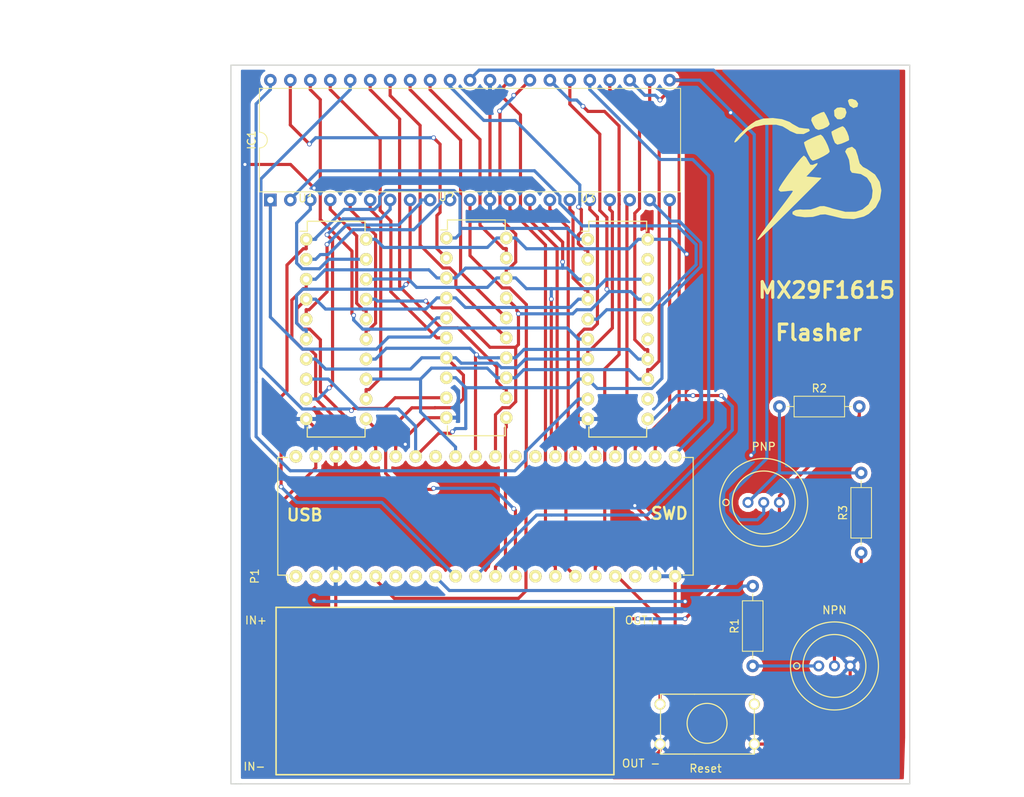
<source format=kicad_pcb>
(kicad_pcb (version 4) (host pcbnew "(after 2015-may-25 BZR unknown)-product")

  (general
    (links 95)
    (no_connects 0)
    (area 80.0387 27.63 214.1 129.385)
    (thickness 1.6)
    (drawings 23)
    (tracks 670)
    (zones 0)
    (modules 16)
    (nets 62)
  )

  (page A4)
  (layers
    (0 F.Cu signal)
    (31 B.Cu signal)
    (32 B.Adhes user)
    (33 F.Adhes user)
    (34 B.Paste user)
    (35 F.Paste user)
    (36 B.SilkS user)
    (37 F.SilkS user)
    (38 B.Mask user)
    (39 F.Mask user)
    (40 Dwgs.User user)
    (41 Cmts.User user)
    (42 Eco1.User user)
    (43 Eco2.User user)
    (44 Edge.Cuts user)
    (45 Margin user)
    (46 B.CrtYd user)
    (47 F.CrtYd user)
    (48 B.Fab user)
    (49 F.Fab user)
  )

  (setup
    (last_trace_width 0.4)
    (trace_clearance 0.2)
    (zone_clearance 0.508)
    (zone_45_only no)
    (trace_min 0.2)
    (segment_width 0.2)
    (edge_width 0.15)
    (via_size 0.6)
    (via_drill 0.4)
    (via_min_size 0.4)
    (via_min_drill 0.3)
    (uvia_size 0.3)
    (uvia_drill 0.1)
    (uvias_allowed no)
    (uvia_min_size 0.2)
    (uvia_min_drill 0.1)
    (pcb_text_width 0.3)
    (pcb_text_size 1.5 1.5)
    (mod_edge_width 0.15)
    (mod_text_size 1 1)
    (mod_text_width 0.15)
    (pad_size 1.6 1.6)
    (pad_drill 0.8)
    (pad_to_mask_clearance 0.2)
    (aux_axis_origin 0 0)
    (visible_elements 7FFFFFFF)
    (pcbplotparams
      (layerselection 0x3ffff_80000001)
      (usegerberextensions false)
      (excludeedgelayer true)
      (linewidth 0.100000)
      (plotframeref false)
      (viasonmask false)
      (mode 1)
      (useauxorigin false)
      (hpglpennumber 1)
      (hpglpenspeed 20)
      (hpglpendiameter 15)
      (hpglpenoverlay 2)
      (psnegative false)
      (psa4output false)
      (plotreference true)
      (plotvalue true)
      (plotinvisibletext false)
      (padsonsilk false)
      (subtractmaskfromsilk false)
      (outputformat 1)
      (mirror false)
      (drillshape 0)
      (scaleselection 1)
      (outputdirectory fab/))
  )

  (net 0 "")
  (net 1 Reset)
  (net 2 GND)
  (net 3 VCC5)
  (net 4 /A18)
  (net 5 /A17)
  (net 6 /D4)
  (net 7 /A7)
  (net 8 D12)
  (net 9 /A6)
  (net 10 /D5)
  (net 11 /A5)
  (net 12 D13)
  (net 13 /A4)
  (net 14 /D6)
  (net 15 /A3)
  (net 16 D14)
  (net 17 /A2)
  (net 18 /D7)
  (net 19 /A1)
  (net 20 D15)
  (net 21 /A0)
  (net 22 ~CE)
  (net 23 VPP)
  (net 24 /A16)
  (net 25 ~OE)
  (net 26 /A15)
  (net 27 /D0)
  (net 28 /A14)
  (net 29 D8)
  (net 30 /A13)
  (net 31 /D1)
  (net 32 /A12)
  (net 33 D9)
  (net 34 /A11)
  (net 35 /D2)
  (net 36 /A10)
  (net 37 D10)
  (net 38 /A9)
  (net 39 /D3)
  (net 40 /A8)
  (net 41 D11)
  (net 42 /A19)
  (net 43 /VBAT)
  (net 44 /PC13)
  (net 45 /PC15)
  (net 46 /PA1)
  (net 47 /PA2)
  (net 48 ~BYTE)
  (net 49 Clear)
  (net 50 Clk3)
  (net 51 Clk2)
  (net 52 Clk1)
  (net 53 /PB0)
  (net 54 VCC3)
  (net 55 "Net-(P1-Pad28)")
  (net 56 "Net-(P1-Pad29)")
  (net 57 ~WE)
  (net 58 "Net-(Q1-Pad1)")
  (net 59 "Net-(Q1-Pad2)")
  (net 60 "Net-(Q2-Pad1)")
  (net 61 VCC10)

  (net_class Default "Ceci est la Netclass par défaut"
    (clearance 0.2)
    (trace_width 0.4)
    (via_dia 0.6)
    (via_drill 0.4)
    (uvia_dia 0.3)
    (uvia_drill 0.1)
    (add_net /A0)
    (add_net /A1)
    (add_net /A10)
    (add_net /A11)
    (add_net /A12)
    (add_net /A13)
    (add_net /A14)
    (add_net /A15)
    (add_net /A16)
    (add_net /A17)
    (add_net /A18)
    (add_net /A19)
    (add_net /A2)
    (add_net /A3)
    (add_net /A4)
    (add_net /A5)
    (add_net /A6)
    (add_net /A7)
    (add_net /A8)
    (add_net /A9)
    (add_net /D0)
    (add_net /D1)
    (add_net /D2)
    (add_net /D3)
    (add_net /D4)
    (add_net /D5)
    (add_net /D6)
    (add_net /D7)
    (add_net /PA1)
    (add_net /PA2)
    (add_net /PB0)
    (add_net /PC13)
    (add_net /PC15)
    (add_net /VBAT)
    (add_net Clear)
    (add_net Clk1)
    (add_net Clk2)
    (add_net Clk3)
    (add_net D10)
    (add_net D11)
    (add_net D12)
    (add_net D13)
    (add_net D14)
    (add_net D15)
    (add_net D8)
    (add_net D9)
    (add_net GND)
    (add_net "Net-(P1-Pad28)")
    (add_net "Net-(P1-Pad29)")
    (add_net "Net-(Q1-Pad1)")
    (add_net "Net-(Q1-Pad2)")
    (add_net "Net-(Q2-Pad1)")
    (add_net Reset)
    (add_net VCC10)
    (add_net VCC3)
    (add_net VCC5)
    (add_net VPP)
    (add_net ~BYTE)
    (add_net ~CE)
    (add_net ~OE)
    (add_net ~WE)
  )

  (module Wire_Pads:SolderWirePad_2x_2mmDrill (layer F.Cu) (tedit 58B16759) (tstamp 58B1F5E5)
    (at 119.6 106)
    (fp_text reference IN+ (at -7.2 0.2) (layer F.SilkS)
      (effects (font (size 1 1) (thickness 0.15)))
    )
    (fp_text value "" (at 0.635 3.81) (layer F.Fab)
      (effects (font (size 1 1) (thickness 0.15)))
    )
    (pad IN+ smd rect (at -3.175 0) (size 2.5 2.5) (layers F.Cu F.Paste F.Mask)
      (net 3 VCC5))
  )

  (module Wire_Pads:SolderWirePad_2x_2mmDrill (layer F.Cu) (tedit 58B16704) (tstamp 58B1F581)
    (at 159.8 124.4)
    (fp_text reference "OUT -" (at 1.6 0) (layer F.SilkS)
      (effects (font (size 1 1) (thickness 0.15)))
    )
    (fp_text value "" (at 0.635 3.81) (layer F.Fab)
      (effects (font (size 1 1) (thickness 0.15)))
    )
    (pad OUT- smd rect (at -3.175 0) (size 2.5 2.5) (layers F.Cu F.Paste F.Mask)
      (net 2 GND))
  )

  (module Wire_Pads:SolderWirePad_2x_2mmDrill (layer F.Cu) (tedit 58B166D6) (tstamp 58B1F5AE)
    (at 159.8 106)
    (fp_text reference OUT+ (at 1.6 0.2) (layer F.SilkS)
      (effects (font (size 1 1) (thickness 0.15)))
    )
    (fp_text value "" (at 0.635 3.81) (layer F.Fab)
      (effects (font (size 1 1) (thickness 0.15)))
    )
    (pad OUT+ smd rect (at -3.175 0) (size 2.5 2.5) (layers F.Cu F.Paste F.Mask)
      (net 61 VCC10))
  )

  (module Wire_Pads:SolderWirePad_2x_2mmDrill (layer F.Cu) (tedit 58B16729) (tstamp 58B1F5FC)
    (at 119.4 124.6)
    (fp_text reference IN- (at -7.2 0.2) (layer F.SilkS)
      (effects (font (size 1 1) (thickness 0.15)))
    )
    (fp_text value "" (at 0.635 3.81) (layer F.Fab)
      (effects (font (size 1 1) (thickness 0.15)))
    )
    (pad IN- smd rect (at -3.175 0) (size 2.5 2.5) (layers F.Cu F.Paste F.Mask)
      (net 2 GND))
  )

  (module LOGO (layer F.Cu) (tedit 58B09020) (tstamp 58B14F73)
    (at 183.2 48.2)
    (fp_text reference "" (at -1.4 17) (layer F.SilkS) hide
      (effects (font (thickness 0.3)))
    )
    (fp_text value "" (at -1.4 12.4) (layer F.SilkS) hide
      (effects (font (thickness 0.3)))
    )
    (fp_poly (pts (xy 1.082551 1.737894) (xy -2.934514 5.745078) (xy -4.118514 6.917295) (xy -5.164287 7.935683)
      (xy -6.017272 8.748519) (xy -6.62291 9.304078) (xy -6.92664 9.550636) (xy -6.951579 9.553359)
      (xy -6.795869 9.280964) (xy -6.368673 8.671155) (xy -5.729887 7.806197) (xy -4.939409 6.768352)
      (xy -4.678947 6.432121) (xy -3.854979 5.36146) (xy -3.164269 4.442735) (xy -2.66656 3.757048)
      (xy -2.421596 3.385502) (xy -2.406315 3.346987) (xy -2.636375 3.28353) (xy -3.203685 3.335567)
      (xy -3.342105 3.359745) (xy -4.045973 3.415264) (xy -4.277894 3.229725) (xy -4.127364 2.896824)
      (xy -3.733237 2.277915) (xy -3.181714 1.488881) (xy -2.558993 0.645609) (xy -1.951273 -0.136019)
      (xy -1.444754 -0.740117) (xy -1.125634 -1.050801) (xy -1.079995 -1.069474) (xy -0.84192 -0.854241)
      (xy -0.578816 -0.391024) (xy -0.298493 0.071294) (xy 0.042934 0.107007) (xy 0.333048 -0.023507)
      (xy 0.60888 -0.123806) (xy 0.52832 0.062488) (xy 0.073904 0.572519) (xy 0.032047 0.61667)
      (xy -0.871695 1.567782) (xy 0.105428 1.652838) (xy 1.082551 1.737894) (xy 1.082551 1.737894)) (layer F.SilkS) (width 0.1))
    (fp_poly (pts (xy 8.719363 3.309145) (xy 8.553065 4.406392) (xy 8.022612 5.424279) (xy 7.136081 6.25326)
      (xy 6.514223 6.582926) (xy 5.26152 6.895817) (xy 3.839562 6.825218) (xy 2.60525 6.523348)
      (xy 1.632732 6.297222) (xy 0.98347 6.338154) (xy 0.81809 6.408287) (xy 0.052696 6.623012)
      (xy -0.967195 6.669238) (xy -1.985572 6.537597) (xy -2.07774 6.514218) (xy -2.49414 6.295487)
      (xy -2.481581 6.046262) (xy -2.134721 5.844539) (xy -1.548216 5.768314) (xy -1.209894 5.79912)
      (xy -0.219222 5.775667) (xy 0.450019 5.56339) (xy 0.97083 5.357153) (xy 1.476437 5.342346)
      (xy 2.178899 5.528213) (xy 2.545418 5.654752) (xy 4.171573 6.071285) (xy 5.520443 6.059423)
      (xy 6.378067 5.768472) (xy 7.173505 5.116055) (xy 7.608946 4.256218) (xy 7.705935 3.310691)
      (xy 7.486017 2.401202) (xy 6.970736 1.649479) (xy 6.181638 1.177252) (xy 5.547895 1.077977)
      (xy 5.042412 1.006153) (xy 4.843004 0.69704) (xy 4.812632 0.184786) (xy 4.70093 -0.597831)
      (xy 4.439667 -1.209961) (xy 4.209188 -1.640135) (xy 4.376231 -1.940116) (xy 4.505751 -2.041061)
      (xy 5.033256 -2.200965) (xy 5.451908 -1.854523) (xy 5.739762 -1.023018) (xy 5.778728 -0.806521)
      (xy 5.97664 -0.098291) (xy 6.394957 0.347924) (xy 6.952571 0.636747) (xy 7.927192 1.314774)
      (xy 8.513431 2.24209) (xy 8.719363 3.309145) (xy 8.719363 3.309145)) (layer F.SilkS) (width 0.1))
    (fp_poly (pts (xy 2.138948 -1.621079) (xy 1.92276 -1.40912) (xy 1.402835 -1.097991) (xy 0.772125 -0.786615)
      (xy 0.223586 -0.573913) (xy 0.01996 -0.534737) (xy -0.208546 -0.759899) (xy -0.51738 -1.327837)
      (xy -0.650578 -1.637584) (xy -0.90016 -2.314239) (xy -1.017601 -2.741288) (xy -1.01382 -2.806739)
      (xy -0.630009 -3.038102) (xy -0.011344 -3.339194) (xy 0.616262 -3.607641) (xy 1.026899 -3.741069)
      (xy 1.052608 -3.743158) (xy 1.293547 -3.524112) (xy 1.617404 -2.99627) (xy 1.924894 -2.353573)
      (xy 2.116736 -1.789964) (xy 2.138948 -1.621079) (xy 2.138948 -1.621079)) (layer F.SilkS) (width 0.1))
    (fp_poly (pts (xy 4.620636 -3.159856) (xy 4.582804 -3.097939) (xy 4.178527 -2.90359) (xy 3.669053 -2.696336)
      (xy 3.179375 -2.572273) (xy 2.900233 -2.770283) (xy 2.693536 -3.266401) (xy 2.514897 -3.845726)
      (xy 2.467519 -4.144596) (xy 2.471953 -4.15135) (xy 2.811564 -4.35102) (xy 3.326839 -4.604821)
      (xy 3.755775 -4.787244) (xy 3.852399 -4.812632) (xy 4.0928 -4.600202) (xy 4.362955 -4.108421)
      (xy 4.569892 -3.555551) (xy 4.620636 -3.159856) (xy 4.620636 -3.159856)) (layer F.SilkS) (width 0.1))
    (fp_poly (pts (xy -0.386271 -4.333628) (xy -0.447642 -4.258042) (xy -1.130869 -3.917912) (xy -1.998058 -3.939962)
      (xy -2.853075 -4.310242) (xy -3.025205 -4.44136) (xy -3.789539 -4.892991) (xy -4.598547 -5.10673)
      (xy -4.632619 -5.108331) (xy -6.182868 -5.077857) (xy -7.361494 -4.834385) (xy -8.306022 -4.328347)
      (xy -9.153981 -3.510175) (xy -9.192362 -3.464879) (xy -9.621256 -3.007232) (xy -9.868642 -2.844068)
      (xy -9.892631 -2.879525) (xy -9.69944 -3.257) (xy -9.205144 -3.83039) (xy -8.537657 -4.476413)
      (xy -7.824894 -5.071789) (xy -7.19477 -5.493239) (xy -7.163618 -5.509665) (xy -6.201307 -5.800957)
      (xy -5.039924 -5.863324) (xy -3.881425 -5.71354) (xy -2.927765 -5.36838) (xy -2.593271 -5.130047)
      (xy -1.715281 -4.640444) (xy -1.06561 -4.545263) (xy -0.483475 -4.495583) (xy -0.386271 -4.333628)
      (xy -0.386271 -4.333628)) (layer F.SilkS) (width 0.1))
    (fp_poly (pts (xy 2.138948 -5.123733) (xy 1.913859 -4.865982) (xy 1.368919 -4.596718) (xy 1.336566 -4.585231)
      (xy 0.759491 -4.440112) (xy 0.418182 -4.60844) (xy 0.130792 -5.085594) (xy -0.109617 -5.623784)
      (xy -0.032864 -5.934706) (xy 0.436347 -6.231969) (xy 0.556968 -6.294654) (xy 1.125794 -6.557354)
      (xy 1.443725 -6.644518) (xy 1.459157 -6.637084) (xy 1.709005 -6.223594) (xy 1.975211 -5.646135)
      (xy 2.131715 -5.185338) (xy 2.138948 -5.123733) (xy 2.138948 -5.123733)) (layer F.SilkS) (width 0.1))
    (fp_poly (pts (xy 4.277895 -6.581696) (xy 4.09189 -6.059895) (xy 3.663584 -5.787654) (xy 3.187542 -5.811657)
      (xy 2.858328 -6.178588) (xy 2.840731 -6.236862) (xy 2.801303 -6.871271) (xy 3.154683 -7.169951)
      (xy 3.625253 -7.218948) (xy 4.128363 -7.099937) (xy 4.276951 -6.648514) (xy 4.277895 -6.581696)
      (xy 4.277895 -6.581696)) (layer F.SilkS) (width 0.1))
    (fp_poly (pts (xy 5.768782 -7.740758) (xy 5.685438 -7.378771) (xy 5.227745 -7.222871) (xy 4.799519 -7.475022)
      (xy 4.707553 -7.641868) (xy 4.565949 -8.116073) (xy 4.731987 -8.273784) (xy 5.051395 -8.288421)
      (xy 5.511226 -8.116501) (xy 5.768782 -7.740758) (xy 5.768782 -7.740758)) (layer F.SilkS) (width 0.1))
  )

  (module Resistors_ThroughHole:R_Axial_DIN0207_L6.3mm_D2.5mm_P10.16mm_Horizontal (layer F.Cu) (tedit 58AF25E1) (tstamp 58AF2B9A)
    (at 189.4 97.6 90)
    (descr "Resistor, Axial_DIN0207 series, Axial, Horizontal, pin pitch=10.16mm, 0.25W = 1/4W, length*diameter=6.3*2.5mm^2, http://cdn-reichelt.de/documents/datenblatt/B400/1_4W%23YAG.pdf")
    (tags "Resistor Axial_DIN0207 series Axial Horizontal pin pitch 10.16mm 0.25W = 1/4W length 6.3mm diameter 2.5mm")
    (fp_text reference R3 (at 5.08 -2.31 90) (layer F.SilkS)
      (effects (font (size 1 1) (thickness 0.15)))
    )
    (fp_text value 4K7 (at 5.1308 0.2032 90) (layer F.Fab)
      (effects (font (size 1 1) (thickness 0.15)))
    )
    (fp_line (start 1.93 -1.25) (end 1.93 1.25) (layer F.Fab) (width 0.1))
    (fp_line (start 1.93 1.25) (end 8.23 1.25) (layer F.Fab) (width 0.1))
    (fp_line (start 8.23 1.25) (end 8.23 -1.25) (layer F.Fab) (width 0.1))
    (fp_line (start 8.23 -1.25) (end 1.93 -1.25) (layer F.Fab) (width 0.1))
    (fp_line (start 0 0) (end 1.93 0) (layer F.Fab) (width 0.1))
    (fp_line (start 10.16 0) (end 8.23 0) (layer F.Fab) (width 0.1))
    (fp_line (start 1.87 -1.31) (end 1.87 1.31) (layer F.SilkS) (width 0.12))
    (fp_line (start 1.87 1.31) (end 8.29 1.31) (layer F.SilkS) (width 0.12))
    (fp_line (start 8.29 1.31) (end 8.29 -1.31) (layer F.SilkS) (width 0.12))
    (fp_line (start 8.29 -1.31) (end 1.87 -1.31) (layer F.SilkS) (width 0.12))
    (fp_line (start 0.98 0) (end 1.87 0) (layer F.SilkS) (width 0.12))
    (fp_line (start 9.18 0) (end 8.29 0) (layer F.SilkS) (width 0.12))
    (fp_line (start -1.05 -1.6) (end -1.05 1.6) (layer F.CrtYd) (width 0.05))
    (fp_line (start -1.05 1.6) (end 11.25 1.6) (layer F.CrtYd) (width 0.05))
    (fp_line (start 11.25 1.6) (end 11.25 -1.6) (layer F.CrtYd) (width 0.05))
    (fp_line (start 11.25 -1.6) (end -1.05 -1.6) (layer F.CrtYd) (width 0.05))
    (pad 1 thru_hole circle (at 0 0 90) (size 1.6 1.6) (drill 0.8) (layers *.Cu *.Mask)
      (net 59 "Net-(Q1-Pad2)"))
    (pad 2 thru_hole oval (at 10.16 0 90) (size 1.6 1.6) (drill 0.8) (layers *.Cu *.Mask)
      (net 60 "Net-(Q2-Pad1)"))
    (model Resistors_THT.3dshapes/R_Axial_DIN0207_L6.3mm_D2.5mm_P10.16mm_Horizontal.wrl
      (at (xyz 0 0 0))
      (scale (xyz 0.393701 0.393701 0.393701))
      (rotate (xyz 0 0 0))
    )
  )

  (module Resistors_ThroughHole:R_Axial_DIN0207_L6.3mm_D2.5mm_P10.16mm_Horizontal (layer F.Cu) (tedit 58AF25FA) (tstamp 58AF2B84)
    (at 175.6 112 90)
    (descr "Resistor, Axial_DIN0207 series, Axial, Horizontal, pin pitch=10.16mm, 0.25W = 1/4W, length*diameter=6.3*2.5mm^2, http://cdn-reichelt.de/documents/datenblatt/B400/1_4W%23YAG.pdf")
    (tags "Resistor Axial_DIN0207 series Axial Horizontal pin pitch 10.16mm 0.25W = 1/4W length 6.3mm diameter 2.5mm")
    (fp_text reference R1 (at 5.08 -2.31 90) (layer F.SilkS)
      (effects (font (size 1 1) (thickness 0.15)))
    )
    (fp_text value 1K (at 5.0292 0.0254 90) (layer F.Fab)
      (effects (font (size 1 1) (thickness 0.15)))
    )
    (fp_line (start 1.93 -1.25) (end 1.93 1.25) (layer F.Fab) (width 0.1))
    (fp_line (start 1.93 1.25) (end 8.23 1.25) (layer F.Fab) (width 0.1))
    (fp_line (start 8.23 1.25) (end 8.23 -1.25) (layer F.Fab) (width 0.1))
    (fp_line (start 8.23 -1.25) (end 1.93 -1.25) (layer F.Fab) (width 0.1))
    (fp_line (start 0 0) (end 1.93 0) (layer F.Fab) (width 0.1))
    (fp_line (start 10.16 0) (end 8.23 0) (layer F.Fab) (width 0.1))
    (fp_line (start 1.87 -1.31) (end 1.87 1.31) (layer F.SilkS) (width 0.12))
    (fp_line (start 1.87 1.31) (end 8.29 1.31) (layer F.SilkS) (width 0.12))
    (fp_line (start 8.29 1.31) (end 8.29 -1.31) (layer F.SilkS) (width 0.12))
    (fp_line (start 8.29 -1.31) (end 1.87 -1.31) (layer F.SilkS) (width 0.12))
    (fp_line (start 0.98 0) (end 1.87 0) (layer F.SilkS) (width 0.12))
    (fp_line (start 9.18 0) (end 8.29 0) (layer F.SilkS) (width 0.12))
    (fp_line (start -1.05 -1.6) (end -1.05 1.6) (layer F.CrtYd) (width 0.05))
    (fp_line (start -1.05 1.6) (end 11.25 1.6) (layer F.CrtYd) (width 0.05))
    (fp_line (start 11.25 1.6) (end 11.25 -1.6) (layer F.CrtYd) (width 0.05))
    (fp_line (start 11.25 -1.6) (end -1.05 -1.6) (layer F.CrtYd) (width 0.05))
    (pad 1 thru_hole circle (at 0 0 90) (size 1.6 1.6) (drill 0.8) (layers *.Cu *.Mask)
      (net 58 "Net-(Q1-Pad1)"))
    (pad 2 thru_hole oval (at 10.16 0 90) (size 1.6 1.6) (drill 0.8) (layers *.Cu *.Mask)
      (net 48 ~BYTE))
    (model Resistors_THT.3dshapes/R_Axial_DIN0207_L6.3mm_D2.5mm_P10.16mm_Horizontal.wrl
      (at (xyz 0 0 0))
      (scale (xyz 0.393701 0.393701 0.393701))
      (rotate (xyz 0 0 0))
    )
  )

  (module Transistors_OldSowjetAera:OldSowjetaera_Transistor_Type-I_SmallPads (layer F.Cu) (tedit 58B1629C) (tstamp 58AF2737)
    (at 177 91.2)
    (fp_text reference PNP (at 0 -7.1) (layer F.SilkS)
      (effects (font (size 1 1) (thickness 0.15)))
    )
    (fp_text value "" (at -4.1783 -12.2809) (layer F.Fab)
      (effects (font (size 1 1) (thickness 0.15)))
    )
    (fp_circle (center -4.8 0) (end -4.8 0.4) (layer F.SilkS) (width 0.15))
    (fp_circle (center 0 0) (end 4 0) (layer F.SilkS) (width 0.15))
    (fp_circle (center 0 0) (end 5.6 0) (layer F.SilkS) (width 0.15))
    (pad 2 thru_hole circle (at 0 0) (size 1.4 1.4) (drill 0.8) (layers *.Cu *.Mask)
      (net 23 VPP))
    (pad 1 thru_hole circle (at -2 0) (size 1.4 1.4) (drill 0.8) (layers *.Cu *.Mask)
      (net 60 "Net-(Q2-Pad1)"))
    (pad 3 thru_hole circle (at 2 0) (size 1.4 1.4) (drill 0.8) (layers *.Cu *.Mask)
      (net 61 VCC10))
    (model Transistors_OldSowjetAera.3dshapes/OldSowjetaera_Transistor_Type-I_SmallPads.wrl
      (at (xyz 0 0 0))
      (scale (xyz 0.3937 0.3937 0.3937))
      (rotate (xyz 0 0 0))
    )
  )

  (module Buttons_Switches_ThroughHole:SW_PUSH_SMALL (layer F.Cu) (tedit 57F0DA47) (tstamp 57A5A6CA)
    (at 172 119.4 180)
    (fp_text reference Reset (at 2.4 -5.65 180) (layer F.SilkS)
      (effects (font (size 1 1) (thickness 0.15)))
    )
    (fp_text value "" (at 0.635 -5.08 180) (layer F.Fab)
      (effects (font (size 1 1) (thickness 0.15)))
    )
    (fp_line (start 3.81 3.81) (end 8.128 3.81) (layer F.SilkS) (width 0.15))
    (fp_line (start 3.81 -3.81) (end 8.128 -3.81) (layer F.SilkS) (width 0.15))
    (fp_circle (center 2.20726 0.09906) (end 2.20726 -2.44094) (layer F.SilkS) (width 0.15))
    (fp_line (start -3.81 -3.81) (end 3.81 -3.81) (layer F.SilkS) (width 0.15))
    (fp_line (start 8.128 -3.81) (end 8.128 3.81) (layer F.SilkS) (width 0.15))
    (fp_line (start 3.81 3.81) (end -3.81 3.81) (layer F.SilkS) (width 0.15))
    (fp_line (start -3.81 -3.81) (end -3.81 3.81) (layer F.SilkS) (width 0.15))
    (pad 1 thru_hole circle (at 8.19 -2.54 180) (size 1.397 1.397) (drill 1) (layers *.Cu *.Mask F.SilkS)
      (net 2 GND))
    (pad 2 thru_hole circle (at 8.19 2.54 180) (size 1.397 1.397) (drill 1) (layers *.Cu *.Mask F.SilkS)
      (net 1 Reset))
    (pad 1 thru_hole circle (at -3.81 -2.54 180) (size 1.397 1.397) (drill 1) (layers *.Cu *.Mask F.SilkS)
      (net 2 GND))
    (pad 2 thru_hole circle (at -3.81 2.54 180) (size 1.397 1.397) (drill 1) (layers *.Cu *.Mask F.SilkS))
  )

  (module Transistors_OldSowjetAera:OldSowjetaera_Transistor_Type-I_SmallPads (layer F.Cu) (tedit 58AF2614) (tstamp 58AF21E7)
    (at 186 112)
    (fp_text reference NPN (at 0 -7.1) (layer F.SilkS)
      (effects (font (size 1 1) (thickness 0.15)))
    )
    (fp_text value "" (at 0.1 7.6) (layer F.Fab)
      (effects (font (size 1 1) (thickness 0.15)))
    )
    (fp_circle (center -4.8 0) (end -4.8 0.4) (layer F.SilkS) (width 0.15))
    (fp_circle (center 0 0) (end 4 0) (layer F.SilkS) (width 0.15))
    (fp_circle (center 0 0) (end 5.6 0) (layer F.SilkS) (width 0.15))
    (pad 2 thru_hole circle (at 0 0) (size 1.4 1.4) (drill 0.8) (layers *.Cu *.Mask)
      (net 59 "Net-(Q1-Pad2)"))
    (pad 1 thru_hole circle (at -2 0) (size 1.4 1.4) (drill 0.8) (layers *.Cu *.Mask)
      (net 58 "Net-(Q1-Pad1)"))
    (pad 3 thru_hole circle (at 2 0) (size 1.4 1.4) (drill 0.8) (layers *.Cu *.Mask)
      (net 2 GND))
    (model Transistors_OldSowjetAera.3dshapes/OldSowjetaera_Transistor_Type-I_SmallPads.wrl
      (at (xyz 0 0 0))
      (scale (xyz 0.3937 0.3937 0.3937))
      (rotate (xyz 0 0 0))
    )
  )

  (module Housings_DIP:DIP-42_W15.24mm (layer F.Cu) (tedit 58AF23E0) (tstamp 58AF2500)
    (at 114.236 52.7177 90)
    (descr "42-lead dip package, row spacing 15.24 mm (600 mils)")
    (tags "DIL DIP PDIP 2.54mm 15.24mm 600mil")
    (path /5894EA09)
    (fp_text reference IC1 (at 7.62 -2.39 90) (layer F.SilkS)
      (effects (font (size 1 1) (thickness 0.15)))
    )
    (fp_text value MX29F1615 (at 7.62 53.19 90) (layer F.Fab)
      (effects (font (size 1 1) (thickness 0.15)))
    )
    (fp_arc (start 7.62 -1.39) (end 6.62 -1.39) (angle -180) (layer F.SilkS) (width 0.12))
    (fp_line (start 1.255 -1.27) (end 14.985 -1.27) (layer F.Fab) (width 0.1))
    (fp_line (start 14.985 -1.27) (end 14.985 52.07) (layer F.Fab) (width 0.1))
    (fp_line (start 14.985 52.07) (end 0.255 52.07) (layer F.Fab) (width 0.1))
    (fp_line (start 0.255 52.07) (end 0.255 -0.27) (layer F.Fab) (width 0.1))
    (fp_line (start 0.255 -0.27) (end 1.255 -1.27) (layer F.Fab) (width 0.1))
    (fp_line (start 6.62 -1.39) (end 1.04 -1.39) (layer F.SilkS) (width 0.12))
    (fp_line (start 1.04 -1.39) (end 1.04 52.19) (layer F.SilkS) (width 0.12))
    (fp_line (start 1.04 52.19) (end 14.2 52.19) (layer F.SilkS) (width 0.12))
    (fp_line (start 14.2 52.19) (end 14.2 -1.39) (layer F.SilkS) (width 0.12))
    (fp_line (start 14.2 -1.39) (end 8.62 -1.39) (layer F.SilkS) (width 0.12))
    (fp_line (start -1.1 -1.6) (end -1.1 52.4) (layer F.CrtYd) (width 0.05))
    (fp_line (start -1.1 52.4) (end 16.3 52.4) (layer F.CrtYd) (width 0.05))
    (fp_line (start 16.3 52.4) (end 16.3 -1.6) (layer F.CrtYd) (width 0.05))
    (fp_line (start 16.3 -1.6) (end -1.1 -1.6) (layer F.CrtYd) (width 0.05))
    (pad 1 thru_hole rect (at 0 0 90) (size 1.6 1.6) (drill 0.8) (layers *.Cu *.Mask)
      (net 4 /A18))
    (pad 22 thru_hole oval (at 15.24 50.8 90) (size 1.6 1.6) (drill 0.8) (layers *.Cu *.Mask)
      (net 3 VCC5))
    (pad 2 thru_hole oval (at 0 2.54 90) (size 1.6 1.6) (drill 0.8) (layers *.Cu *.Mask)
      (net 5 /A17))
    (pad 23 thru_hole oval (at 15.24 48.26 90) (size 1.6 1.6) (drill 0.8) (layers *.Cu *.Mask)
      (net 6 /D4))
    (pad 3 thru_hole oval (at 0 5.08 90) (size 1.6 1.6) (drill 0.8) (layers *.Cu *.Mask)
      (net 7 /A7))
    (pad 24 thru_hole oval (at 15.24 45.72 90) (size 1.6 1.6) (drill 0.8) (layers *.Cu *.Mask)
      (net 8 D12))
    (pad 4 thru_hole oval (at 0 7.62 90) (size 1.6 1.6) (drill 0.8) (layers *.Cu *.Mask)
      (net 9 /A6))
    (pad 25 thru_hole oval (at 15.24 43.18 90) (size 1.6 1.6) (drill 0.8) (layers *.Cu *.Mask)
      (net 10 /D5))
    (pad 5 thru_hole oval (at 0 10.16 90) (size 1.6 1.6) (drill 0.8) (layers *.Cu *.Mask)
      (net 11 /A5))
    (pad 26 thru_hole oval (at 15.24 40.64 90) (size 1.6 1.6) (drill 0.8) (layers *.Cu *.Mask)
      (net 12 D13))
    (pad 6 thru_hole oval (at 0 12.7 90) (size 1.6 1.6) (drill 0.8) (layers *.Cu *.Mask)
      (net 13 /A4))
    (pad 27 thru_hole oval (at 15.24 38.1 90) (size 1.6 1.6) (drill 0.8) (layers *.Cu *.Mask)
      (net 14 /D6))
    (pad 7 thru_hole oval (at 0 15.24 90) (size 1.6 1.6) (drill 0.8) (layers *.Cu *.Mask)
      (net 15 /A3))
    (pad 28 thru_hole oval (at 15.24 35.56 90) (size 1.6 1.6) (drill 0.8) (layers *.Cu *.Mask)
      (net 16 D14))
    (pad 8 thru_hole oval (at 0 17.78 90) (size 1.6 1.6) (drill 0.8) (layers *.Cu *.Mask)
      (net 17 /A2))
    (pad 29 thru_hole oval (at 15.24 33.02 90) (size 1.6 1.6) (drill 0.8) (layers *.Cu *.Mask)
      (net 18 /D7))
    (pad 9 thru_hole oval (at 0 20.32 90) (size 1.6 1.6) (drill 0.8) (layers *.Cu *.Mask)
      (net 19 /A1))
    (pad 30 thru_hole oval (at 15.24 30.48 90) (size 1.6 1.6) (drill 0.8) (layers *.Cu *.Mask)
      (net 20 D15))
    (pad 10 thru_hole oval (at 0 22.86 90) (size 1.6 1.6) (drill 0.8) (layers *.Cu *.Mask)
      (net 21 /A0))
    (pad 31 thru_hole oval (at 15.24 27.94 90) (size 1.6 1.6) (drill 0.8) (layers *.Cu *.Mask)
      (net 2 GND))
    (pad 11 thru_hole oval (at 0 25.4 90) (size 1.6 1.6) (drill 0.8) (layers *.Cu *.Mask)
      (net 22 ~CE))
    (pad 32 thru_hole oval (at 15.24 25.4 90) (size 1.6 1.6) (drill 0.8) (layers *.Cu *.Mask)
      (net 23 VPP))
    (pad 12 thru_hole oval (at 0 27.94 90) (size 1.6 1.6) (drill 0.8) (layers *.Cu *.Mask)
      (net 2 GND))
    (pad 33 thru_hole oval (at 15.24 22.86 90) (size 1.6 1.6) (drill 0.8) (layers *.Cu *.Mask)
      (net 24 /A16))
    (pad 13 thru_hole oval (at 0 30.48 90) (size 1.6 1.6) (drill 0.8) (layers *.Cu *.Mask)
      (net 25 ~OE))
    (pad 34 thru_hole oval (at 15.24 20.32 90) (size 1.6 1.6) (drill 0.8) (layers *.Cu *.Mask)
      (net 26 /A15))
    (pad 14 thru_hole oval (at 0 33.02 90) (size 1.6 1.6) (drill 0.8) (layers *.Cu *.Mask)
      (net 27 /D0))
    (pad 35 thru_hole oval (at 15.24 17.78 90) (size 1.6 1.6) (drill 0.8) (layers *.Cu *.Mask)
      (net 28 /A14))
    (pad 15 thru_hole oval (at 0 35.56 90) (size 1.6 1.6) (drill 0.8) (layers *.Cu *.Mask)
      (net 29 D8))
    (pad 36 thru_hole oval (at 15.24 15.24 90) (size 1.6 1.6) (drill 0.8) (layers *.Cu *.Mask)
      (net 30 /A13))
    (pad 16 thru_hole oval (at 0 38.1 90) (size 1.6 1.6) (drill 0.8) (layers *.Cu *.Mask)
      (net 31 /D1))
    (pad 37 thru_hole oval (at 15.24 12.7 90) (size 1.6 1.6) (drill 0.8) (layers *.Cu *.Mask)
      (net 32 /A12))
    (pad 17 thru_hole oval (at 0 40.64 90) (size 1.6 1.6) (drill 0.8) (layers *.Cu *.Mask)
      (net 33 D9))
    (pad 38 thru_hole oval (at 15.24 10.16 90) (size 1.6 1.6) (drill 0.8) (layers *.Cu *.Mask)
      (net 34 /A11))
    (pad 18 thru_hole oval (at 0 43.18 90) (size 1.6 1.6) (drill 0.8) (layers *.Cu *.Mask)
      (net 35 /D2))
    (pad 39 thru_hole oval (at 15.24 7.62 90) (size 1.6 1.6) (drill 0.8) (layers *.Cu *.Mask)
      (net 36 /A10))
    (pad 19 thru_hole oval (at 0 45.72 90) (size 1.6 1.6) (drill 0.8) (layers *.Cu *.Mask)
      (net 37 D10))
    (pad 40 thru_hole oval (at 15.24 5.08 90) (size 1.6 1.6) (drill 0.8) (layers *.Cu *.Mask)
      (net 38 /A9))
    (pad 20 thru_hole oval (at 0 48.26 90) (size 1.6 1.6) (drill 0.8) (layers *.Cu *.Mask)
      (net 39 /D3))
    (pad 41 thru_hole oval (at 15.24 2.54 90) (size 1.6 1.6) (drill 0.8) (layers *.Cu *.Mask)
      (net 40 /A8))
    (pad 21 thru_hole oval (at 0 50.8 90) (size 1.6 1.6) (drill 0.8) (layers *.Cu *.Mask)
      (net 41 D11))
    (pad 42 thru_hole oval (at 15.24 0 90) (size 1.6 1.6) (drill 0.8) (layers *.Cu *.Mask)
      (net 42 /A19))
    (model Housings_DIP.3dshapes/DIP-42_W15.24mm.wrl
      (at (xyz 0 0 0))
      (scale (xyz 1 1 1))
      (rotate (xyz 0 0 0))
    )
  )

  (module lib:STM32 (layer F.Cu) (tedit 58B1808A) (tstamp 58AF2537)
    (at 117.475 100.584 90)
    (descr "40-lead dip package, row spacing 15.24 mm (600 mils)")
    (tags "dil dip 2.54 600")
    (path /5791EC82)
    (fp_text reference P1 (at 0 -5.22 90) (layer F.SilkS)
      (effects (font (size 1 1) (thickness 0.15)))
    )
    (fp_text value DIL40 (at 0 -3.72 90) (layer F.Fab)
      (effects (font (size 1 1) (thickness 0.15)))
    )
    (fp_line (start -1.05 -2.45) (end -1.05 50.75) (layer F.CrtYd) (width 0.05))
    (fp_line (start 16.3 -2.45) (end 16.3 50.75) (layer F.CrtYd) (width 0.05))
    (fp_line (start -1.05 -2.45) (end 16.3 -2.45) (layer F.CrtYd) (width 0.05))
    (fp_line (start -1.05 50.75) (end 16.3 50.75) (layer F.CrtYd) (width 0.05))
    (fp_line (start 0.135 -2.295) (end 0.135 -1.025) (layer F.SilkS) (width 0.15))
    (fp_line (start 15.105 -2.295) (end 15.105 -1.025) (layer F.SilkS) (width 0.15))
    (fp_line (start 15.105 50.555) (end 15.105 49.285) (layer F.SilkS) (width 0.15))
    (fp_line (start 0.135 50.555) (end 0.135 49.285) (layer F.SilkS) (width 0.15))
    (fp_line (start 0.135 -2.295) (end 15.105 -2.295) (layer F.SilkS) (width 0.15))
    (fp_line (start 0.135 50.555) (end 15.105 50.555) (layer F.SilkS) (width 0.15))
    (fp_line (start 0.135 -1.025) (end -0.8 -1.025) (layer F.SilkS) (width 0.15))
    (pad 1 thru_hole oval (at 0 0 90) (size 1.6 1.6) (drill 0.8) (layers *.Cu *.Mask F.SilkS)
      (net 43 /VBAT))
    (pad 2 thru_hole oval (at 0 2.54 90) (size 1.6 1.6) (drill 0.8) (layers *.Cu *.Mask F.SilkS)
      (net 44 /PC13))
    (pad 3 thru_hole oval (at 0 5.08 90) (size 1.6 1.6) (drill 0.8) (layers *.Cu *.Mask F.SilkS)
      (net 2 GND))
    (pad 4 thru_hole oval (at 0 7.62 90) (size 1.6 1.6) (drill 0.8) (layers *.Cu *.Mask F.SilkS)
      (net 45 /PC15))
    (pad 5 thru_hole oval (at 0 10.16 90) (size 1.6 1.6) (drill 0.8) (layers *.Cu *.Mask F.SilkS)
      (net 22 ~CE))
    (pad 6 thru_hole oval (at 0 12.7 90) (size 1.6 1.6) (drill 0.8) (layers *.Cu *.Mask F.SilkS)
      (net 46 /PA1))
    (pad 7 thru_hole oval (at 0 15.24 90) (size 1.6 1.6) (drill 0.8) (layers *.Cu *.Mask F.SilkS)
      (net 47 /PA2))
    (pad 8 thru_hole oval (at 0 17.78 90) (size 1.6 1.6) (drill 0.8) (layers *.Cu *.Mask F.SilkS)
      (net 48 ~BYTE))
    (pad 9 thru_hole oval (at 0 20.32 90) (size 1.6 1.6) (drill 0.8) (layers *.Cu *.Mask F.SilkS)
      (net 49 Clear))
    (pad 10 thru_hole oval (at 0 22.86 90) (size 1.6 1.6) (drill 0.8) (layers *.Cu *.Mask F.SilkS)
      (net 50 Clk3))
    (pad 11 thru_hole oval (at 0 25.4 90) (size 1.6 1.6) (drill 0.8) (layers *.Cu *.Mask F.SilkS)
      (net 51 Clk2))
    (pad 12 thru_hole oval (at 0 27.94 90) (size 1.6 1.6) (drill 0.8) (layers *.Cu *.Mask F.SilkS)
      (net 52 Clk1))
    (pad 13 thru_hole oval (at 0 30.48 90) (size 1.6 1.6) (drill 0.8) (layers *.Cu *.Mask F.SilkS)
      (net 53 /PB0))
    (pad 14 thru_hole oval (at 0 33.02 90) (size 1.6 1.6) (drill 0.8) (layers *.Cu *.Mask F.SilkS)
      (net 25 ~OE))
    (pad 15 thru_hole oval (at 0 35.56 90) (size 1.6 1.6) (drill 0.8) (layers *.Cu *.Mask F.SilkS)
      (net 20 D15))
    (pad 16 thru_hole oval (at 0 38.1 90) (size 1.6 1.6) (drill 0.8) (layers *.Cu *.Mask F.SilkS)
      (net 16 D14))
    (pad 17 thru_hole oval (at 0 40.64 90) (size 1.6 1.6) (drill 0.8) (layers *.Cu *.Mask F.SilkS)
      (net 1 Reset))
    (pad 18 thru_hole oval (at 0 43.18 90) (size 1.6 1.6) (drill 0.8) (layers *.Cu *.Mask F.SilkS)
      (net 54 VCC3))
    (pad 19 thru_hole oval (at 0 45.72 90) (size 1.6 1.6) (drill 0.8) (layers *.Cu *.Mask F.SilkS)
      (net 2 GND))
    (pad 20 thru_hole oval (at 0 48.26 90) (size 1.6 1.6) (drill 0.8) (layers *.Cu *.Mask F.SilkS)
      (net 2 GND))
    (pad 21 thru_hole oval (at 15.24 48.26 90) (size 1.6 1.6) (drill 0.8) (layers *.Cu *.Mask F.SilkS)
      (net 12 D13))
    (pad 22 thru_hole oval (at 15.24 45.72 90) (size 1.6 1.6) (drill 0.8) (layers *.Cu *.Mask F.SilkS)
      (net 8 D12))
    (pad 23 thru_hole oval (at 15.24 43.18 90) (size 1.6 1.6) (drill 0.8) (layers *.Cu *.Mask F.SilkS)
      (net 41 D11))
    (pad 24 thru_hole oval (at 15.24 40.64 90) (size 1.6 1.6) (drill 0.8) (layers *.Cu *.Mask F.SilkS)
      (net 37 D10))
    (pad 25 thru_hole oval (at 15.24 38.1 90) (size 1.6 1.6) (drill 0.8) (layers *.Cu *.Mask F.SilkS)
      (net 33 D9))
    (pad 26 thru_hole oval (at 15.24 35.56 90) (size 1.6 1.6) (drill 0.8) (layers *.Cu *.Mask F.SilkS)
      (net 29 D8))
    (pad 27 thru_hole oval (at 15.24 33.02 90) (size 1.6 1.6) (drill 0.8) (layers *.Cu *.Mask F.SilkS)
      (net 18 /D7))
    (pad 28 thru_hole oval (at 15.24 30.48 90) (size 1.6 1.6) (drill 0.8) (layers *.Cu *.Mask F.SilkS)
      (net 55 "Net-(P1-Pad28)"))
    (pad 29 thru_hole oval (at 15.24 27.94 90) (size 1.6 1.6) (drill 0.8) (layers *.Cu *.Mask F.SilkS)
      (net 56 "Net-(P1-Pad29)"))
    (pad 30 thru_hole oval (at 15.24 25.4 90) (size 1.6 1.6) (drill 0.8) (layers *.Cu *.Mask F.SilkS)
      (net 14 /D6))
    (pad 31 thru_hole oval (at 15.24 22.86 90) (size 1.6 1.6) (drill 0.8) (layers *.Cu *.Mask F.SilkS)
      (net 10 /D5))
    (pad 32 thru_hole oval (at 15.24 20.32 90) (size 1.6 1.6) (drill 0.8) (layers *.Cu *.Mask F.SilkS)
      (net 6 /D4))
    (pad 33 thru_hole oval (at 15.24 17.78 90) (size 1.6 1.6) (drill 0.8) (layers *.Cu *.Mask F.SilkS)
      (net 57 ~WE))
    (pad 34 thru_hole oval (at 15.24 15.24 90) (size 1.6 1.6) (drill 0.8) (layers *.Cu *.Mask F.SilkS)
      (net 39 /D3))
    (pad 35 thru_hole oval (at 15.24 12.7 90) (size 1.6 1.6) (drill 0.8) (layers *.Cu *.Mask F.SilkS)
      (net 35 /D2))
    (pad 36 thru_hole oval (at 15.24 10.16 90) (size 1.6 1.6) (drill 0.8) (layers *.Cu *.Mask F.SilkS)
      (net 31 /D1))
    (pad 37 thru_hole oval (at 15.24 7.62 90) (size 1.6 1.6) (drill 0.8) (layers *.Cu *.Mask F.SilkS)
      (net 27 /D0))
    (pad 38 thru_hole oval (at 15.24 5.08 90) (size 1.6 1.6) (drill 0.8) (layers *.Cu *.Mask F.SilkS)
      (net 3 VCC5))
    (pad 39 thru_hole oval (at 15.24 2.54 90) (size 1.6 1.6) (drill 0.8) (layers *.Cu *.Mask F.SilkS)
      (net 2 GND))
    (pad 40 thru_hole oval (at 15.24 0 90) (size 1.6 1.6) (drill 0.8) (layers *.Cu *.Mask F.SilkS))
    (model Housings_DIP.3dshapes/DIP-40_W15.24mm.wrl
      (at (xyz 0 0 0))
      (scale (xyz 1 1 1))
      (rotate (xyz 0 0 0))
    )
  )

  (module lib:DIP-20_W7.62mm (layer F.Cu) (tedit 58B1AF23) (tstamp 58AF25B6)
    (at 118.796 57.7215)
    (descr "20-lead dip package, row spacing 7.62 mm (300 mils)")
    (tags "dil dip 2.54 300")
    (path /57920163)
    (fp_text reference U1 (at 0 -5.22) (layer F.SilkS)
      (effects (font (size 1 1) (thickness 0.15)))
    )
    (fp_text value 74LS273 (at 0 -3.72) (layer F.Fab)
      (effects (font (size 1 1) (thickness 0.15)))
    )
    (fp_line (start -1.05 -2.45) (end -1.05 25.35) (layer F.CrtYd) (width 0.05))
    (fp_line (start 8.65 -2.45) (end 8.65 25.35) (layer F.CrtYd) (width 0.05))
    (fp_line (start -1.05 -2.45) (end 8.65 -2.45) (layer F.CrtYd) (width 0.05))
    (fp_line (start -1.05 25.35) (end 8.65 25.35) (layer F.CrtYd) (width 0.05))
    (fp_line (start 0.135 -2.295) (end 0.135 -1.025) (layer F.SilkS) (width 0.15))
    (fp_line (start 7.485 -2.295) (end 7.485 -1.025) (layer F.SilkS) (width 0.15))
    (fp_line (start 7.485 25.155) (end 7.485 23.885) (layer F.SilkS) (width 0.15))
    (fp_line (start 0.135 25.155) (end 0.135 23.885) (layer F.SilkS) (width 0.15))
    (fp_line (start 0.135 -2.295) (end 7.485 -2.295) (layer F.SilkS) (width 0.15))
    (fp_line (start 0.135 25.155) (end 7.485 25.155) (layer F.SilkS) (width 0.15))
    (fp_line (start 0.135 -1.025) (end -0.8 -1.025) (layer F.SilkS) (width 0.15))
    (pad 1 thru_hole oval (at 0 0) (size 1.6 1.6) (drill 0.8) (layers *.Cu *.Mask F.SilkS)
      (net 49 Clear))
    (pad 2 thru_hole oval (at 0 2.54) (size 1.6 1.6) (drill 0.8) (layers *.Cu *.Mask F.SilkS)
      (net 21 /A0))
    (pad 3 thru_hole oval (at 0 5.08) (size 1.6 1.6) (drill 0.8) (layers *.Cu *.Mask F.SilkS)
      (net 27 /D0))
    (pad 4 thru_hole oval (at 0 7.62) (size 1.6 1.6) (drill 0.8) (layers *.Cu *.Mask F.SilkS)
      (net 31 /D1))
    (pad 5 thru_hole oval (at 0 10.16) (size 1.6 1.6) (drill 0.8) (layers *.Cu *.Mask F.SilkS)
      (net 19 /A1))
    (pad 6 thru_hole oval (at 0 12.7) (size 1.6 1.6) (drill 0.8) (layers *.Cu *.Mask F.SilkS)
      (net 17 /A2))
    (pad 7 thru_hole oval (at 0 15.24) (size 1.6 1.6) (drill 0.8) (layers *.Cu *.Mask F.SilkS)
      (net 35 /D2))
    (pad 8 thru_hole oval (at 0 17.78) (size 1.6 1.6) (drill 0.8) (layers *.Cu *.Mask F.SilkS)
      (net 39 /D3))
    (pad 9 thru_hole oval (at 0 20.32) (size 1.6 1.6) (drill 0.8) (layers *.Cu *.Mask F.SilkS)
      (net 15 /A3))
    (pad 10 thru_hole oval (at 0 22.86) (size 1.6 1.6) (drill 0.8) (layers *.Cu *.Mask F.SilkS)
      (net 2 GND))
    (pad 11 thru_hole oval (at 7.62 22.86) (size 1.6 1.6) (drill 0.8) (layers *.Cu *.Mask F.SilkS)
      (net 52 Clk1))
    (pad 12 thru_hole oval (at 7.62 20.32) (size 1.6 1.6) (drill 0.8) (layers *.Cu *.Mask F.SilkS)
      (net 13 /A4))
    (pad 13 thru_hole oval (at 7.62 17.78) (size 1.6 1.6) (drill 0.8) (layers *.Cu *.Mask F.SilkS)
      (net 6 /D4))
    (pad 14 thru_hole oval (at 7.62 15.24) (size 1.6 1.6) (drill 0.8) (layers *.Cu *.Mask F.SilkS)
      (net 10 /D5))
    (pad 15 thru_hole oval (at 7.62 12.7) (size 1.6 1.6) (drill 0.8) (layers *.Cu *.Mask F.SilkS)
      (net 11 /A5))
    (pad 16 thru_hole oval (at 7.62 10.16) (size 1.6 1.6) (drill 0.8) (layers *.Cu *.Mask F.SilkS)
      (net 9 /A6))
    (pad 17 thru_hole oval (at 7.62 7.62) (size 1.6 1.6) (drill 0.8) (layers *.Cu *.Mask F.SilkS)
      (net 14 /D6))
    (pad 18 thru_hole oval (at 7.62 5.08) (size 1.6 1.6) (drill 0.8) (layers *.Cu *.Mask F.SilkS)
      (net 18 /D7))
    (pad 19 thru_hole oval (at 7.62 2.54) (size 1.6 1.6) (drill 0.8) (layers *.Cu *.Mask F.SilkS)
      (net 7 /A7))
    (pad 20 thru_hole oval (at 7.62 0) (size 1.6 1.6) (drill 0.8) (layers *.Cu *.Mask F.SilkS)
      (net 3 VCC5))
    (model Housings_DIP.3dshapes/DIP-20_W7.62mm.wrl
      (at (xyz 0 0 0))
      (scale (xyz 1 1 1))
      (rotate (xyz 0 0 0))
    )
  )

  (module lib:DIP-20_W7.62mm (layer F.Cu) (tedit 58B1AF1E) (tstamp 58AF25D9)
    (at 136.627 57.5564)
    (descr "20-lead dip package, row spacing 7.62 mm (300 mils)")
    (tags "dil dip 2.54 300")
    (path /57920204)
    (fp_text reference U2 (at 0 -5.22) (layer F.SilkS)
      (effects (font (size 1 1) (thickness 0.15)))
    )
    (fp_text value 74LS273 (at 0 -3.72) (layer F.Fab)
      (effects (font (size 1 1) (thickness 0.15)))
    )
    (fp_line (start -1.05 -2.45) (end -1.05 25.35) (layer F.CrtYd) (width 0.05))
    (fp_line (start 8.65 -2.45) (end 8.65 25.35) (layer F.CrtYd) (width 0.05))
    (fp_line (start -1.05 -2.45) (end 8.65 -2.45) (layer F.CrtYd) (width 0.05))
    (fp_line (start -1.05 25.35) (end 8.65 25.35) (layer F.CrtYd) (width 0.05))
    (fp_line (start 0.135 -2.295) (end 0.135 -1.025) (layer F.SilkS) (width 0.15))
    (fp_line (start 7.485 -2.295) (end 7.485 -1.025) (layer F.SilkS) (width 0.15))
    (fp_line (start 7.485 25.155) (end 7.485 23.885) (layer F.SilkS) (width 0.15))
    (fp_line (start 0.135 25.155) (end 0.135 23.885) (layer F.SilkS) (width 0.15))
    (fp_line (start 0.135 -2.295) (end 7.485 -2.295) (layer F.SilkS) (width 0.15))
    (fp_line (start 0.135 25.155) (end 7.485 25.155) (layer F.SilkS) (width 0.15))
    (fp_line (start 0.135 -1.025) (end -0.8 -1.025) (layer F.SilkS) (width 0.15))
    (pad 1 thru_hole oval (at 0 0) (size 1.6 1.6) (drill 0.8) (layers *.Cu *.Mask F.SilkS)
      (net 49 Clear))
    (pad 2 thru_hole oval (at 0 2.54) (size 1.6 1.6) (drill 0.8) (layers *.Cu *.Mask F.SilkS)
      (net 40 /A8))
    (pad 3 thru_hole oval (at 0 5.08) (size 1.6 1.6) (drill 0.8) (layers *.Cu *.Mask F.SilkS)
      (net 27 /D0))
    (pad 4 thru_hole oval (at 0 7.62) (size 1.6 1.6) (drill 0.8) (layers *.Cu *.Mask F.SilkS)
      (net 31 /D1))
    (pad 5 thru_hole oval (at 0 10.16) (size 1.6 1.6) (drill 0.8) (layers *.Cu *.Mask F.SilkS)
      (net 38 /A9))
    (pad 6 thru_hole oval (at 0 12.7) (size 1.6 1.6) (drill 0.8) (layers *.Cu *.Mask F.SilkS)
      (net 36 /A10))
    (pad 7 thru_hole oval (at 0 15.24) (size 1.6 1.6) (drill 0.8) (layers *.Cu *.Mask F.SilkS)
      (net 35 /D2))
    (pad 8 thru_hole oval (at 0 17.78) (size 1.6 1.6) (drill 0.8) (layers *.Cu *.Mask F.SilkS)
      (net 39 /D3))
    (pad 9 thru_hole oval (at 0 20.32) (size 1.6 1.6) (drill 0.8) (layers *.Cu *.Mask F.SilkS)
      (net 34 /A11))
    (pad 10 thru_hole oval (at 0 22.86) (size 1.6 1.6) (drill 0.8) (layers *.Cu *.Mask F.SilkS)
      (net 2 GND))
    (pad 11 thru_hole oval (at 7.62 22.86) (size 1.6 1.6) (drill 0.8) (layers *.Cu *.Mask F.SilkS)
      (net 51 Clk2))
    (pad 12 thru_hole oval (at 7.62 20.32) (size 1.6 1.6) (drill 0.8) (layers *.Cu *.Mask F.SilkS)
      (net 32 /A12))
    (pad 13 thru_hole oval (at 7.62 17.78) (size 1.6 1.6) (drill 0.8) (layers *.Cu *.Mask F.SilkS)
      (net 6 /D4))
    (pad 14 thru_hole oval (at 7.62 15.24) (size 1.6 1.6) (drill 0.8) (layers *.Cu *.Mask F.SilkS)
      (net 10 /D5))
    (pad 15 thru_hole oval (at 7.62 12.7) (size 1.6 1.6) (drill 0.8) (layers *.Cu *.Mask F.SilkS)
      (net 30 /A13))
    (pad 16 thru_hole oval (at 7.62 10.16) (size 1.6 1.6) (drill 0.8) (layers *.Cu *.Mask F.SilkS)
      (net 28 /A14))
    (pad 17 thru_hole oval (at 7.62 7.62) (size 1.6 1.6) (drill 0.8) (layers *.Cu *.Mask F.SilkS)
      (net 14 /D6))
    (pad 18 thru_hole oval (at 7.62 5.08) (size 1.6 1.6) (drill 0.8) (layers *.Cu *.Mask F.SilkS)
      (net 18 /D7))
    (pad 19 thru_hole oval (at 7.62 2.54) (size 1.6 1.6) (drill 0.8) (layers *.Cu *.Mask F.SilkS)
      (net 26 /A15))
    (pad 20 thru_hole oval (at 7.62 0) (size 1.6 1.6) (drill 0.8) (layers *.Cu *.Mask F.SilkS)
      (net 3 VCC5))
    (model Housings_DIP.3dshapes/DIP-20_W7.62mm.wrl
      (at (xyz 0 0 0))
      (scale (xyz 1 1 1))
      (rotate (xyz 0 0 0))
    )
  )

  (module lib:DIP-20_W7.62mm (layer F.Cu) (tedit 58B1AF19) (tstamp 58AF25FC)
    (at 154.622 57.7215)
    (descr "20-lead dip package, row spacing 7.62 mm (300 mils)")
    (tags "dil dip 2.54 300")
    (path /57920238)
    (fp_text reference U3 (at 0 -5.22) (layer F.SilkS)
      (effects (font (size 1 1) (thickness 0.15)))
    )
    (fp_text value 74LS273 (at 0 -3.72) (layer F.Fab)
      (effects (font (size 1 1) (thickness 0.15)))
    )
    (fp_line (start -1.05 -2.45) (end -1.05 25.35) (layer F.CrtYd) (width 0.05))
    (fp_line (start 8.65 -2.45) (end 8.65 25.35) (layer F.CrtYd) (width 0.05))
    (fp_line (start -1.05 -2.45) (end 8.65 -2.45) (layer F.CrtYd) (width 0.05))
    (fp_line (start -1.05 25.35) (end 8.65 25.35) (layer F.CrtYd) (width 0.05))
    (fp_line (start 0.135 -2.295) (end 0.135 -1.025) (layer F.SilkS) (width 0.15))
    (fp_line (start 7.485 -2.295) (end 7.485 -1.025) (layer F.SilkS) (width 0.15))
    (fp_line (start 7.485 25.155) (end 7.485 23.885) (layer F.SilkS) (width 0.15))
    (fp_line (start 0.135 25.155) (end 0.135 23.885) (layer F.SilkS) (width 0.15))
    (fp_line (start 0.135 -2.295) (end 7.485 -2.295) (layer F.SilkS) (width 0.15))
    (fp_line (start 0.135 25.155) (end 7.485 25.155) (layer F.SilkS) (width 0.15))
    (fp_line (start 0.135 -1.025) (end -0.8 -1.025) (layer F.SilkS) (width 0.15))
    (pad 1 thru_hole oval (at 0 0) (size 1.6 1.6) (drill 0.8) (layers *.Cu *.Mask F.SilkS)
      (net 49 Clear))
    (pad 2 thru_hole oval (at 0 2.54) (size 1.6 1.6) (drill 0.8) (layers *.Cu *.Mask F.SilkS)
      (net 24 /A16))
    (pad 3 thru_hole oval (at 0 5.08) (size 1.6 1.6) (drill 0.8) (layers *.Cu *.Mask F.SilkS)
      (net 27 /D0))
    (pad 4 thru_hole oval (at 0 7.62) (size 1.6 1.6) (drill 0.8) (layers *.Cu *.Mask F.SilkS)
      (net 31 /D1))
    (pad 5 thru_hole oval (at 0 10.16) (size 1.6 1.6) (drill 0.8) (layers *.Cu *.Mask F.SilkS)
      (net 5 /A17))
    (pad 6 thru_hole oval (at 0 12.7) (size 1.6 1.6) (drill 0.8) (layers *.Cu *.Mask F.SilkS)
      (net 4 /A18))
    (pad 7 thru_hole oval (at 0 15.24) (size 1.6 1.6) (drill 0.8) (layers *.Cu *.Mask F.SilkS)
      (net 35 /D2))
    (pad 8 thru_hole oval (at 0 17.78) (size 1.6 1.6) (drill 0.8) (layers *.Cu *.Mask F.SilkS)
      (net 39 /D3))
    (pad 9 thru_hole oval (at 0 20.32) (size 1.6 1.6) (drill 0.8) (layers *.Cu *.Mask F.SilkS)
      (net 42 /A19))
    (pad 10 thru_hole oval (at 0 22.86) (size 1.6 1.6) (drill 0.8) (layers *.Cu *.Mask F.SilkS)
      (net 2 GND))
    (pad 11 thru_hole oval (at 7.62 22.86) (size 1.6 1.6) (drill 0.8) (layers *.Cu *.Mask F.SilkS)
      (net 50 Clk3))
    (pad 12 thru_hole oval (at 7.62 20.32) (size 1.6 1.6) (drill 0.8) (layers *.Cu *.Mask F.SilkS))
    (pad 13 thru_hole oval (at 7.62 17.78) (size 1.6 1.6) (drill 0.8) (layers *.Cu *.Mask F.SilkS)
      (net 6 /D4))
    (pad 14 thru_hole oval (at 7.62 15.24) (size 1.6 1.6) (drill 0.8) (layers *.Cu *.Mask F.SilkS)
      (net 10 /D5))
    (pad 15 thru_hole oval (at 7.62 12.7) (size 1.6 1.6) (drill 0.8) (layers *.Cu *.Mask F.SilkS))
    (pad 16 thru_hole oval (at 7.62 10.16) (size 1.6 1.6) (drill 0.8) (layers *.Cu *.Mask F.SilkS))
    (pad 17 thru_hole oval (at 7.62 7.62) (size 1.6 1.6) (drill 0.8) (layers *.Cu *.Mask F.SilkS)
      (net 14 /D6))
    (pad 18 thru_hole oval (at 7.62 5.08) (size 1.6 1.6) (drill 0.8) (layers *.Cu *.Mask F.SilkS)
      (net 18 /D7))
    (pad 19 thru_hole oval (at 7.62 2.54) (size 1.6 1.6) (drill 0.8) (layers *.Cu *.Mask F.SilkS))
    (pad 20 thru_hole oval (at 7.62 0) (size 1.6 1.6) (drill 0.8) (layers *.Cu *.Mask F.SilkS)
      (net 3 VCC5))
    (model Housings_DIP.3dshapes/DIP-20_W7.62mm.wrl
      (at (xyz 0 0 0))
      (scale (xyz 1 1 1))
      (rotate (xyz 0 0 0))
    )
  )

  (module Resistors_ThroughHole:R_Axial_DIN0207_L6.3mm_D2.5mm_P10.16mm_Horizontal (layer F.Cu) (tedit 58B08AE6) (tstamp 58AF2B57)
    (at 179 79)
    (descr "Resistor, Axial_DIN0207 series, Axial, Horizontal, pin pitch=10.16mm, 0.25W = 1/4W, length*diameter=6.3*2.5mm^2, http://cdn-reichelt.de/documents/datenblatt/B400/1_4W%23YAG.pdf")
    (tags "Resistor Axial_DIN0207 series Axial Horizontal pin pitch 10.16mm 0.25W = 1/4W length 6.3mm diameter 2.5mm")
    (fp_text reference R2 (at 5.08 -2.31) (layer F.SilkS)
      (effects (font (size 1 1) (thickness 0.15)))
    )
    (fp_text value 4K7 (at 5.2606 0.0005) (layer F.Fab)
      (effects (font (size 1 1) (thickness 0.15)))
    )
    (fp_line (start 1.93 -1.25) (end 1.93 1.25) (layer F.Fab) (width 0.1))
    (fp_line (start 1.93 1.25) (end 8.23 1.25) (layer F.Fab) (width 0.1))
    (fp_line (start 8.23 1.25) (end 8.23 -1.25) (layer F.Fab) (width 0.1))
    (fp_line (start 8.23 -1.25) (end 1.93 -1.25) (layer F.Fab) (width 0.1))
    (fp_line (start 0 0) (end 1.93 0) (layer F.Fab) (width 0.1))
    (fp_line (start 10.16 0) (end 8.23 0) (layer F.Fab) (width 0.1))
    (fp_line (start 1.87 -1.31) (end 1.87 1.31) (layer F.SilkS) (width 0.12))
    (fp_line (start 1.87 1.31) (end 8.29 1.31) (layer F.SilkS) (width 0.12))
    (fp_line (start 8.29 1.31) (end 8.29 -1.31) (layer F.SilkS) (width 0.12))
    (fp_line (start 8.29 -1.31) (end 1.87 -1.31) (layer F.SilkS) (width 0.12))
    (fp_line (start 0.98 0) (end 1.87 0) (layer F.SilkS) (width 0.12))
    (fp_line (start 9.18 0) (end 8.29 0) (layer F.SilkS) (width 0.12))
    (fp_line (start -1.05 -1.6) (end -1.05 1.6) (layer F.CrtYd) (width 0.05))
    (fp_line (start -1.05 1.6) (end 11.25 1.6) (layer F.CrtYd) (width 0.05))
    (fp_line (start 11.25 1.6) (end 11.25 -1.6) (layer F.CrtYd) (width 0.05))
    (fp_line (start 11.25 -1.6) (end -1.05 -1.6) (layer F.CrtYd) (width 0.05))
    (pad 1 thru_hole circle (at 0 0) (size 1.6 1.6) (drill 0.8) (layers *.Cu *.Mask)
      (net 60 "Net-(Q2-Pad1)"))
    (pad 2 thru_hole oval (at 10.16 0) (size 1.6 1.6) (drill 0.8) (layers *.Cu *.Mask)
      (net 61 VCC10))
    (model Resistors_THT.3dshapes/R_Axial_DIN0207_L6.3mm_D2.5mm_P10.16mm_Horizontal.wrl
      (at (xyz 0 0 0))
      (scale (xyz 0.393701 0.393701 0.393701))
      (rotate (xyz 0 0 0))
    )
  )

  (gr_text Flasher (at 184 69.6) (layer F.SilkS)
    (effects (font (size 2 2) (thickness 0.4)))
  )
  (gr_line (start 114.9604 125.8219) (end 114.9604 104.5367) (angle 90) (layer F.SilkS) (width 0.2))
  (gr_line (start 157.9438 104.5494) (end 157.9438 125.8346) (angle 90) (layer F.SilkS) (width 0.2))
  (gr_line (start 114.9604 104.5494) (end 157.9438 104.5494) (angle 90) (layer F.SilkS) (width 0.2))
  (gr_line (start 157.9438 125.8346) (end 114.9604 125.8346) (angle 90) (layer F.SilkS) (width 0.2))
  (gr_text SWD (at 165 92.6) (layer F.SilkS)
    (effects (font (size 1.5 1.5) (thickness 0.3)))
  )
  (dimension 91.45 (width 0.3) (layer Eco1.User)
    (gr_text "91,450 mm" (at 207.45 81.275 90) (layer Eco1.User)
      (effects (font (size 1.5 1.5) (thickness 0.3)))
    )
    (feature1 (pts (xy 195.6 35.55) (xy 208.8 35.55)))
    (feature2 (pts (xy 195.6 127) (xy 208.8 127)))
    (crossbar (pts (xy 206.1 127) (xy 206.1 35.55)))
    (arrow1a (pts (xy 206.1 35.55) (xy 206.686421 36.676504)))
    (arrow1b (pts (xy 206.1 35.55) (xy 205.513579 36.676504)))
    (arrow2a (pts (xy 206.1 127) (xy 206.686421 125.873496)))
    (arrow2b (pts (xy 206.1 127) (xy 205.513579 125.873496)))
  )
  (gr_text USB (at 118.6 92.8) (layer F.SilkS)
    (effects (font (size 1.5 1.5) (thickness 0.3)))
  )
  (gr_text "\n" (at 80.7887 116.1312) (layer F.SilkS)
    (effects (font (size 1 1) (thickness 0.2)))
  )
  (gr_text "\n" (at 80.1387 114.2712) (layer F.SilkS)
    (effects (font (size 1 1) (thickness 0.2)))
  )
  (gr_text MX29F1615 (at 185 64.2) (layer F.SilkS)
    (effects (font (size 2 2) (thickness 0.4)))
  )
  (gr_line (start 109.22 127) (end 109.22 107.95) (angle 90) (layer Edge.Cuts) (width 0.15))
  (gr_line (start 109.855 127) (end 109.22 127) (angle 90) (layer Edge.Cuts) (width 0.15))
  (gr_line (start 110.49 127) (end 109.855 127) (angle 90) (layer Edge.Cuts) (width 0.15))
  (gr_line (start 195.58 127) (end 195.58 107.95) (angle 90) (layer Edge.Cuts) (width 0.15))
  (gr_line (start 109.22 107.95) (end 109.22 87.63) (angle 90) (layer Edge.Cuts) (width 0.15))
  (gr_line (start 195.58 127) (end 110.49 127) (angle 90) (layer Edge.Cuts) (width 0.15))
  (gr_line (start 195.58 86.36) (end 195.58 107.95) (angle 90) (layer Edge.Cuts) (width 0.15))
  (dimension 86.36 (width 0.3) (layer Eco1.User)
    (gr_text "86,360 mm" (at 152.4 29.13) (layer Eco1.User)
      (effects (font (size 1.5 1.5) (thickness 0.3)))
    )
    (feature1 (pts (xy 195.58 35.56) (xy 195.58 27.78)))
    (feature2 (pts (xy 109.22 35.56) (xy 109.22 27.78)))
    (crossbar (pts (xy 109.22 30.48) (xy 195.58 30.48)))
    (arrow1a (pts (xy 195.58 30.48) (xy 194.453496 31.066421)))
    (arrow1b (pts (xy 195.58 30.48) (xy 194.453496 29.893579)))
    (arrow2a (pts (xy 109.22 30.48) (xy 110.346504 31.066421)))
    (arrow2b (pts (xy 109.22 30.48) (xy 110.346504 29.893579)))
  )
  (gr_line (start 195.58 35.56) (end 195.58 86.36) (angle 90) (layer Edge.Cuts) (width 0.15))
  (gr_line (start 109.22 35.56) (end 195.58 35.56) (angle 90) (layer Edge.Cuts) (width 0.15))
  (gr_line (start 109.22 38.1) (end 109.22 35.56) (angle 90) (layer Edge.Cuts) (width 0.15))
  (gr_line (start 109.22 38.1) (end 109.22 87.63) (angle 90) (layer Edge.Cuts) (width 0.15))

  (segment (start 158.115 100.584) (end 158.384 100.584) (width 0.4) (layer F.Cu) (net 1))
  (segment (start 158.384 100.584) (end 163.81 106.01) (width 0.4) (layer F.Cu) (net 1) (tstamp 58B1F5A7))
  (segment (start 163.81 106.01) (end 163.81 116.86) (width 0.4) (layer F.Cu) (net 1) (tstamp 58B1F5A8))
  (segment (start 142.176 52.7177) (end 142.176 51.576) (width 0.4) (layer B.Cu) (net 2))
  (via (at 111 48.2) (size 0.6) (layers F.Cu B.Cu) (net 2))
  (segment (start 116.8 48.2) (end 111 48.2) (width 0.4) (layer F.Cu) (net 2) (tstamp 58B1F953))
  (segment (start 119.8 51.2) (end 116.8 48.2) (width 0.4) (layer F.Cu) (net 2) (tstamp 58B1F952))
  (via (at 119.8 51.2) (size 0.6) (layers F.Cu B.Cu) (net 2))
  (segment (start 120.6 50.4) (end 119.8 51.2) (width 0.4) (layer B.Cu) (net 2) (tstamp 58B1F950))
  (segment (start 141 50.4) (end 120.6 50.4) (width 0.4) (layer B.Cu) (net 2) (tstamp 58B1F94F))
  (segment (start 142.176 51.576) (end 141 50.4) (width 0.4) (layer B.Cu) (net 2) (tstamp 58B1F94E))
  (segment (start 136.627 80.4164) (end 133.9836 80.4164) (width 0.4) (layer F.Cu) (net 2))
  (via (at 131.4 83.8) (size 0.6) (layers F.Cu B.Cu) (net 2))
  (segment (start 131.4 83) (end 131.4 83.8) (width 0.4) (layer F.Cu) (net 2) (tstamp 58B1F880))
  (segment (start 133.9836 80.4164) (end 131.4 83) (width 0.4) (layer F.Cu) (net 2) (tstamp 58B1F87E))
  (segment (start 142.176 37.4777) (end 142.176 52.7177) (width 0.4) (layer F.Cu) (net 2))
  (segment (start 154.622 80.5815) (end 156.3815 80.5815) (width 0.4) (layer B.Cu) (net 2))
  (segment (start 163.195 94.195) (end 163.195 100.584) (width 0.4) (layer F.Cu) (net 2) (tstamp 58B1F841))
  (segment (start 160.6 91.6) (end 163.195 94.195) (width 0.4) (layer F.Cu) (net 2) (tstamp 58B1F840))
  (via (at 160.6 91.6) (size 0.6) (layers F.Cu B.Cu) (net 2))
  (segment (start 159.4 90.4) (end 160.6 91.6) (width 0.4) (layer B.Cu) (net 2) (tstamp 58B1F83E))
  (segment (start 159.4 83.6) (end 159.4 90.4) (width 0.4) (layer B.Cu) (net 2) (tstamp 58B1F83C))
  (segment (start 156.3815 80.5815) (end 159.4 83.6) (width 0.4) (layer B.Cu) (net 2) (tstamp 58B1F83A))
  (segment (start 122.555 100.584) (end 122.555 118.27) (width 0.4) (layer F.Cu) (net 2))
  (segment (start 122.555 118.27) (end 116.225 124.6) (width 0.4) (layer F.Cu) (net 2) (tstamp 58B1F836))
  (segment (start 120.015 85.344) (end 120.015 81.8005) (width 0.4) (layer F.Cu) (net 2))
  (segment (start 120.015 81.8005) (end 118.796 80.5815) (width 0.4) (layer F.Cu) (net 2) (tstamp 58B1F7D4))
  (segment (start 175.81 121.94) (end 182.66 121.94) (width 0.4) (layer F.Cu) (net 2))
  (segment (start 182.66 121.94) (end 188 116.6) (width 0.4) (layer F.Cu) (net 2) (tstamp 58B1F6FC))
  (segment (start 162.2 124.4) (end 183.4 124.4) (width 0.4) (layer F.Cu) (net 2))
  (segment (start 188 119.8) (end 188 116.6) (width 0.4) (layer F.Cu) (net 2) (tstamp 58B1F6F8))
  (segment (start 188 116.6) (end 188 112) (width 0.4) (layer F.Cu) (net 2) (tstamp 58B1F700))
  (segment (start 183.4 124.4) (end 188 119.8) (width 0.4) (layer F.Cu) (net 2) (tstamp 58B1F6F6))
  (segment (start 120.015 85.344) (end 120.015 86.785) (width 0.4) (layer F.Cu) (net 2))
  (segment (start 112.8 121.175) (end 116.225 124.6) (width 0.4) (layer F.Cu) (net 2) (tstamp 58B1F6F2))
  (segment (start 112.8 94) (end 112.8 121.175) (width 0.4) (layer F.Cu) (net 2) (tstamp 58B1F6F0))
  (segment (start 120.015 86.785) (end 112.8 94) (width 0.4) (layer F.Cu) (net 2) (tstamp 58B1F6EF))
  (segment (start 165.735 100.584) (end 165.735 120.015) (width 0.4) (layer F.Cu) (net 2))
  (segment (start 165.735 120.015) (end 163.81 121.94) (width 0.4) (layer F.Cu) (net 2) (tstamp 58B1F6EB))
  (segment (start 163.195 100.584) (end 165.735 100.584) (width 0.4) (layer F.Cu) (net 2))
  (segment (start 156.625 124.4) (end 116.425 124.4) (width 0.4) (layer F.Cu) (net 2))
  (segment (start 116.425 124.4) (end 116.225 124.6) (width 0.4) (layer F.Cu) (net 2) (tstamp 58B1F69B))
  (segment (start 163.81 121.94) (end 163.81 122.79) (width 0.4) (layer F.Cu) (net 2))
  (segment (start 163.81 122.79) (end 162.2 124.4) (width 0.4) (layer F.Cu) (net 2) (tstamp 58B1F68A))
  (segment (start 162.2 124.4) (end 156.625 124.4) (width 0.4) (layer F.Cu) (net 2) (tstamp 58B1F68B))
  (segment (start 162.242 57.7215) (end 165.3215 57.7215) (width 0.4) (layer B.Cu) (net 3))
  (via (at 172.8 41.6) (size 0.6) (layers F.Cu B.Cu) (net 3))
  (segment (start 168.4 46) (end 172.8 41.6) (width 0.4) (layer F.Cu) (net 3) (tstamp 58B1F93F))
  (segment (start 168.4 58.4) (end 168.4 46) (width 0.4) (layer F.Cu) (net 3) (tstamp 58B1F93E))
  (segment (start 167.2 59.6) (end 168.4 58.4) (width 0.4) (layer F.Cu) (net 3) (tstamp 58B1F93D))
  (via (at 167.2 59.6) (size 0.6) (layers F.Cu B.Cu) (net 3))
  (segment (start 165.3215 57.7215) (end 167.2 59.6) (width 0.4) (layer B.Cu) (net 3) (tstamp 58B1F93A))
  (segment (start 172.8 41.6) (end 172.9 41.5) (width 0.4) (layer B.Cu) (net 3) (tstamp 58B1F942))
  (segment (start 172.9 41.5) (end 172.8 41.6) (width 0.4) (layer B.Cu) (net 3) (tstamp 58B1F943))
  (segment (start 172.8 41.6) (end 172.8 41.4) (width 0.4) (layer B.Cu) (net 3) (tstamp 58B1F945))
  (segment (start 116.425 106) (end 115.6 105.175) (width 0.4) (layer F.Cu) (net 3))
  (segment (start 115.6 105.175) (end 115.6 93.8) (width 0.4) (layer F.Cu) (net 3))
  (segment (start 115.6 93.8) (end 122.555 86.845) (width 0.4) (layer F.Cu) (net 3))
  (segment (start 122.555 86.845) (end 122.555 85.344) (width 0.4) (layer F.Cu) (net 3))
  (segment (start 167 103.8) (end 120 103.8) (width 0.4) (layer B.Cu) (net 3))
  (segment (start 120 103.8) (end 119.8 103.6) (width 0.4) (layer B.Cu) (net 3))
  (segment (start 171.2 87.4) (end 170.8 87.4) (width 0.4) (layer F.Cu) (net 3))
  (segment (start 168.8777 37.4777) (end 172.8 41.4) (width 0.4) (layer B.Cu) (net 3) (tstamp 58B1F6DE))
  (segment (start 172.8 41.4) (end 175.8 44.4) (width 0.4) (layer B.Cu) (net 3) (tstamp 58B1F946))
  (segment (start 175.8 44.4) (end 175.8 84.8) (width 0.4) (layer B.Cu) (net 3) (tstamp 58B1F6E0))
  (segment (start 175.8 84.8) (end 175.4 85.2) (width 0.4) (layer B.Cu) (net 3) (tstamp 58B1F6E2))
  (via (at 175.4 85.2) (size 0.6) (layers F.Cu B.Cu) (net 3))
  (segment (start 175.4 85.2) (end 173.2 87.4) (width 0.4) (layer F.Cu) (net 3) (tstamp 58B1F6E4))
  (segment (start 173.2 87.4) (end 171.2 87.4) (width 0.4) (layer F.Cu) (net 3) (tstamp 58B1F6E5))
  (segment (start 165.036 37.4777) (end 168.8777 37.4777) (width 0.4) (layer B.Cu) (net 3))
  (segment (start 119.8 103.6) (end 117.4 106) (width 0.4) (layer F.Cu) (net 3) (tstamp 58B1F85B))
  (via (at 119.8 103.6) (size 0.6) (layers F.Cu B.Cu) (net 3))
  (via (at 167 103.8) (size 0.6) (layers F.Cu B.Cu) (net 3))
  (segment (start 169 101.8) (end 167 103.8) (width 0.4) (layer F.Cu) (net 3) (tstamp 58B1F854))
  (segment (start 169 89.2) (end 169 101.8) (width 0.4) (layer F.Cu) (net 3) (tstamp 58B1F852))
  (segment (start 170.8 87.4) (end 169 89.2) (width 0.4) (layer F.Cu) (net 3) (tstamp 58B1F851))
  (segment (start 117.4 106) (end 116.425 106) (width 0.4) (layer F.Cu) (net 3) (tstamp 58B1F85C))
  (segment (start 116.625 106.2) (end 117.225 106.8) (width 0.4) (layer F.Cu) (net 3) (tstamp 58B1F616))
  (segment (start 144.247 57.5564) (end 145.4473 57.5564) (width 0.4) (layer B.Cu) (net 3))
  (segment (start 162.242 57.7215) (end 161.0417 57.7215) (width 0.4) (layer B.Cu) (net 3))
  (segment (start 161.0417 57.7215) (end 159.8402 58.923) (width 0.4) (layer B.Cu) (net 3))
  (segment (start 159.8402 58.923) (end 146.8139 58.923) (width 0.4) (layer B.Cu) (net 3))
  (segment (start 146.8139 58.923) (end 145.4473 57.5564) (width 0.4) (layer B.Cu) (net 3))
  (segment (start 126.416 57.7215) (end 127.6163 57.7215) (width 0.4) (layer B.Cu) (net 3))
  (segment (start 144.247 57.5564) (end 143.0467 57.5564) (width 0.4) (layer B.Cu) (net 3))
  (segment (start 143.0467 57.5564) (end 141.8464 58.7567) (width 0.4) (layer B.Cu) (net 3))
  (segment (start 141.8464 58.7567) (end 128.6515 58.7567) (width 0.4) (layer B.Cu) (net 3))
  (segment (start 128.6515 58.7567) (end 127.6163 57.7215) (width 0.4) (layer B.Cu) (net 3))
  (segment (start 154.622 70.4215) (end 153.4217 70.4215) (width 0.4) (layer B.Cu) (net 4))
  (segment (start 153.4217 70.4215) (end 152.0041 69.0039) (width 0.4) (layer B.Cu) (net 4))
  (segment (start 152.0041 69.0039) (end 135.7234 69.0039) (width 0.4) (layer B.Cu) (net 4))
  (segment (start 135.7234 69.0039) (end 134.5714 70.1559) (width 0.4) (layer B.Cu) (net 4))
  (segment (start 134.5714 70.1559) (end 129.2764 70.1559) (width 0.4) (layer B.Cu) (net 4))
  (segment (start 129.2764 70.1559) (end 127.7408 71.6915) (width 0.4) (layer B.Cu) (net 4))
  (segment (start 127.7408 71.6915) (end 118.3167 71.6915) (width 0.4) (layer B.Cu) (net 4))
  (segment (start 118.3167 71.6915) (end 114.236 67.6108) (width 0.4) (layer B.Cu) (net 4))
  (segment (start 114.236 67.6108) (end 114.236 52.7177) (width 0.4) (layer B.Cu) (net 4))
  (segment (start 162.6599 66.6812) (end 168.4 60.9411) (width 0.4) (layer B.Cu) (net 5))
  (segment (start 151.066 53.1466) (end 151.066 52.2301) (width 0.4) (layer B.Cu) (net 5))
  (segment (start 147.8359 49) (end 120.4 49) (width 0.4) (layer B.Cu) (net 5))
  (segment (start 154.622 67.8815) (end 155.8223 67.8815) (width 0.4) (layer B.Cu) (net 5))
  (segment (start 168.4 60.9411) (end 168.4 58.4) (width 0.4) (layer B.Cu) (net 5))
  (segment (start 155.8223 67.8815) (end 157.0226 66.6812) (width 0.4) (layer B.Cu) (net 5))
  (segment (start 157.0226 66.6812) (end 162.6599 66.6812) (width 0.4) (layer B.Cu) (net 5))
  (segment (start 168.4 58.4) (end 166.009 56.009) (width 0.4) (layer B.Cu) (net 5))
  (segment (start 116.8 52.6) (end 116.8 52.6937) (width 0.4) (layer B.Cu) (net 5))
  (segment (start 116.8 52.6937) (end 116.776 52.7177) (width 0.4) (layer B.Cu) (net 5))
  (segment (start 166.009 56.009) (end 153.9284 56.009) (width 0.4) (layer B.Cu) (net 5))
  (segment (start 153.9284 56.009) (end 151.066 53.1466) (width 0.4) (layer B.Cu) (net 5))
  (segment (start 151.066 52.2301) (end 147.8359 49) (width 0.4) (layer B.Cu) (net 5))
  (segment (start 120.4 49) (end 116.8 52.6) (width 0.4) (layer B.Cu) (net 5))
  (segment (start 133.3432 75.5015) (end 126.416 75.5015) (width 0.4) (layer B.Cu) (net 6))
  (segment (start 143.0467 75.3364) (end 141.8202 74.1099) (width 0.4) (layer B.Cu) (net 6))
  (segment (start 141.8202 74.1099) (end 134.7348 74.1099) (width 0.4) (layer B.Cu) (net 6))
  (segment (start 134.7348 74.1099) (end 133.3432 75.5015) (width 0.4) (layer B.Cu) (net 6))
  (segment (start 133.3432 75.5015) (end 133.3432 79.6919) (width 0.4) (layer B.Cu) (net 6))
  (segment (start 133.3432 79.6919) (end 137.795 84.1437) (width 0.4) (layer B.Cu) (net 6))
  (segment (start 137.795 85.344) (end 137.795 84.1437) (width 0.4) (layer B.Cu) (net 6))
  (segment (start 144.247 75.3364) (end 143.0467 75.3364) (width 0.4) (layer B.Cu) (net 6))
  (segment (start 144.8472 75.3364) (end 144.247 75.3364) (width 0.4) (layer B.Cu) (net 6))
  (segment (start 162.242 75.5015) (end 162.242 74.3012) (width 0.4) (layer F.Cu) (net 6))
  (segment (start 162.496 37.4777) (end 162.496 41.218) (width 0.4) (layer F.Cu) (net 6))
  (segment (start 162.496 41.218) (end 163.7018 42.4238) (width 0.4) (layer F.Cu) (net 6))
  (segment (start 163.7018 42.4238) (end 163.7018 73.2144) (width 0.4) (layer F.Cu) (net 6))
  (segment (start 163.7018 73.2144) (end 162.615 74.3012) (width 0.4) (layer F.Cu) (net 6))
  (segment (start 162.615 74.3012) (end 162.242 74.3012) (width 0.4) (layer F.Cu) (net 6))
  (segment (start 161.0417 75.5015) (end 159.8409 74.3007) (width 0.4) (layer B.Cu) (net 6))
  (segment (start 159.8409 74.3007) (end 146.483 74.3007) (width 0.4) (layer B.Cu) (net 6))
  (segment (start 146.483 74.3007) (end 145.4473 75.3364) (width 0.4) (layer B.Cu) (net 6))
  (segment (start 144.8472 75.3364) (end 145.4473 75.3364) (width 0.4) (layer B.Cu) (net 6))
  (segment (start 162.242 75.5015) (end 161.0417 75.5015) (width 0.4) (layer B.Cu) (net 6))
  (segment (start 119.316 52.7177) (end 119.316 53.918) (width 0.4) (layer B.Cu) (net 7))
  (segment (start 126.416 60.2615) (end 121.6799 60.2615) (width 0.4) (layer B.Cu) (net 7))
  (segment (start 121.6799 60.2615) (end 120.4732 61.4682) (width 0.4) (layer B.Cu) (net 7))
  (segment (start 120.4732 61.4682) (end 118.2932 61.4682) (width 0.4) (layer B.Cu) (net 7))
  (segment (start 118.2932 61.4682) (end 117.5777 60.7527) (width 0.4) (layer B.Cu) (net 7))
  (segment (start 117.5777 60.7527) (end 117.5777 55.6563) (width 0.4) (layer B.Cu) (net 7))
  (segment (start 117.5777 55.6563) (end 119.316 53.918) (width 0.4) (layer B.Cu) (net 7))
  (segment (start 165.04435 39.35565) (end 164.44435 39.35565) (width 0.4) (layer F.Cu) (net 8))
  (segment (start 161.8783 39.4) (end 159.956 37.4777) (width 0.4) (layer B.Cu) (net 8) (tstamp 58B1F6DB))
  (segment (start 163.2 39.4) (end 161.8783 39.4) (width 0.4) (layer B.Cu) (net 8) (tstamp 58B1F6DA))
  (segment (start 163.8 40) (end 163.2 39.4) (width 0.4) (layer B.Cu) (net 8) (tstamp 58B1F6D9))
  (via (at 163.8 40) (size 0.6) (layers F.Cu B.Cu) (net 8))
  (segment (start 164.44435 39.35565) (end 163.8 40) (width 0.4) (layer F.Cu) (net 8) (tstamp 58B1F6D7))
  (segment (start 163.195 85.344) (end 163.195 84.1437) (width 0.4) (layer F.Cu) (net 8))
  (segment (start 163.195 84.1437) (end 166.2427 81.096) (width 0.4) (layer F.Cu) (net 8))
  (segment (start 166.2427 81.096) (end 166.2427 40.554) (width 0.4) (layer F.Cu) (net 8))
  (segment (start 166.2427 40.554) (end 165.04435 39.35565) (width 0.4) (layer F.Cu) (net 8))
  (segment (start 121.856 52.7177) (end 121.856 53.918) (width 0.4) (layer F.Cu) (net 9))
  (segment (start 126.416 67.8815) (end 126.416 66.6812) (width 0.4) (layer F.Cu) (net 9))
  (segment (start 126.416 66.6812) (end 126.0408 66.6812) (width 0.4) (layer F.Cu) (net 9))
  (segment (start 126.0408 66.6812) (end 125.2157 65.8561) (width 0.4) (layer F.Cu) (net 9))
  (segment (start 125.2157 65.8561) (end 125.2157 57.2777) (width 0.4) (layer F.Cu) (net 9))
  (segment (start 125.2157 57.2777) (end 121.856 53.918) (width 0.4) (layer F.Cu) (net 9))
  (segment (start 162.242 72.9615) (end 162.242 71.7612) (width 0.4) (layer F.Cu) (net 10))
  (segment (start 162.242 71.7612) (end 161.8669 71.7612) (width 0.4) (layer F.Cu) (net 10))
  (segment (start 160.6 70.4943) (end 160.6 54.4) (width 0.4) (layer F.Cu) (net 10))
  (segment (start 161.8669 71.7612) (end 160.6 70.4943) (width 0.4) (layer F.Cu) (net 10))
  (segment (start 160.6 54.4) (end 161.2 53.8) (width 0.4) (layer F.Cu) (net 10))
  (segment (start 161.2 53.8) (end 161.2 42.462) (width 0.4) (layer F.Cu) (net 10))
  (segment (start 161.2 42.462) (end 157.416 38.678) (width 0.4) (layer F.Cu) (net 10))
  (segment (start 157.416 38.678) (end 157.416 37.4777) (width 0.4) (layer F.Cu) (net 10))
  (segment (start 144.247 72.7964) (end 145.4473 72.7964) (width 0.4) (layer B.Cu) (net 10))
  (segment (start 162.242 72.9615) (end 161.0417 72.9615) (width 0.4) (layer B.Cu) (net 10))
  (segment (start 161.0417 72.9615) (end 159.8067 71.7265) (width 0.4) (layer B.Cu) (net 10))
  (segment (start 159.8067 71.7265) (end 146.5172 71.7265) (width 0.4) (layer B.Cu) (net 10))
  (segment (start 146.5172 71.7265) (end 145.4473 72.7964) (width 0.4) (layer B.Cu) (net 10))
  (segment (start 143.1968 72.7964) (end 140.8476 72.7964) (width 0.4) (layer B.Cu) (net 10))
  (segment (start 140.8476 72.7964) (end 140.4615 72.4103) (width 0.4) (layer B.Cu) (net 10))
  (segment (start 127.6163 72.9615) (end 128.9927 71.5851) (width 0.4) (layer B.Cu) (net 10))
  (segment (start 128.9927 71.5851) (end 139.6363 71.5851) (width 0.4) (layer B.Cu) (net 10))
  (segment (start 139.6363 71.5851) (end 140.4615 72.4103) (width 0.4) (layer B.Cu) (net 10))
  (segment (start 140.4615 72.4103) (end 140.335 72.5368) (width 0.4) (layer F.Cu) (net 10))
  (segment (start 140.335 72.5368) (end 140.335 85.344) (width 0.4) (layer F.Cu) (net 10))
  (segment (start 144.247 72.7964) (end 143.1968 72.7964) (width 0.4) (layer B.Cu) (net 10))
  (segment (start 126.416 72.9615) (end 127.6163 72.9615) (width 0.4) (layer B.Cu) (net 10))
  (via (at 140.4615 72.4103) (size 0.6) (layers F.Cu B.Cu) (net 10))
  (segment (start 124.396 52.7177) (end 124.396 53.918) (width 0.4) (layer F.Cu) (net 11))
  (segment (start 126.416 70.4215) (end 126.416 69.2212) (width 0.4) (layer F.Cu) (net 11))
  (segment (start 126.416 69.2212) (end 126.7911 69.2212) (width 0.4) (layer F.Cu) (net 11))
  (segment (start 126.7911 69.2212) (end 127.6199 68.3924) (width 0.4) (layer F.Cu) (net 11))
  (segment (start 127.6199 68.3924) (end 127.6199 57.1419) (width 0.4) (layer F.Cu) (net 11))
  (segment (start 127.6199 57.1419) (end 124.396 53.918) (width 0.4) (layer F.Cu) (net 11))
  (segment (start 165.735 85.344) (end 165.735 85.065) (width 0.4) (layer B.Cu) (net 12))
  (segment (start 165.735 85.065) (end 170 80.8) (width 0.4) (layer B.Cu) (net 12) (tstamp 58B1F80E))
  (segment (start 167.968 47.568) (end 163.766 47.568) (width 0.4) (layer B.Cu) (net 12) (tstamp 58B1F813))
  (segment (start 170 49.6) (end 167.968 47.568) (width 0.4) (layer B.Cu) (net 12) (tstamp 58B1F811))
  (segment (start 170 80.8) (end 170 49.6) (width 0.4) (layer B.Cu) (net 12) (tstamp 58B1F80F))
  (segment (start 154.876 37.4777) (end 154.876 38.678) (width 0.4) (layer B.Cu) (net 12))
  (segment (start 163.766 47.568) (end 154.876 38.678) (width 0.4) (layer B.Cu) (net 12))
  (segment (start 126.936 52.7177) (end 126.936 53.918) (width 0.4) (layer F.Cu) (net 13))
  (segment (start 126.416 78.0415) (end 126.416 76.8412) (width 0.4) (layer F.Cu) (net 13))
  (segment (start 126.416 76.8412) (end 126.7911 76.8412) (width 0.4) (layer F.Cu) (net 13))
  (segment (start 126.7911 76.8412) (end 128.2756 75.3567) (width 0.4) (layer F.Cu) (net 13))
  (segment (start 128.2756 75.3567) (end 128.2756 55.2576) (width 0.4) (layer F.Cu) (net 13))
  (segment (start 128.2756 55.2576) (end 126.936 53.918) (width 0.4) (layer F.Cu) (net 13))
  (segment (start 145.8 67.624274) (end 145.8 67.20001) (width 0.4) (layer F.Cu) (net 14))
  (segment (start 145.8 71.1078) (end 145.8 67.624274) (width 0.4) (layer F.Cu) (net 14))
  (segment (start 145.4474 71.4604) (end 145.8 71.1078) (width 0.4) (layer F.Cu) (net 14))
  (segment (start 146.224264 67.20001) (end 145.8 67.20001) (width 0.4) (layer B.Cu) (net 14))
  (segment (start 152.70869 67.20001) (end 146.224264 67.20001) (width 0.4) (layer B.Cu) (net 14))
  (segment (start 155.019 66.6811) (end 153.2276 66.6811) (width 0.4) (layer B.Cu) (net 14))
  (segment (start 157.3325 64.3676) (end 155.019 66.6811) (width 0.4) (layer B.Cu) (net 14))
  (segment (start 153.2276 66.6811) (end 152.70869 67.20001) (width 0.4) (layer B.Cu) (net 14))
  (via (at 145.8 67.20001) (size 0.6) (drill 0.4) (layers F.Cu B.Cu) (net 14))
  (segment (start 144.247 65.1764) (end 145.6 66.5294) (width 0.4) (layer F.Cu) (net 14))
  (segment (start 145.6 66.5294) (end 145.6 66.8) (width 0.4) (layer F.Cu) (net 14))
  (segment (start 145.6 66.8) (end 145.8 67) (width 0.4) (layer F.Cu) (net 14))
  (segment (start 145.8 67) (end 145.8 67.2) (width 0.4) (layer F.Cu) (net 14))
  (segment (start 157.3325 64.3676) (end 160.0678 64.3676) (width 0.4) (layer B.Cu) (net 14))
  (segment (start 160.0678 64.3676) (end 161.0417 65.3415) (width 0.4) (layer B.Cu) (net 14))
  (segment (start 157.3325 64.3676) (end 157.0472 64.0824) (width 0.4) (layer B.Cu) (net 14))
  (segment (start 162.242 65.3415) (end 161.0417 65.3415) (width 0.4) (layer B.Cu) (net 14))
  (segment (start 126.416 65.3415) (end 127.6163 65.3415) (width 0.4) (layer B.Cu) (net 14))
  (segment (start 145.4474 71.4604) (end 145.4474 78.3749) (width 0.4) (layer F.Cu) (net 14))
  (segment (start 145.4474 78.3749) (end 144.6759 79.1464) (width 0.4) (layer F.Cu) (net 14))
  (segment (start 144.6759 79.1464) (end 143.7594 79.1464) (width 0.4) (layer F.Cu) (net 14))
  (segment (start 143.7594 79.1464) (end 142.875 80.0308) (width 0.4) (layer F.Cu) (net 14))
  (segment (start 142.875 80.0308) (end 142.875 85.344) (width 0.4) (layer F.Cu) (net 14))
  (segment (start 145.4474 71.4604) (end 142.1712 71.4604) (width 0.4) (layer F.Cu) (net 14))
  (segment (start 142.1712 71.4604) (end 137.1572 66.4464) (width 0.4) (layer F.Cu) (net 14))
  (segment (start 137.1572 66.4464) (end 134.8676 66.4464) (width 0.4) (layer F.Cu) (net 14))
  (segment (start 134.8676 66.4464) (end 133.9993 65.5781) (width 0.4) (layer F.Cu) (net 14))
  (segment (start 133.9993 65.5781) (end 127.8529 65.5781) (width 0.4) (layer B.Cu) (net 14))
  (segment (start 127.8529 65.5781) (end 127.6163 65.3415) (width 0.4) (layer B.Cu) (net 14))
  (via (at 157.0472 64.0824) (size 0.6) (layers F.Cu B.Cu) (net 14))
  (via (at 133.9993 65.5781) (size 0.6) (layers F.Cu B.Cu) (net 14))
  (segment (start 157.0472 54.9437) (end 157.0472 64.0824) (width 0.4) (layer F.Cu) (net 14))
  (segment (start 156.146 54.0425) (end 157.0472 54.9437) (width 0.4) (layer F.Cu) (net 14))
  (segment (start 156.146 44.346) (end 156.146 54.0425) (width 0.4) (layer F.Cu) (net 14))
  (segment (start 152.336 40.536) (end 156.146 44.346) (width 0.4) (layer F.Cu) (net 14))
  (segment (start 152.336 37.4777) (end 152.336 40.536) (width 0.4) (layer F.Cu) (net 14))
  (segment (start 129.476 52.7177) (end 129.476 53.918) (width 0.4) (layer B.Cu) (net 15))
  (segment (start 121.4515 57.1396) (end 123.4692 55.1219) (width 0.4) (layer B.Cu) (net 15))
  (segment (start 123.4692 55.1219) (end 128.2721 55.1219) (width 0.4) (layer B.Cu) (net 15))
  (segment (start 128.2721 55.1219) (end 129.476 53.918) (width 0.4) (layer B.Cu) (net 15))
  (segment (start 121.7261 76.6245) (end 122.1474 76.2032) (width 0.4) (layer F.Cu) (net 15))
  (segment (start 122.1474 76.2032) (end 122.1474 57.8355) (width 0.4) (layer F.Cu) (net 15))
  (segment (start 122.1474 57.8355) (end 121.4515 57.1396) (width 0.4) (layer F.Cu) (net 15))
  (segment (start 118.796 78.0415) (end 120.3091 78.0415) (width 0.4) (layer B.Cu) (net 15))
  (segment (start 120.3091 78.0415) (end 121.7261 76.6245) (width 0.4) (layer B.Cu) (net 15))
  (via (at 121.4515 57.1396) (size 0.6) (layers F.Cu B.Cu) (net 15))
  (via (at 121.7261 76.6245) (size 0.6) (layers F.Cu B.Cu) (net 15))
  (segment (start 155.575 100.584) (end 155.575 99.3837) (width 0.4) (layer F.Cu) (net 16))
  (segment (start 155.575 99.3837) (end 156.7753 98.1834) (width 0.4) (layer F.Cu) (net 16))
  (segment (start 158.6 43.3022) (end 156.7489 41.4511) (width 0.4) (layer F.Cu) (net 16))
  (segment (start 156.7753 98.1834) (end 156.7753 74.2128) (width 0.4) (layer F.Cu) (net 16))
  (segment (start 158.6 52.125698) (end 158.6 43.3022) (width 0.4) (layer F.Cu) (net 16))
  (segment (start 156.7753 74.2128) (end 158.6 72.3881) (width 0.4) (layer F.Cu) (net 16))
  (segment (start 158.6 72.3881) (end 158.6 53.309702) (width 0.4) (layer F.Cu) (net 16))
  (segment (start 158.616001 53.293701) (end 158.616001 52.141699) (width 0.4) (layer F.Cu) (net 16))
  (segment (start 158.6 53.309702) (end 158.616001 53.293701) (width 0.4) (layer F.Cu) (net 16))
  (segment (start 158.616001 52.141699) (end 158.6 52.125698) (width 0.4) (layer F.Cu) (net 16))
  (segment (start 154.6511 41.4511) (end 154 40.8) (width 0.4) (layer F.Cu) (net 16) (tstamp 58B1F8A0))
  (via (at 154 40.8) (size 0.6) (layers F.Cu B.Cu) (net 16))
  (segment (start 154 40.8) (end 153.2 40) (width 0.4) (layer B.Cu) (net 16) (tstamp 58B1F8A2))
  (segment (start 153.2 40) (end 152.3183 40) (width 0.4) (layer B.Cu) (net 16) (tstamp 58B1F8A3))
  (segment (start 152.3183 40) (end 149.796 37.4777) (width 0.4) (layer B.Cu) (net 16) (tstamp 58B1F8A4))
  (segment (start 156.7489 41.4511) (end 154.6511 41.4511) (width 0.4) (layer F.Cu) (net 16))
  (segment (start 118.796 70.4215) (end 118.796 69.2212) (width 0.4) (layer B.Cu) (net 17))
  (segment (start 131.4837 63.4744) (end 132.016 62.9421) (width 0.4) (layer F.Cu) (net 17))
  (segment (start 132.016 62.9421) (end 132.016 52.7177) (width 0.4) (layer F.Cu) (net 17))
  (segment (start 118.796 69.2212) (end 118.4209 69.2212) (width 0.4) (layer B.Cu) (net 17))
  (segment (start 118.4209 69.2212) (end 117.5589 68.3592) (width 0.4) (layer B.Cu) (net 17))
  (segment (start 117.5589 68.3592) (end 117.5589 64.8569) (width 0.4) (layer B.Cu) (net 17))
  (segment (start 117.5589 64.8569) (end 118.3443 64.0715) (width 0.4) (layer B.Cu) (net 17))
  (segment (start 118.3443 64.0715) (end 130.8866 64.0715) (width 0.4) (layer B.Cu) (net 17))
  (segment (start 130.8866 64.0715) (end 131.4837 63.4744) (width 0.4) (layer B.Cu) (net 17))
  (via (at 131.4837 63.4744) (size 0.6) (layers F.Cu B.Cu) (net 17))
  (segment (start 143.0467 62.6364) (end 141.8422 63.8409) (width 0.4) (layer B.Cu) (net 18))
  (segment (start 141.8422 63.8409) (end 132.8406 63.8409) (width 0.4) (layer B.Cu) (net 18))
  (segment (start 132.8406 63.8409) (end 131.7738 62.7741) (width 0.4) (layer B.Cu) (net 18))
  (segment (start 131.7738 62.7741) (end 127.6437 62.7741) (width 0.4) (layer B.Cu) (net 18))
  (segment (start 127.6437 62.7741) (end 127.6163 62.8015) (width 0.4) (layer B.Cu) (net 18))
  (segment (start 150.495 84.1437) (end 149.9777 83.6264) (width 0.4) (layer F.Cu) (net 18))
  (segment (start 149.9777 83.6264) (end 149.9777 65.3233) (width 0.4) (layer F.Cu) (net 18))
  (segment (start 149.9777 64.003) (end 149.9777 65.3233) (width 0.4) (layer B.Cu) (net 18))
  (segment (start 126.416 62.8015) (end 127.6163 62.8015) (width 0.4) (layer B.Cu) (net 18))
  (segment (start 149.9777 64.003) (end 146.8139 64.003) (width 0.4) (layer B.Cu) (net 18))
  (segment (start 146.8139 64.003) (end 145.4473 62.6364) (width 0.4) (layer B.Cu) (net 18))
  (segment (start 161.0417 62.8015) (end 156.9391 62.8015) (width 0.4) (layer B.Cu) (net 18))
  (segment (start 156.9391 62.8015) (end 155.7376 64.003) (width 0.4) (layer B.Cu) (net 18))
  (segment (start 155.7376 64.003) (end 149.9777 64.003) (width 0.4) (layer B.Cu) (net 18))
  (segment (start 144.247 62.6364) (end 145.4473 62.6364) (width 0.4) (layer B.Cu) (net 18))
  (segment (start 150.495 85.344) (end 150.495 84.1437) (width 0.4) (layer F.Cu) (net 18))
  (segment (start 144.247 62.6364) (end 144.247 61.4361) (width 0.4) (layer F.Cu) (net 18))
  (segment (start 144.247 61.4361) (end 144.6221 61.4361) (width 0.4) (layer F.Cu) (net 18))
  (segment (start 144.6221 61.4361) (end 145.4474 60.6108) (width 0.4) (layer F.Cu) (net 18))
  (segment (start 145.4474 60.6108) (end 145.4474 57.056) (width 0.4) (layer F.Cu) (net 18))
  (segment (start 145.4474 57.056) (end 143.446 55.0546) (width 0.4) (layer F.Cu) (net 18))
  (segment (start 143.446 55.0546) (end 143.446 41.4) (width 0.4) (layer F.Cu) (net 18))
  (segment (start 144.247 62.6364) (end 143.0467 62.6364) (width 0.4) (layer B.Cu) (net 18))
  (segment (start 162.242 62.8015) (end 161.0417 62.8015) (width 0.4) (layer B.Cu) (net 18))
  (via (at 149.9777 65.3233) (size 0.6) (layers F.Cu B.Cu) (net 18))
  (segment (start 143.4 41.4) (end 143.446 41.4) (width 0.4) (layer F.Cu) (net 18) (tstamp 58B1F892))
  (segment (start 143.446 41.4) (end 143.4 41.4) (width 0.4) (layer F.Cu) (net 18) (tstamp 58B1F890))
  (segment (start 143.4 41.4) (end 143.446 41.4) (width 0.4) (layer F.Cu) (net 18) (tstamp 58B1F88F))
  (via (at 143.4 41.4) (size 0.6) (layers F.Cu B.Cu) (net 18))
  (segment (start 143.4 41.4) (end 145.2 39.6) (width 0.4) (layer B.Cu) (net 18))
  (segment (start 145.2 39.6) (end 145.2 39.4) (width 0.4) (layer B.Cu) (net 18))
  (via (at 145.2 39.4) (size 0.6) (drill 0.4) (layers F.Cu B.Cu) (net 18))
  (segment (start 147.256 37.4777) (end 145.3337 39.4) (width 0.4) (layer F.Cu) (net 18))
  (segment (start 145.3337 39.4) (end 145.2 39.4) (width 0.4) (layer F.Cu) (net 18))
  (segment (start 134.556 52.7177) (end 133.3557 52.7177) (width 0.4) (layer B.Cu) (net 19))
  (segment (start 118.796 67.8815) (end 118.796 66.6812) (width 0.4) (layer F.Cu) (net 19))
  (segment (start 121.447 58.365) (end 123.9109 55.9011) (width 0.4) (layer B.Cu) (net 19))
  (segment (start 123.9109 55.9011) (end 130.5453 55.9011) (width 0.4) (layer B.Cu) (net 19))
  (segment (start 130.5453 55.9011) (end 133.3557 53.0907) (width 0.4) (layer B.Cu) (net 19))
  (segment (start 133.3557 53.0907) (end 133.3557 52.7177) (width 0.4) (layer B.Cu) (net 19))
  (segment (start 118.796 66.6812) (end 119.1711 66.6812) (width 0.4) (layer F.Cu) (net 19))
  (segment (start 119.1711 66.6812) (end 121.447 64.4053) (width 0.4) (layer F.Cu) (net 19))
  (segment (start 121.447 64.4053) (end 121.447 58.365) (width 0.4) (layer F.Cu) (net 19))
  (via (at 121.447 58.365) (size 0.6) (layers F.Cu B.Cu) (net 19))
  (segment (start 143.916001 38.277699) (end 144.716 37.4777) (width 0.4) (layer F.Cu) (net 20))
  (segment (start 151.8347 99.3837) (end 151.8347 84.6343) (width 0.4) (layer F.Cu) (net 20))
  (segment (start 150.7194 58.7758) (end 146.0556 54.112) (width 0.4) (layer F.Cu) (net 20))
  (segment (start 146.0556 41.891604) (end 143.916001 39.752005) (width 0.4) (layer F.Cu) (net 20))
  (segment (start 150.7194 83.519) (end 150.7194 58.7758) (width 0.4) (layer F.Cu) (net 20))
  (segment (start 146.0556 54.112) (end 146.0556 41.891604) (width 0.4) (layer F.Cu) (net 20))
  (segment (start 151.8347 84.6343) (end 150.7194 83.519) (width 0.4) (layer F.Cu) (net 20))
  (segment (start 143.916001 39.752005) (end 143.916001 38.277699) (width 0.4) (layer F.Cu) (net 20))
  (segment (start 153.035 100.584) (end 151.8347 99.3837) (width 0.4) (layer F.Cu) (net 20))
  (segment (start 137.096 52.7177) (end 135.8957 52.7177) (width 0.4) (layer B.Cu) (net 21))
  (segment (start 118.796 60.2615) (end 119.9963 60.2615) (width 0.4) (layer B.Cu) (net 21))
  (segment (start 119.9963 60.2615) (end 120.5967 59.6611) (width 0.4) (layer B.Cu) (net 21))
  (segment (start 120.5967 59.6611) (end 121.5891 59.6611) (width 0.4) (layer B.Cu) (net 21))
  (segment (start 121.5891 59.6611) (end 124.7486 56.5016) (width 0.4) (layer B.Cu) (net 21))
  (segment (start 124.7486 56.5016) (end 132.4848 56.5016) (width 0.4) (layer B.Cu) (net 21))
  (segment (start 132.4848 56.5016) (end 135.8957 53.0907) (width 0.4) (layer B.Cu) (net 21))
  (segment (start 135.8957 53.0907) (end 135.8957 52.7177) (width 0.4) (layer B.Cu) (net 21))
  (segment (start 127.635 100.584) (end 127.8 100.584) (width 0.4) (layer F.Cu) (net 22))
  (segment (start 130 103.4) (end 145.8 103.4) (width 0.4) (layer F.Cu) (net 22))
  (segment (start 146.754999 102.445001) (end 146.754999 84.767999) (width 0.4) (layer F.Cu) (net 22))
  (segment (start 127.8 100.584) (end 127.8 101.2) (width 0.4) (layer F.Cu) (net 22))
  (segment (start 127.8 101.2) (end 130 103.4) (width 0.4) (layer F.Cu) (net 22))
  (segment (start 146.754999 84.767999) (end 146.8 84.722998) (width 0.4) (layer F.Cu) (net 22))
  (segment (start 146.8 84.722998) (end 146.8 66.0137) (width 0.4) (layer F.Cu) (net 22))
  (segment (start 145.8 103.4) (end 146.754999 102.445001) (width 0.4) (layer F.Cu) (net 22))
  (segment (start 144.6927 63.9064) (end 143.75 63.9064) (width 0.4) (layer F.Cu) (net 22))
  (segment (start 143.75 63.9064) (end 139.636 59.7924) (width 0.4) (layer F.Cu) (net 22))
  (segment (start 146.8 66.0137) (end 144.6927 63.9064) (width 0.4) (layer F.Cu) (net 22))
  (segment (start 139.636 59.7924) (end 139.636 52.7177) (width 0.4) (layer F.Cu) (net 22))
  (segment (start 139.636 37.4777) (end 139.636 37.364) (width 0.4) (layer B.Cu) (net 23))
  (segment (start 139.636 37.364) (end 140.8 36.2) (width 0.4) (layer B.Cu) (net 23) (tstamp 58B1F70A))
  (segment (start 140.8 36.2) (end 170.6 36.2) (width 0.4) (layer B.Cu) (net 23) (tstamp 58B1F70B))
  (segment (start 170.6 36.2) (end 177.4 43) (width 0.4) (layer B.Cu) (net 23) (tstamp 58B1F70C))
  (segment (start 177.4 43) (end 177.4 85.6) (width 0.4) (layer B.Cu) (net 23) (tstamp 58B1F70E))
  (segment (start 177.4 85.6) (end 172.8 90.2) (width 0.4) (layer B.Cu) (net 23) (tstamp 58B1F710))
  (segment (start 172.8 90.2) (end 172.8 92.2) (width 0.4) (layer B.Cu) (net 23) (tstamp 58B1F712))
  (segment (start 172.8 92.2) (end 174 93.4) (width 0.4) (layer B.Cu) (net 23) (tstamp 58B1F714))
  (segment (start 174 93.4) (end 176.2 93.4) (width 0.4) (layer B.Cu) (net 23) (tstamp 58B1F716))
  (segment (start 176.2 93.4) (end 177 92.6) (width 0.4) (layer B.Cu) (net 23) (tstamp 58B1F717))
  (segment (start 177 92.6) (end 177 91.2) (width 0.4) (layer B.Cu) (net 23) (tstamp 58B1F718))
  (segment (start 153.4418 53.5979) (end 153.6 53.4397) (width 0.4) (layer B.Cu) (net 24))
  (segment (start 153.6 53.4397) (end 153.6 50.8) (width 0.4) (layer B.Cu) (net 24))
  (segment (start 153.6 50.8) (end 145.4 42.6) (width 0.4) (layer B.Cu) (net 24))
  (segment (start 145.4 42.6) (end 141.4 42.6) (width 0.4) (layer B.Cu) (net 24))
  (segment (start 141.4 42.6) (end 137.096 38.296) (width 0.4) (layer B.Cu) (net 24))
  (segment (start 137.096 38.296) (end 137.096 37.4777) (width 0.4) (layer B.Cu) (net 24))
  (segment (start 154.622 60.2615) (end 154.622 59.0612) (width 0.4) (layer F.Cu) (net 24))
  (segment (start 154.622 59.0612) (end 154.2469 59.0612) (width 0.4) (layer F.Cu) (net 24))
  (segment (start 154.2469 59.0612) (end 154.107201 58.921501) (width 0.4) (layer F.Cu) (net 24))
  (segment (start 154.107201 58.921501) (end 154.045999 58.921501) (width 0.4) (layer F.Cu) (net 24))
  (segment (start 154.045999 58.921501) (end 153.421999 58.297501) (width 0.4) (layer F.Cu) (net 24))
  (segment (start 153.421999 58.297501) (end 153.421999 57.145499) (width 0.4) (layer F.Cu) (net 24))
  (segment (start 153.421999 57.145499) (end 153.8 56.767498) (width 0.4) (layer F.Cu) (net 24))
  (segment (start 153.8 56.767498) (end 153.8 53.9561) (width 0.4) (layer F.Cu) (net 24))
  (segment (start 153.8 53.9561) (end 153.4418 53.5979) (width 0.4) (layer F.Cu) (net 24))
  (via (at 153.4418 53.5979) (size 0.6) (layers F.Cu B.Cu) (net 24))
  (segment (start 144.716 53.918) (end 149.236 58.438) (width 0.4) (layer F.Cu) (net 25))
  (segment (start 149.236 58.438) (end 149.236 98.1247) (width 0.4) (layer F.Cu) (net 25))
  (segment (start 149.236 98.1247) (end 150.495 99.3837) (width 0.4) (layer F.Cu) (net 25))
  (segment (start 144.716 52.7177) (end 144.716 53.918) (width 0.4) (layer F.Cu) (net 25))
  (segment (start 150.495 100.584) (end 150.495 99.3837) (width 0.4) (layer F.Cu) (net 25))
  (segment (start 134.556 38.678) (end 140.9061 45.0281) (width 0.4) (layer F.Cu) (net 26))
  (segment (start 140.9061 45.0281) (end 140.9061 55.9303) (width 0.4) (layer F.Cu) (net 26))
  (segment (start 140.9061 55.9303) (end 143.8719 58.8961) (width 0.4) (layer F.Cu) (net 26))
  (segment (start 143.8719 58.8961) (end 144.247 58.8961) (width 0.4) (layer F.Cu) (net 26))
  (segment (start 134.556 37.4777) (end 134.556 38.678) (width 0.4) (layer F.Cu) (net 26))
  (segment (start 144.247 60.0964) (end 144.247 58.8961) (width 0.4) (layer F.Cu) (net 26))
  (segment (start 118.796 62.8015) (end 118.796 64.0018) (width 0.4) (layer F.Cu) (net 27))
  (segment (start 118.796 64.0018) (end 118.4209 64.0018) (width 0.4) (layer F.Cu) (net 27))
  (segment (start 118.4209 64.0018) (end 116.9727 65.45) (width 0.4) (layer F.Cu) (net 27))
  (segment (start 116.9727 65.45) (end 116.9727 70.3301) (width 0.4) (layer F.Cu) (net 27))
  (segment (start 116.9727 70.3301) (end 118.3341 71.6915) (width 0.4) (layer F.Cu) (net 27))
  (segment (start 118.3341 71.6915) (end 119.2692 71.6915) (width 0.4) (layer F.Cu) (net 27))
  (segment (start 119.2692 71.6915) (end 119.9964 72.4187) (width 0.4) (layer F.Cu) (net 27))
  (segment (start 119.9964 72.4187) (end 119.9964 77.9868) (width 0.4) (layer F.Cu) (net 27))
  (segment (start 119.9964 77.9868) (end 125.095 83.0854) (width 0.4) (layer F.Cu) (net 27))
  (segment (start 125.095 83.0854) (end 125.095 85.344) (width 0.4) (layer F.Cu) (net 27))
  (segment (start 147.256 52.7177) (end 147.256 53.918) (width 0.4) (layer F.Cu) (net 27))
  (segment (start 118.993 62.8015) (end 118.796 62.8015) (width 0.4) (layer B.Cu) (net 27))
  (segment (start 118.993 62.8015) (end 119.9963 62.8015) (width 0.4) (layer B.Cu) (net 27))
  (segment (start 136.627 62.6364) (end 135.4267 62.6364) (width 0.4) (layer B.Cu) (net 27))
  (segment (start 136.627 62.6364) (end 137.8273 62.6364) (width 0.4) (layer B.Cu) (net 27))
  (segment (start 151.4198 61.3875) (end 152.0077 61.3875) (width 0.4) (layer B.Cu) (net 27))
  (segment (start 152.0077 61.3875) (end 153.4217 62.8015) (width 0.4) (layer B.Cu) (net 27))
  (segment (start 137.8273 62.6364) (end 139.0762 61.3875) (width 0.4) (layer B.Cu) (net 27))
  (segment (start 139.0762 61.3875) (end 151.4198 61.3875) (width 0.4) (layer B.Cu) (net 27))
  (segment (start 151.4198 61.3875) (end 151.4198 60.5933) (width 0.4) (layer B.Cu) (net 27))
  (segment (start 151.4198 60.5933) (end 151.4198 58.0818) (width 0.4) (layer F.Cu) (net 27))
  (segment (start 151.4198 58.0818) (end 147.256 53.918) (width 0.4) (layer F.Cu) (net 27))
  (segment (start 154.622 62.8015) (end 153.4217 62.8015) (width 0.4) (layer B.Cu) (net 27))
  (segment (start 135.4267 62.6364) (end 134.3909 61.6006) (width 0.4) (layer B.Cu) (net 27))
  (segment (start 134.3909 61.6006) (end 121.1972 61.6006) (width 0.4) (layer B.Cu) (net 27))
  (segment (start 121.1972 61.6006) (end 119.9963 62.8015) (width 0.4) (layer B.Cu) (net 27))
  (via (at 151.4198 60.5933) (size 0.6) (layers F.Cu B.Cu) (net 27))
  (segment (start 132.016 37.4777) (end 132.016 38.678) (width 0.4) (layer F.Cu) (net 28))
  (segment (start 144.247 67.7164) (end 138.4356 61.905) (width 0.4) (layer F.Cu) (net 28))
  (segment (start 138.4356 61.905) (end 138.4356 45.0976) (width 0.4) (layer F.Cu) (net 28))
  (segment (start 138.4356 45.0976) (end 132.016 38.678) (width 0.4) (layer F.Cu) (net 28))
  (segment (start 149.796 53.918) (end 152.1309 56.2529) (width 0.4) (layer F.Cu) (net 29))
  (segment (start 152.1309 56.2529) (end 152.1309 83.2396) (width 0.4) (layer F.Cu) (net 29))
  (segment (start 152.1309 83.2396) (end 153.035 84.1437) (width 0.4) (layer F.Cu) (net 29))
  (segment (start 149.796 52.7177) (end 149.796 53.918) (width 0.4) (layer F.Cu) (net 29))
  (segment (start 153.035 85.344) (end 153.035 84.1437) (width 0.4) (layer F.Cu) (net 29))
  (segment (start 144.247 70.2564) (end 143.8 69.8094) (width 0.4) (layer F.Cu) (net 30))
  (segment (start 143.8 69.8094) (end 143.8 69.8) (width 0.4) (layer F.Cu) (net 30))
  (segment (start 143.8 69.8) (end 137.8352 63.8352) (width 0.4) (layer F.Cu) (net 30))
  (segment (start 137.8352 63.8352) (end 137.8352 62.1455) (width 0.4) (layer F.Cu) (net 30))
  (segment (start 133.286 58.4585) (end 133.286 43.2384) (width 0.4) (layer F.Cu) (net 30))
  (segment (start 137.8352 62.1455) (end 137.0561 61.3664) (width 0.4) (layer F.Cu) (net 30))
  (segment (start 137.0561 61.3664) (end 136.1939 61.3664) (width 0.4) (layer F.Cu) (net 30))
  (segment (start 136.1939 61.3664) (end 133.286 58.4585) (width 0.4) (layer F.Cu) (net 30))
  (segment (start 133.286 43.2384) (end 129.476 39.4284) (width 0.4) (layer F.Cu) (net 30))
  (segment (start 129.476 39.4284) (end 129.476 37.4777) (width 0.4) (layer F.Cu) (net 30))
  (segment (start 136.627 65.1764) (end 137.8273 65.1764) (width 0.4) (layer B.Cu) (net 31))
  (segment (start 136.627 65.1764) (end 135.4267 65.1764) (width 0.4) (layer B.Cu) (net 31))
  (segment (start 135.4267 65.1764) (end 134.0057 66.5974) (width 0.4) (layer B.Cu) (net 31))
  (segment (start 134.0057 66.5974) (end 121.2522 66.5974) (width 0.4) (layer B.Cu) (net 31))
  (segment (start 121.2522 66.5974) (end 119.9963 65.3415) (width 0.4) (layer B.Cu) (net 31))
  (segment (start 153.4217 65.3415) (end 152.3703 66.3929) (width 0.4) (layer B.Cu) (net 31))
  (segment (start 152.3703 66.3929) (end 139.0438 66.3929) (width 0.4) (layer B.Cu) (net 31))
  (segment (start 139.0438 66.3929) (end 137.8273 65.1764) (width 0.4) (layer B.Cu) (net 31))
  (segment (start 118.796 65.3415) (end 119.9963 65.3415) (width 0.4) (layer B.Cu) (net 31))
  (segment (start 154.622 65.3415) (end 153.4217 65.3415) (width 0.4) (layer B.Cu) (net 31))
  (segment (start 127.635 85.344) (end 127.635 84.1437) (width 0.4) (layer F.Cu) (net 31))
  (segment (start 118.796 65.3415) (end 117.594 66.5435) (width 0.4) (layer F.Cu) (net 31))
  (segment (start 117.594 66.5435) (end 117.594 68.4005) (width 0.4) (layer F.Cu) (net 31))
  (segment (start 117.594 68.4005) (end 118.345 69.1515) (width 0.4) (layer F.Cu) (net 31))
  (segment (start 118.345 69.1515) (end 119.2479 69.1515) (width 0.4) (layer F.Cu) (net 31))
  (segment (start 119.2479 69.1515) (end 120.599 70.5026) (width 0.4) (layer F.Cu) (net 31))
  (segment (start 120.599 70.5026) (end 120.599 77.1077) (width 0.4) (layer F.Cu) (net 31))
  (segment (start 120.599 77.1077) (end 127.635 84.1437) (width 0.4) (layer F.Cu) (net 31))
  (segment (start 152.336 52.7177) (end 152.336 53.918) (width 0.4) (layer F.Cu) (net 31))
  (segment (start 154.622 65.3415) (end 154.622 64.1412) (width 0.4) (layer F.Cu) (net 31))
  (segment (start 154.622 64.1412) (end 154.2469 64.1412) (width 0.4) (layer F.Cu) (net 31))
  (segment (start 154.2469 64.1412) (end 152.7414 62.6357) (width 0.4) (layer F.Cu) (net 31))
  (segment (start 152.7414 62.6357) (end 152.7414 54.3234) (width 0.4) (layer F.Cu) (net 31))
  (segment (start 152.7414 54.3234) (end 152.336 53.918) (width 0.4) (layer F.Cu) (net 31))
  (segment (start 126.936 38.678) (end 130.6798 42.4218) (width 0.4) (layer F.Cu) (net 32))
  (segment (start 130.6798 42.4218) (end 130.6798 63.7182) (width 0.4) (layer F.Cu) (net 32))
  (segment (start 130.6798 63.7182) (end 135.948 68.9864) (width 0.4) (layer F.Cu) (net 32))
  (segment (start 135.948 68.9864) (end 138.0867 68.9864) (width 0.4) (layer F.Cu) (net 32))
  (segment (start 138.0867 68.9864) (end 143.0467 73.9464) (width 0.4) (layer F.Cu) (net 32))
  (segment (start 143.0467 73.9464) (end 143.0467 75.851) (width 0.4) (layer F.Cu) (net 32))
  (segment (start 143.0467 75.851) (end 143.8718 76.6761) (width 0.4) (layer F.Cu) (net 32))
  (segment (start 143.8718 76.6761) (end 144.247 76.6761) (width 0.4) (layer F.Cu) (net 32))
  (segment (start 126.936 37.4777) (end 126.936 38.678) (width 0.4) (layer F.Cu) (net 32))
  (segment (start 144.247 77.8764) (end 144.247 76.6761) (width 0.4) (layer F.Cu) (net 32))
  (segment (start 154.876 52.7177) (end 154.876 53.918) (width 0.4) (layer F.Cu) (net 33))
  (segment (start 155.575 85.344) (end 155.575 84.1437) (width 0.4) (layer F.Cu) (net 33))
  (segment (start 155.575 84.1437) (end 153.3991 81.9678) (width 0.4) (layer F.Cu) (net 33))
  (segment (start 153.3991 81.9678) (end 153.3991 69.9184) (width 0.4) (layer F.Cu) (net 33))
  (segment (start 153.3991 69.9184) (end 154.166 69.1515) (width 0.4) (layer F.Cu) (net 33))
  (segment (start 154.166 69.1515) (end 155.1562 69.1515) (width 0.4) (layer F.Cu) (net 33))
  (segment (start 155.1562 69.1515) (end 155.8458 68.4619) (width 0.4) (layer F.Cu) (net 33))
  (segment (start 155.8458 68.4619) (end 155.8458 54.8878) (width 0.4) (layer F.Cu) (net 33))
  (segment (start 155.8458 54.8878) (end 154.876 53.918) (width 0.4) (layer F.Cu) (net 33))
  (segment (start 124.396 37.4777) (end 124.396 38.678) (width 0.4) (layer B.Cu) (net 34))
  (segment (start 124.5412 79.5147) (end 124.338 79.3115) (width 0.4) (layer B.Cu) (net 34))
  (segment (start 124.338 79.3115) (end 118.3059 79.3115) (width 0.4) (layer B.Cu) (net 34))
  (segment (start 118.3059 79.3115) (end 113.0356 74.0412) (width 0.4) (layer B.Cu) (net 34))
  (segment (start 113.0356 74.0412) (end 113.0356 50.0384) (width 0.4) (layer B.Cu) (net 34))
  (segment (start 113.0356 50.0384) (end 124.396 38.678) (width 0.4) (layer B.Cu) (net 34))
  (segment (start 136.627 77.8764) (end 130.1086 77.8764) (width 0.4) (layer F.Cu) (net 34))
  (segment (start 130.1086 77.8764) (end 128.7431 79.2419) (width 0.4) (layer F.Cu) (net 34))
  (segment (start 128.7431 79.2419) (end 124.814 79.2419) (width 0.4) (layer F.Cu) (net 34))
  (segment (start 124.814 79.2419) (end 124.5412 79.5147) (width 0.4) (layer F.Cu) (net 34))
  (via (at 124.5412 79.5147) (size 0.6) (layers F.Cu B.Cu) (net 34))
  (segment (start 135.15935 79.15935) (end 132.24065 79.15935) (width 0.4) (layer F.Cu) (net 35))
  (segment (start 130.2 81.2) (end 130.2 84.1187) (width 0.4) (layer F.Cu) (net 35) (tstamp 58B1F877))
  (segment (start 132.24065 79.15935) (end 130.2 81.2) (width 0.4) (layer F.Cu) (net 35) (tstamp 58B1F875))
  (segment (start 135.1723 79.1464) (end 135.15935 79.15935) (width 0.4) (layer F.Cu) (net 35))
  (segment (start 130.2 84.1187) (end 130.175 84.1437) (width 0.4) (layer F.Cu) (net 35) (tstamp 58B1F87B))
  (segment (start 130.175 84.1437) (end 130.175 85.344) (width 0.4) (layer F.Cu) (net 35))
  (segment (start 136.627 72.7964) (end 137.6306 73.8) (width 0.4) (layer F.Cu) (net 35))
  (segment (start 137.6306 73.8) (end 137.6306 73.8306) (width 0.4) (layer F.Cu) (net 35))
  (segment (start 137.6306 73.8306) (end 138.8 75) (width 0.4) (layer F.Cu) (net 35))
  (segment (start 138.8 75) (end 138.8 78) (width 0.4) (layer F.Cu) (net 35))
  (segment (start 138.8 78) (end 137.6536 79.1464) (width 0.4) (layer F.Cu) (net 35))
  (segment (start 137.6536 79.1464) (end 135.1723 79.1464) (width 0.4) (layer F.Cu) (net 35))
  (segment (start 154.622 71.7612) (end 154.9971 71.7612) (width 0.4) (layer F.Cu) (net 35))
  (segment (start 154.9971 71.7612) (end 157.7475 69.0108) (width 0.4) (layer F.Cu) (net 35))
  (segment (start 157.7475 69.0108) (end 157.7475 54.2495) (width 0.4) (layer F.Cu) (net 35))
  (segment (start 157.7475 54.2495) (end 157.416 53.918) (width 0.4) (layer F.Cu) (net 35))
  (segment (start 157.416 52.7177) (end 157.416 53.918) (width 0.4) (layer F.Cu) (net 35))
  (segment (start 154.622 72.9615) (end 154.622 71.7612) (width 0.4) (layer F.Cu) (net 35))
  (segment (start 136.627 72.7964) (end 137.8273 72.7964) (width 0.4) (layer B.Cu) (net 35))
  (segment (start 154.622 72.9615) (end 146.6767 72.9615) (width 0.4) (layer B.Cu) (net 35))
  (segment (start 146.6767 72.9615) (end 145.5838 74.0544) (width 0.4) (layer B.Cu) (net 35))
  (segment (start 145.5838 74.0544) (end 143.6175 74.0544) (width 0.4) (layer B.Cu) (net 35))
  (segment (start 143.6175 74.0544) (end 143.0466 73.4835) (width 0.4) (layer B.Cu) (net 35))
  (segment (start 143.0466 73.4835) (end 138.5144 73.4835) (width 0.4) (layer B.Cu) (net 35))
  (segment (start 138.5144 73.4835) (end 137.8273 72.7964) (width 0.4) (layer B.Cu) (net 35))
  (segment (start 118.796 72.9615) (end 119.9963 72.9615) (width 0.4) (layer B.Cu) (net 35))
  (segment (start 136.627 72.7964) (end 133.5014 72.7964) (width 0.4) (layer B.Cu) (net 35))
  (segment (start 133.5014 72.7964) (end 132.0663 74.2315) (width 0.4) (layer B.Cu) (net 35))
  (segment (start 132.0663 74.2315) (end 121.2663 74.2315) (width 0.4) (layer B.Cu) (net 35))
  (segment (start 121.2663 74.2315) (end 119.9963 72.9615) (width 0.4) (layer B.Cu) (net 35))
  (segment (start 121.856 37.4777) (end 121.856 38.678) (width 0.4) (layer F.Cu) (net 36))
  (segment (start 136.627 70.2564) (end 135.4267 70.2564) (width 0.4) (layer F.Cu) (net 36))
  (segment (start 135.4267 70.2564) (end 129.5658 64.3955) (width 0.4) (layer F.Cu) (net 36))
  (segment (start 129.5658 64.3955) (end 129.5658 55.4023) (width 0.4) (layer F.Cu) (net 36))
  (segment (start 129.5658 55.4023) (end 128.2062 54.0427) (width 0.4) (layer F.Cu) (net 36))
  (segment (start 128.2062 54.0427) (end 128.2062 45.0282) (width 0.4) (layer F.Cu) (net 36))
  (segment (start 128.2062 45.0282) (end 121.856 38.678) (width 0.4) (layer F.Cu) (net 36))
  (segment (start 158.115 85.344) (end 158.115 84.1437) (width 0.4) (layer F.Cu) (net 37))
  (segment (start 158.115 84.1437) (end 159.6 82.6587) (width 0.4) (layer F.Cu) (net 37))
  (segment (start 159.6 82.6587) (end 159.6 53.0737) (width 0.4) (layer F.Cu) (net 37))
  (segment (start 159.6 53.0737) (end 159.956 52.7177) (width 0.4) (layer F.Cu) (net 37))
  (segment (start 136.627 67.7164) (end 135.4267 67.7164) (width 0.4) (layer B.Cu) (net 38))
  (segment (start 119.316 37.4777) (end 119.316 38.678) (width 0.4) (layer F.Cu) (net 38))
  (segment (start 124.8303 67.3937) (end 124.6153 67.1787) (width 0.4) (layer F.Cu) (net 38))
  (segment (start 124.6153 67.1787) (end 124.6153 59.2256) (width 0.4) (layer F.Cu) (net 38))
  (segment (start 124.6153 59.2256) (end 120.586 55.1963) (width 0.4) (layer F.Cu) (net 38))
  (segment (start 120.586 55.1963) (end 120.586 39.948) (width 0.4) (layer F.Cu) (net 38))
  (segment (start 120.586 39.948) (end 119.316 38.678) (width 0.4) (layer F.Cu) (net 38))
  (segment (start 135.4267 67.7164) (end 133.9916 69.1515) (width 0.4) (layer B.Cu) (net 38))
  (segment (start 133.9916 69.1515) (end 125.9876 69.1515) (width 0.4) (layer B.Cu) (net 38))
  (segment (start 125.9876 69.1515) (end 124.8303 67.9942) (width 0.4) (layer B.Cu) (net 38))
  (segment (start 124.8303 67.9942) (end 124.8303 67.3937) (width 0.4) (layer B.Cu) (net 38))
  (via (at 124.8303 67.3937) (size 0.6) (layers F.Cu B.Cu) (net 38))
  (segment (start 155.421999 76.301499) (end 154.622 75.5015) (width 0.4) (layer B.Cu) (net 39))
  (segment (start 169.00001 58.151468) (end 169.00001 61.189632) (width 0.4) (layer B.Cu) (net 39))
  (segment (start 155.8227 76.7022) (end 155.421999 76.301499) (width 0.4) (layer B.Cu) (net 39))
  (segment (start 162.7618 76.7022) (end 155.8227 76.7022) (width 0.4) (layer B.Cu) (net 39))
  (segment (start 169.00001 61.189632) (end 164.0555 66.134142) (width 0.4) (layer B.Cu) (net 39))
  (segment (start 166.257532 55.40899) (end 169.00001 58.151468) (width 0.4) (layer B.Cu) (net 39))
  (segment (start 165.18729 55.40899) (end 166.257532 55.40899) (width 0.4) (layer B.Cu) (net 39))
  (segment (start 162.496 52.7177) (end 165.18729 55.40899) (width 0.4) (layer B.Cu) (net 39))
  (segment (start 164.0555 75.4085) (end 162.7618 76.7022) (width 0.4) (layer B.Cu) (net 39))
  (segment (start 164.0555 66.134142) (end 164.0555 75.4085) (width 0.4) (layer B.Cu) (net 39))
  (segment (start 127.88565 79.31435) (end 130.51435 79.31435) (width 0.4) (layer B.Cu) (net 39))
  (segment (start 132.715 81.515) (end 132.715 85.344) (width 0.4) (layer B.Cu) (net 39) (tstamp 58B1F866))
  (segment (start 130.51435 79.31435) (end 132.715 81.515) (width 0.4) (layer B.Cu) (net 39) (tstamp 58B1F865))
  (segment (start 139.0935 81.8) (end 137.8 81.8) (width 0.4) (layer B.Cu) (net 39))
  (segment (start 139.0935 76.6026) (end 139.0935 81.8) (width 0.4) (layer B.Cu) (net 39))
  (segment (start 137.8 81.8) (end 137.4 82.2) (width 0.4) (layer B.Cu) (net 39) (tstamp 58B1F733))
  (via (at 137.4 82.2) (size 0.6) (layers F.Cu B.Cu) (net 39))
  (segment (start 137.4 82.2) (end 137.2 82.4) (width 0.4) (layer F.Cu) (net 39) (tstamp 58B1F735))
  (segment (start 137.2 82.4) (end 135.659 82.4) (width 0.4) (layer F.Cu) (net 39) (tstamp 58B1F736))
  (segment (start 135.659 82.4) (end 132.715 85.344) (width 0.4) (layer F.Cu) (net 39) (tstamp 58B1F737))
  (segment (start 127.88565 79.31435) (end 127.8828 79.3115) (width 0.4) (layer B.Cu) (net 39) (tstamp 58B1F863))
  (segment (start 127.8828 79.3115) (end 125.4035 79.3115) (width 0.4) (layer B.Cu) (net 39))
  (segment (start 125.4035 79.3115) (end 121.5935 75.5015) (width 0.4) (layer B.Cu) (net 39))
  (segment (start 121.5935 75.5015) (end 118.796 75.5015) (width 0.4) (layer B.Cu) (net 39))
  (segment (start 139.0935 76.6026) (end 137.8273 75.3364) (width 0.4) (layer B.Cu) (net 39))
  (segment (start 153.4217 75.5015) (end 152.3206 76.6026) (width 0.4) (layer B.Cu) (net 39))
  (segment (start 152.3206 76.6026) (end 139.0935 76.6026) (width 0.4) (layer B.Cu) (net 39))
  (segment (start 136.627 75.3364) (end 137.8273 75.3364) (width 0.4) (layer B.Cu) (net 39))
  (segment (start 154.622 75.5015) (end 153.4217 75.5015) (width 0.4) (layer B.Cu) (net 39))
  (segment (start 116.776 43.176) (end 119.2 45.6) (width 0.4) (layer F.Cu) (net 40) (tstamp 58B1F8A8))
  (via (at 119.2 45.6) (size 0.6) (layers F.Cu B.Cu) (net 40))
  (segment (start 116.776 37.4777) (end 116.776 43.176) (width 0.4) (layer F.Cu) (net 40))
  (via (at 134.99999 44.8) (size 0.6) (drill 0.4) (layers F.Cu B.Cu) (net 40))
  (segment (start 135 44.8) (end 134.99999 44.8) (width 0.4) (layer F.Cu) (net 40))
  (segment (start 119.2 45.6) (end 120 44.8) (width 0.4) (layer B.Cu) (net 40))
  (segment (start 134.575726 44.8) (end 134.99999 44.8) (width 0.4) (layer B.Cu) (net 40))
  (segment (start 120 44.8) (end 134.575726 44.8) (width 0.4) (layer B.Cu) (net 40))
  (segment (start 136.627 60.0964) (end 135.4266 58.896) (width 0.4) (layer F.Cu) (net 40))
  (segment (start 135.4266 58.896) (end 135.4266 54.6904) (width 0.4) (layer F.Cu) (net 40))
  (segment (start 135.4266 54.6904) (end 135.826 54.291) (width 0.4) (layer F.Cu) (net 40))
  (segment (start 135.826 54.291) (end 135.826 45.62601) (width 0.4) (layer F.Cu) (net 40))
  (segment (start 135.826 45.62601) (end 135.299989 45.099999) (width 0.4) (layer F.Cu) (net 40))
  (segment (start 135.299989 45.099999) (end 134.99999 44.8) (width 0.4) (layer F.Cu) (net 40))
  (segment (start 160.655 85.344) (end 160.655 84.1437) (width 0.4) (layer F.Cu) (net 41))
  (segment (start 160.655 84.1437) (end 165.036 79.7627) (width 0.4) (layer F.Cu) (net 41))
  (segment (start 165.036 79.7627) (end 165.036 52.7177) (width 0.4) (layer F.Cu) (net 41))
  (segment (start 127.7546 87.1659) (end 116.7659 87.1659) (width 0.4) (layer B.Cu) (net 42))
  (segment (start 112.4215 82.8215) (end 112.4215 75.9101) (width 0.4) (layer B.Cu) (net 42) (tstamp 58B1F72D))
  (segment (start 116.7659 87.1659) (end 112.4215 82.8215) (width 0.4) (layer B.Cu) (net 42) (tstamp 58B1F72B))
  (segment (start 114.236 37.4777) (end 114.236 38.678) (width 0.4) (layer B.Cu) (net 42))
  (segment (start 154.622 78.0415) (end 153.4217 78.0415) (width 0.4) (layer B.Cu) (net 42))
  (segment (start 153.4217 78.0415) (end 146.685 84.7782) (width 0.4) (layer B.Cu) (net 42))
  (segment (start 146.685 84.7782) (end 146.685 85.824) (width 0.4) (layer B.Cu) (net 42))
  (segment (start 146.685 85.824) (end 145.3431 87.1659) (width 0.4) (layer B.Cu) (net 42))
  (segment (start 145.3431 87.1659) (end 127.7546 87.1659) (width 0.4) (layer B.Cu) (net 42))
  (segment (start 112.4215 75.9101) (end 112.4215 40.4925) (width 0.4) (layer B.Cu) (net 42))
  (segment (start 112.4215 40.4925) (end 114.236 38.678) (width 0.4) (layer B.Cu) (net 42))
  (segment (start 135.255 100.584) (end 135.4 100.729) (width 0.4) (layer B.Cu) (net 48))
  (segment (start 135.4 100.729) (end 135.4 101) (width 0.4) (layer B.Cu) (net 48))
  (segment (start 135.4 101) (end 135.6 101) (width 0.4) (layer B.Cu) (net 48))
  (segment (start 173.8339 102.4058) (end 174.3997 101.84) (width 0.4) (layer B.Cu) (net 48))
  (segment (start 174.3997 101.84) (end 175.6 101.84) (width 0.4) (layer B.Cu) (net 48))
  (segment (start 135.6 101) (end 137.0058 102.4058) (width 0.4) (layer B.Cu) (net 48))
  (segment (start 137.0058 102.4058) (end 173.8339 102.4058) (width 0.4) (layer B.Cu) (net 48))
  (segment (start 118.796 57.7215) (end 118.796 58.9218) (width 0.4) (layer F.Cu) (net 49))
  (segment (start 118.796 58.9218) (end 118.4209 58.9218) (width 0.4) (layer F.Cu) (net 49))
  (segment (start 115.6 84.4) (end 115.6 89.2) (width 0.4) (layer F.Cu) (net 49))
  (segment (start 118.4209 58.9218) (end 116.3483 60.9944) (width 0.4) (layer F.Cu) (net 49))
  (segment (start 116.3483 60.9944) (end 116.3483 77) (width 0.4) (layer F.Cu) (net 49))
  (segment (start 116.3483 77) (end 115.6 77.7483) (width 0.4) (layer F.Cu) (net 49))
  (segment (start 115.6 77.7483) (end 115.6 84.4) (width 0.4) (layer F.Cu) (net 49))
  (segment (start 128.411 91.2) (end 137.795 100.584) (width 0.4) (layer B.Cu) (net 49) (tstamp 58B1F742))
  (segment (start 117.6 91.2) (end 128.411 91.2) (width 0.4) (layer B.Cu) (net 49) (tstamp 58B1F740))
  (segment (start 115.6 89.2) (end 117.6 91.2) (width 0.4) (layer B.Cu) (net 49) (tstamp 58B1F73F))
  (via (at 115.6 89.2) (size 0.6) (layers F.Cu B.Cu) (net 49))
  (segment (start 138.366 56.3329) (end 138.366 52.28) (width 0.4) (layer B.Cu) (net 49))
  (segment (start 138.366 52.28) (end 137.6002 51.5142) (width 0.4) (layer B.Cu) (net 49))
  (segment (start 137.6002 51.5142) (end 128.9224 51.5142) (width 0.4) (layer B.Cu) (net 49))
  (segment (start 128.9224 51.5142) (end 128.1423 52.2943) (width 0.4) (layer B.Cu) (net 49))
  (segment (start 128.1423 52.2943) (end 128.1423 53.2436) (width 0.4) (layer B.Cu) (net 49))
  (segment (start 128.1423 53.2436) (end 127.4678 53.9181) (width 0.4) (layer B.Cu) (net 49))
  (segment (start 127.4678 53.9181) (end 123.6403 53.9181) (width 0.4) (layer B.Cu) (net 49))
  (segment (start 123.6403 53.9181) (end 119.9963 57.5621) (width 0.4) (layer B.Cu) (net 49))
  (segment (start 119.9963 57.5621) (end 119.9963 57.7215) (width 0.4) (layer B.Cu) (net 49))
  (segment (start 118.796 57.7215) (end 119.9963 57.7215) (width 0.4) (layer B.Cu) (net 49))
  (segment (start 154.622 57.7215) (end 153.4217 57.7215) (width 0.4) (layer B.Cu) (net 49))
  (segment (start 137.8273 57.5564) (end 138.366 57.0177) (width 0.4) (layer B.Cu) (net 49))
  (segment (start 138.366 57.0177) (end 138.366 56.3329) (width 0.4) (layer B.Cu) (net 49))
  (segment (start 153.4217 57.7215) (end 152.0331 56.3329) (width 0.4) (layer B.Cu) (net 49))
  (segment (start 152.0331 56.3329) (end 138.366 56.3329) (width 0.4) (layer B.Cu) (net 49))
  (segment (start 136.627 57.5564) (end 137.8273 57.5564) (width 0.4) (layer B.Cu) (net 49))
  (segment (start 150 92.8) (end 148.119 92.8) (width 0.4) (layer B.Cu) (net 50))
  (segment (start 148.119 92.8) (end 140.335 100.584) (width 0.4) (layer B.Cu) (net 50) (tstamp 58B1F832))
  (segment (start 162.242 80.5815) (end 163.0185 80.5815) (width 0.4) (layer B.Cu) (net 50))
  (segment (start 163.0185 80.5815) (end 166 77.6) (width 0.4) (layer B.Cu) (net 50) (tstamp 58B1F81A))
  (segment (start 162.2 92.8) (end 150 92.8) (width 0.4) (layer B.Cu) (net 50) (tstamp 58B1F825))
  (segment (start 173 82) (end 162.2 92.8) (width 0.4) (layer B.Cu) (net 50) (tstamp 58B1F823))
  (segment (start 173 79) (end 173 82) (width 0.4) (layer B.Cu) (net 50) (tstamp 58B1F822))
  (segment (start 171.6 77.6) (end 173 79) (width 0.4) (layer B.Cu) (net 50) (tstamp 58B1F821))
  (via (at 171.6 77.6) (size 0.6) (layers F.Cu B.Cu) (net 50))
  (segment (start 168 77.6) (end 171.6 77.6) (width 0.4) (layer F.Cu) (net 50) (tstamp 58B1F81E))
  (via (at 168 77.6) (size 0.6) (layers F.Cu B.Cu) (net 50))
  (segment (start 166 77.6) (end 168 77.6) (width 0.4) (layer B.Cu) (net 50) (tstamp 58B1F81B))
  (segment (start 142.875 100.584) (end 142.875 99.3837) (width 0.4) (layer F.Cu) (net 51))
  (segment (start 144.247 80.4164) (end 144.247 81.6167) (width 0.4) (layer F.Cu) (net 51))
  (segment (start 144.247 81.6167) (end 144.145 81.7187) (width 0.4) (layer F.Cu) (net 51))
  (segment (start 144.145 81.7187) (end 144.145 98.1137) (width 0.4) (layer F.Cu) (net 51))
  (segment (start 144.145 98.1137) (end 142.875 99.3837) (width 0.4) (layer F.Cu) (net 51))
  (segment (start 126.416 80.5815) (end 126.416 80.616) (width 0.4) (layer F.Cu) (net 52))
  (segment (start 126.416 80.616) (end 128.905 83.105) (width 0.4) (layer F.Cu) (net 52))
  (segment (start 128.905 83.105) (end 128.905 87.505) (width 0.4) (layer F.Cu) (net 52))
  (segment (start 134.86035 89.53965) (end 135 89.4) (width 0.4) (layer F.Cu) (net 52))
  (segment (start 128.905 87.505) (end 130.93965 89.53965) (width 0.4) (layer F.Cu) (net 52))
  (segment (start 130.93965 89.53965) (end 134.86035 89.53965) (width 0.4) (layer F.Cu) (net 52))
  (segment (start 145.415 100.584) (end 145.415 92.215) (width 0.4) (layer F.Cu) (net 52))
  (via (at 135 89.4) (size 0.6) (layers F.Cu B.Cu) (net 52))
  (segment (start 142.6 89.4) (end 135 89.4) (width 0.4) (layer B.Cu) (net 52) (tstamp 58B1F848))
  (segment (start 145.2 92) (end 142.6 89.4) (width 0.4) (layer B.Cu) (net 52) (tstamp 58B1F847))
  (via (at 145.2 92) (size 0.6) (layers F.Cu B.Cu) (net 52))
  (segment (start 145.415 92.215) (end 145.2 92) (width 0.4) (layer F.Cu) (net 52) (tstamp 58B1F845))
  (segment (start 184 112) (end 175.6 112) (width 0.4) (layer B.Cu) (net 58))
  (segment (start 186 112) (end 186 105.8) (width 0.4) (layer F.Cu) (net 59))
  (segment (start 189.4 102.4) (end 189.4 97.6) (width 0.4) (layer F.Cu) (net 59) (tstamp 58B1F705))
  (segment (start 186 105.8) (end 189.4 102.4) (width 0.4) (layer F.Cu) (net 59) (tstamp 58B1F703))
  (segment (start 179 87.44) (end 189.4 87.44) (width 0.4) (layer B.Cu) (net 60))
  (segment (start 175 91.2) (end 178.76 87.44) (width 0.4) (layer B.Cu) (net 60))
  (segment (start 178.76 87.44) (end 179 87.44) (width 0.4) (layer B.Cu) (net 60))
  (segment (start 179 87.44) (end 179 79) (width 0.4) (layer B.Cu) (net 60))
  (segment (start 156.625 106) (end 161 106) (width 0.4) (layer F.Cu) (net 61))
  (segment (start 179 94) (end 179 91.2) (width 0.4) (layer F.Cu) (net 61) (tstamp 58B1F6C3))
  (segment (start 167 106) (end 179 94) (width 0.4) (layer F.Cu) (net 61) (tstamp 58B1F6C2))
  (via (at 167 106) (size 0.6) (layers F.Cu B.Cu) (net 61))
  (segment (start 161 106) (end 167 106) (width 0.4) (layer B.Cu) (net 61) (tstamp 58B1F6BF))
  (via (at 161 106) (size 0.6) (layers F.Cu B.Cu) (net 61))
  (segment (start 189.16 79) (end 189.16 80.2003) (width 0.4) (layer F.Cu) (net 61))
  (segment (start 179 91.2) (end 179 90.3603) (width 0.4) (layer F.Cu) (net 61))
  (segment (start 179 90.3603) (end 189.16 80.2003) (width 0.4) (layer F.Cu) (net 61))

  (zone (net 3) (net_name VCC5) (layer F.Cu) (tstamp 57A0E850) (hatch edge 0.508)
    (connect_pads (clearance 0.508))
    (min_thickness 0.254)
    (fill yes (arc_segments 16) (thermal_gap 0.508) (thermal_bridge_width 0.508))
    (polygon
      (pts
        (xy 194.818 126.619) (xy 108.839 126.5555) (xy 109.601 35.687) (xy 195.58 35.7505) (xy 195.453 106.934)
      )
    )
    (filled_polygon
      (pts
        (xy 126.563 57.8485) (xy 126.543 57.8485) (xy 126.543 57.8685) (xy 126.289 57.8685) (xy 126.289 57.8485)
        (xy 126.269 57.8485) (xy 126.269 57.5945) (xy 126.289 57.5945) (xy 126.289 57.5745) (xy 126.543 57.5745)
        (xy 126.543 57.5945) (xy 126.563 57.5945) (xy 126.563 57.8485)
      )
    )
    (filled_polygon
      (pts
        (xy 143.31 97.767832) (xy 142.284566 98.793266) (xy 142.103561 99.064159) (xy 142.04 99.3837) (xy 142.04 99.421118)
        (xy 141.860302 99.541189) (xy 141.605 99.923274) (xy 141.349698 99.541189) (xy 140.884151 99.23012) (xy 140.335 99.120887)
        (xy 139.785849 99.23012) (xy 139.320302 99.541189) (xy 139.065 99.923274) (xy 138.809698 99.541189) (xy 138.344151 99.23012)
        (xy 137.795 99.120887) (xy 137.245849 99.23012) (xy 136.780302 99.541189) (xy 136.525 99.923274) (xy 136.269698 99.541189)
        (xy 135.804151 99.23012) (xy 135.255 99.120887) (xy 134.705849 99.23012) (xy 134.240302 99.541189) (xy 133.985 99.923274)
        (xy 133.729698 99.541189) (xy 133.264151 99.23012) (xy 132.715 99.120887) (xy 132.165849 99.23012) (xy 131.700302 99.541189)
        (xy 131.445 99.923274) (xy 131.189698 99.541189) (xy 130.724151 99.23012) (xy 130.175 99.120887) (xy 129.625849 99.23012)
        (xy 129.160302 99.541189) (xy 128.905 99.923274) (xy 128.649698 99.541189) (xy 128.184151 99.23012) (xy 127.635 99.120887)
        (xy 127.085849 99.23012) (xy 126.620302 99.541189) (xy 126.365 99.923274) (xy 126.109698 99.541189) (xy 125.644151 99.23012)
        (xy 125.095 99.120887) (xy 124.545849 99.23012) (xy 124.080302 99.541189) (xy 123.825 99.923274) (xy 123.569698 99.541189)
        (xy 123.104151 99.23012) (xy 122.555 99.120887) (xy 122.005849 99.23012) (xy 121.540302 99.541189) (xy 121.285 99.923274)
        (xy 121.029698 99.541189) (xy 120.564151 99.23012) (xy 120.015 99.120887) (xy 119.465849 99.23012) (xy 119.000302 99.541189)
        (xy 118.745 99.923274) (xy 118.489698 99.541189) (xy 118.024151 99.23012) (xy 117.475 99.120887) (xy 116.925849 99.23012)
        (xy 116.460302 99.541189) (xy 116.149233 100.006736) (xy 116.04 100.555887) (xy 116.04 100.612113) (xy 116.149233 101.161264)
        (xy 116.460302 101.626811) (xy 116.925849 101.93788) (xy 117.475 102.047113) (xy 118.024151 101.93788) (xy 118.489698 101.626811)
        (xy 118.745 101.244725) (xy 119.000302 101.626811) (xy 119.465849 101.93788) (xy 120.015 102.047113) (xy 120.564151 101.93788)
        (xy 121.029698 101.626811) (xy 121.285 101.244725) (xy 121.540302 101.626811) (xy 121.72 101.746881) (xy 121.72 117.924132)
        (xy 118.31 121.334132) (xy 118.31 107.37631) (xy 118.31 107.123691) (xy 118.31 106.28575) (xy 118.31 105.71425)
        (xy 118.31 104.876309) (xy 118.31 104.62369) (xy 118.213327 104.390301) (xy 118.034698 104.211673) (xy 117.801309 104.115)
        (xy 116.71075 104.115) (xy 116.552 104.27375) (xy 116.552 105.873) (xy 118.15125 105.873) (xy 118.31 105.71425)
        (xy 118.31 106.28575) (xy 118.15125 106.127) (xy 116.552 106.127) (xy 116.552 107.72625) (xy 116.71075 107.885)
        (xy 117.801309 107.885) (xy 118.034698 107.788327) (xy 118.213327 107.609699) (xy 118.31 107.37631) (xy 118.31 121.334132)
        (xy 116.941572 122.70256) (xy 116.298 122.70256) (xy 116.298 107.72625) (xy 116.298 106.127) (xy 116.298 105.873)
        (xy 116.298 104.27375) (xy 116.13925 104.115) (xy 115.048691 104.115) (xy 114.815302 104.211673) (xy 114.636673 104.390301)
        (xy 114.54 104.62369) (xy 114.54 104.876309) (xy 114.54 105.71425) (xy 114.69875 105.873) (xy 116.298 105.873)
        (xy 116.298 106.127) (xy 114.69875 106.127) (xy 114.54 106.28575) (xy 114.54 107.123691) (xy 114.54 107.37631)
        (xy 114.636673 107.609699) (xy 114.815302 107.788327) (xy 115.048691 107.885) (xy 116.13925 107.885) (xy 116.298 107.72625)
        (xy 116.298 122.70256) (xy 115.508428 122.70256) (xy 113.635 120.829132) (xy 113.635 94.345868) (xy 120.605434 87.375434)
        (xy 120.786439 87.104541) (xy 120.786439 87.10454) (xy 120.85 86.785) (xy 120.85 86.506881) (xy 121.029698 86.386811)
        (xy 121.299985 85.982297) (xy 121.402611 86.199134) (xy 121.817577 86.575041) (xy 122.205961 86.735904) (xy 122.428 86.613915)
        (xy 122.428 85.471) (xy 122.408 85.471) (xy 122.408 85.217) (xy 122.428 85.217) (xy 122.428 84.074085)
        (xy 122.205961 83.952096) (xy 121.817577 84.112959) (xy 121.402611 84.488866) (xy 121.299985 84.705702) (xy 121.029698 84.301189)
        (xy 120.85 84.181118) (xy 120.85 81.8005) (xy 120.786439 81.48096) (xy 120.786439 81.480959) (xy 120.605434 81.210066)
        (xy 120.212285 80.816917) (xy 120.259113 80.5815) (xy 120.14988 80.032349) (xy 119.838811 79.566802) (xy 119.456725 79.3115)
        (xy 119.838811 79.056198) (xy 119.857283 79.028551) (xy 124.26 83.431268) (xy 124.26 84.181118) (xy 124.080302 84.301189)
        (xy 123.810014 84.705702) (xy 123.707389 84.488866) (xy 123.292423 84.112959) (xy 122.904039 83.952096) (xy 122.682 84.074085)
        (xy 122.682 85.217) (xy 122.702 85.217) (xy 122.702 85.471) (xy 122.682 85.471) (xy 122.682 86.613915)
        (xy 122.904039 86.735904) (xy 123.292423 86.575041) (xy 123.707389 86.199134) (xy 123.810014 85.982297) (xy 124.080302 86.386811)
        (xy 124.545849 86.69788) (xy 125.095 86.807113) (xy 125.644151 86.69788) (xy 126.109698 86.386811) (xy 126.365 86.004725)
        (xy 126.620302 86.386811) (xy 127.085849 86.69788) (xy 127.635 86.807113) (xy 128.07 86.720586) (xy 128.07 87.505)
        (xy 128.133561 87.824541) (xy 128.314566 88.095434) (xy 130.349216 90.130084) (xy 130.620109 90.311089) (xy 130.62011 90.31109)
        (xy 130.93965 90.37465) (xy 134.86035 90.37465) (xy 135.059418 90.335052) (xy 135.059419 90.335052) (xy 135.185167 90.335162)
        (xy 135.528943 90.193117) (xy 135.792192 89.930327) (xy 135.934838 89.586799) (xy 135.935162 89.214833) (xy 135.793117 88.871057)
        (xy 135.530327 88.607808) (xy 135.186799 88.465162) (xy 134.814833 88.464838) (xy 134.471057 88.606883) (xy 134.373119 88.70465)
        (xy 131.285518 88.70465) (xy 129.74 87.159132) (xy 129.74 86.720586) (xy 130.175 86.807113) (xy 130.724151 86.69788)
        (xy 131.189698 86.386811) (xy 131.445 86.004725) (xy 131.700302 86.386811) (xy 132.165849 86.69788) (xy 132.715 86.807113)
        (xy 133.264151 86.69788) (xy 133.729698 86.386811) (xy 133.985 86.004725) (xy 134.240302 86.386811) (xy 134.705849 86.69788)
        (xy 135.255 86.807113) (xy 135.804151 86.69788) (xy 136.269698 86.386811) (xy 136.525 86.004725) (xy 136.780302 86.386811)
        (xy 137.245849 86.69788) (xy 137.795 86.807113) (xy 138.344151 86.69788) (xy 138.809698 86.386811) (xy 139.065 86.004725)
        (xy 139.320302 86.386811) (xy 139.785849 86.69788) (xy 140.335 86.807113) (xy 140.884151 86.69788) (xy 141.349698 86.386811)
        (xy 141.605 86.004725) (xy 141.860302 86.386811) (xy 142.325849 86.69788) (xy 142.875 86.807113) (xy 143.31 86.720586)
        (xy 143.31 97.767832)
      )
    )
    (filled_polygon
      (pts
        (xy 144.394 57.6834) (xy 144.374 57.6834) (xy 144.374 57.7034) (xy 144.12 57.7034) (xy 144.12 57.6834)
        (xy 144.1 57.6834) (xy 144.1 57.4294) (xy 144.12 57.4294) (xy 144.12 57.4094) (xy 144.374 57.4094)
        (xy 144.374 57.4294) (xy 144.394 57.4294) (xy 144.394 57.6834)
      )
    )
    (filled_polygon
      (pts
        (xy 162.8668 56.460097) (xy 162.591041 56.329586) (xy 162.369 56.450871) (xy 162.369 57.5945) (xy 162.389 57.5945)
        (xy 162.389 57.8485) (xy 162.369 57.8485) (xy 162.369 57.8685) (xy 162.115 57.8685) (xy 162.115 57.8485)
        (xy 162.095 57.8485) (xy 162.095 57.5945) (xy 162.115 57.5945) (xy 162.115 56.450871) (xy 161.892959 56.329586)
        (xy 161.435 56.54633) (xy 161.435 54.745868) (xy 161.790434 54.390434) (xy 161.971439 54.119541) (xy 161.971439 54.11954)
        (xy 161.979679 54.07811) (xy 161.97968 54.07811) (xy 162.496 54.180813) (xy 162.8668 54.107056) (xy 162.8668 56.460097)
      )
    )
    (filled_polygon
      (pts
        (xy 194.87 121.067933) (xy 194.701546 126.29) (xy 157.913346 126.29) (xy 158.117123 126.250463) (xy 158.329927 126.110673)
        (xy 158.472377 125.89964) (xy 158.52244 125.65) (xy 158.52244 125.235) (xy 162.2 125.235) (xy 183.4 125.235)
        (xy 183.71954 125.171439) (xy 183.719541 125.171439) (xy 183.990434 124.990434) (xy 188.590434 120.390434) (xy 188.771439 120.119541)
        (xy 188.771439 120.11954) (xy 188.834999 119.8) (xy 188.835 119.8) (xy 188.835 116.6) (xy 188.835 113.052786)
        (xy 189.131098 112.757204) (xy 189.334768 112.266713) (xy 189.335231 111.735617) (xy 189.132418 111.244771) (xy 188.757204 110.868902)
        (xy 188.266713 110.665232) (xy 187.735617 110.664769) (xy 187.244771 110.867582) (xy 186.999902 111.112023) (xy 186.835 110.946833)
        (xy 186.835 106.145868) (xy 189.990434 102.990434) (xy 190.171439 102.719541) (xy 190.171439 102.71954) (xy 190.235 102.4)
        (xy 190.235 98.794083) (xy 190.615824 98.413923) (xy 190.83475 97.886691) (xy 190.835248 97.315813) (xy 190.835 97.315212)
        (xy 190.835 87.468113) (xy 190.835 87.411887) (xy 190.725767 86.862736) (xy 190.414698 86.397189) (xy 189.949151 86.08612)
        (xy 189.4 85.976887) (xy 188.850849 86.08612) (xy 188.385302 86.397189) (xy 188.074233 86.862736) (xy 187.965 87.411887)
        (xy 187.965 87.468113) (xy 188.074233 88.017264) (xy 188.385302 88.482811) (xy 188.850849 88.79388) (xy 189.4 88.903113)
        (xy 189.949151 88.79388) (xy 190.414698 88.482811) (xy 190.725767 88.017264) (xy 190.835 87.468113) (xy 190.835 97.315212)
        (xy 190.617243 96.7882) (xy 190.213923 96.384176) (xy 189.686691 96.16525) (xy 189.115813 96.164752) (xy 188.5882 96.382757)
        (xy 188.184176 96.786077) (xy 187.96525 97.313309) (xy 187.964752 97.884187) (xy 188.182757 98.4118) (xy 188.565 98.79471)
        (xy 188.565 102.054132) (xy 185.409566 105.209566) (xy 185.228561 105.480459) (xy 185.165 105.8) (xy 185.165 110.947213)
        (xy 184.999902 111.112023) (xy 184.757204 110.868902) (xy 184.266713 110.665232) (xy 183.735617 110.664769) (xy 183.244771 110.867582)
        (xy 182.868902 111.242796) (xy 182.665232 111.733287) (xy 182.664769 112.264383) (xy 182.867582 112.755229) (xy 183.242796 113.131098)
        (xy 183.733287 113.334768) (xy 184.264383 113.335231) (xy 184.755229 113.132418) (xy 185.000097 112.887976) (xy 185.242796 113.131098)
        (xy 185.733287 113.334768) (xy 186.264383 113.335231) (xy 186.755229 113.132418) (xy 187.000097 112.887976) (xy 187.165 113.053166)
        (xy 187.165 116.254132) (xy 182.314132 121.105) (xy 177.143731 121.105) (xy 177.143731 116.595914) (xy 177.035248 116.333364)
        (xy 177.035248 111.715813) (xy 177.035 111.715212) (xy 177.035 101.868113) (xy 177.035 101.811887) (xy 176.925767 101.262736)
        (xy 176.614698 100.797189) (xy 176.149151 100.48612) (xy 175.6 100.376887) (xy 175.050849 100.48612) (xy 174.585302 100.797189)
        (xy 174.274233 101.262736) (xy 174.165 101.811887) (xy 174.165 101.868113) (xy 174.274233 102.417264) (xy 174.585302 102.882811)
        (xy 175.050849 103.19388) (xy 175.6 103.303113) (xy 176.149151 103.19388) (xy 176.614698 102.882811) (xy 176.925767 102.417264)
        (xy 177.035 101.868113) (xy 177.035 111.715212) (xy 176.817243 111.1882) (xy 176.413923 110.784176) (xy 175.886691 110.56525)
        (xy 175.315813 110.564752) (xy 174.7882 110.782757) (xy 174.384176 111.186077) (xy 174.16525 111.713309) (xy 174.164752 112.284187)
        (xy 174.382757 112.8118) (xy 174.786077 113.215824) (xy 175.313309 113.43475) (xy 175.884187 113.435248) (xy 176.4118 113.217243)
        (xy 176.815824 112.813923) (xy 177.03475 112.286691) (xy 177.035248 111.715813) (xy 177.035248 116.333364) (xy 176.941146 116.10562)
        (xy 176.566353 115.730173) (xy 176.076413 115.526732) (xy 175.545914 115.526269) (xy 175.05562 115.728854) (xy 174.680173 116.103647)
        (xy 174.476732 116.593587) (xy 174.476269 117.124086) (xy 174.678854 117.61438) (xy 175.053647 117.989827) (xy 175.543587 118.193268)
        (xy 176.074086 118.193731) (xy 176.56438 117.991146) (xy 176.939827 117.616353) (xy 177.143268 117.126413) (xy 177.143731 116.595914)
        (xy 177.143731 121.105) (xy 176.860666 121.105) (xy 176.566353 120.810173) (xy 176.076413 120.606732) (xy 175.545914 120.606269)
        (xy 175.05562 120.808854) (xy 174.680173 121.183647) (xy 174.476732 121.673587) (xy 174.476269 122.204086) (xy 174.678854 122.69438)
        (xy 175.053647 123.069827) (xy 175.543587 123.273268) (xy 176.074086 123.273731) (xy 176.56438 123.071146) (xy 176.861042 122.775)
        (xy 182.66 122.775) (xy 182.97954 122.711439) (xy 182.979541 122.711439) (xy 183.250434 122.530434) (xy 187.165 118.615868)
        (xy 187.165 119.454132) (xy 183.054132 123.565) (xy 164.215868 123.565) (xy 164.400434 123.380434) (xy 164.581439 123.109541)
        (xy 164.581439 123.10954) (xy 164.595195 123.040384) (xy 164.939827 122.696353) (xy 165.143268 122.206413) (xy 165.143633 121.787234)
        (xy 166.325434 120.605434) (xy 166.506439 120.334541) (xy 166.506439 120.33454) (xy 166.57 120.015) (xy 166.57 106.833851)
        (xy 166.813201 106.934838) (xy 167.185167 106.935162) (xy 167.528943 106.793117) (xy 167.792192 106.530327) (xy 167.892778 106.288089)
        (xy 179.590434 94.590434) (xy 179.771439 94.319541) (xy 179.77144 94.31954) (xy 179.835 94) (xy 179.835 92.252786)
        (xy 180.131098 91.957204) (xy 180.334768 91.466713) (xy 180.335231 90.935617) (xy 180.132418 90.444771) (xy 180.114423 90.426744)
        (xy 189.750434 80.790734) (xy 189.931439 80.519841) (xy 189.93144 80.51984) (xy 189.995 80.2003) (xy 189.995 80.153553)
        (xy 190.202811 80.014698) (xy 190.51388 79.549151) (xy 190.623113 79) (xy 190.51388 78.450849) (xy 190.202811 77.985302)
        (xy 189.737264 77.674233) (xy 189.188113 77.565) (xy 189.131887 77.565) (xy 188.582736 77.674233) (xy 188.117189 77.985302)
        (xy 187.80612 78.450849) (xy 187.696887 79) (xy 187.80612 79.549151) (xy 188.117189 80.014698) (xy 188.14569 80.033741)
        (xy 180.435248 87.744183) (xy 180.435248 78.715813) (xy 180.217243 78.1882) (xy 179.813923 77.784176) (xy 179.286691 77.56525)
        (xy 178.715813 77.564752) (xy 178.1882 77.782757) (xy 177.784176 78.186077) (xy 177.56525 78.713309) (xy 177.564752 79.284187)
        (xy 177.782757 79.8118) (xy 178.186077 80.215824) (xy 178.713309 80.43475) (xy 179.284187 80.435248) (xy 179.8118 80.217243)
        (xy 180.215824 79.813923) (xy 180.43475 79.286691) (xy 180.435248 78.715813) (xy 180.435248 87.744183) (xy 178.409566 89.769866)
        (xy 178.228561 90.040759) (xy 178.217887 90.094418) (xy 177.999902 90.312023) (xy 177.757204 90.068902) (xy 177.266713 89.865232)
        (xy 176.735617 89.864769) (xy 176.244771 90.067582) (xy 175.999902 90.312023) (xy 175.757204 90.068902) (xy 175.266713 89.865232)
        (xy 174.735617 89.864769) (xy 174.244771 90.067582) (xy 173.868902 90.442796) (xy 173.665232 90.933287) (xy 173.664769 91.464383)
        (xy 173.867582 91.955229) (xy 174.242796 92.331098) (xy 174.733287 92.534768) (xy 175.264383 92.535231) (xy 175.755229 92.332418)
        (xy 176.000097 92.087976) (xy 176.242796 92.331098) (xy 176.733287 92.534768) (xy 177.264383 92.535231) (xy 177.755229 92.332418)
        (xy 178.000097 92.087976) (xy 178.165 92.253166) (xy 178.165 93.654132) (xy 166.711666 105.107465) (xy 166.57 105.166)
        (xy 166.57 101.746881) (xy 166.749698 101.626811) (xy 167.060767 101.161264) (xy 167.17 100.612113) (xy 167.17 100.555887)
        (xy 167.060767 100.006736) (xy 166.749698 99.541189) (xy 166.284151 99.23012) (xy 165.735 99.120887) (xy 165.185849 99.23012)
        (xy 164.720302 99.541189) (xy 164.581446 99.749) (xy 164.348553 99.749) (xy 164.209698 99.541189) (xy 164.03 99.421118)
        (xy 164.03 94.195) (xy 163.966439 93.87546) (xy 163.966439 93.875459) (xy 163.785434 93.604566) (xy 161.492534 91.311666)
        (xy 161.393117 91.071057) (xy 161.130327 90.807808) (xy 160.786799 90.665162) (xy 160.414833 90.664838) (xy 160.071057 90.806883)
        (xy 159.807808 91.069673) (xy 159.665162 91.413201) (xy 159.664838 91.785167) (xy 159.806883 92.128943) (xy 160.069673 92.392192)
        (xy 160.31191 92.492778) (xy 162.36 94.540868) (xy 162.36 99.421118) (xy 162.180302 99.541189) (xy 161.925 99.923274)
        (xy 161.669698 99.541189) (xy 161.204151 99.23012) (xy 160.655 99.120887) (xy 160.105849 99.23012) (xy 159.640302 99.541189)
        (xy 159.385 99.923274) (xy 159.129698 99.541189) (xy 158.664151 99.23012) (xy 158.115 99.120887) (xy 157.565849 99.23012)
        (xy 157.100302 99.541189) (xy 156.845 99.923274) (xy 156.593175 99.546392) (xy 157.365734 98.773834) (xy 157.546739 98.502941)
        (xy 157.54674 98.50294) (xy 157.6103 98.1834) (xy 157.6103 86.706721) (xy 158.115 86.807113) (xy 158.664151 86.69788)
        (xy 159.129698 86.386811) (xy 159.385 86.004725) (xy 159.640302 86.386811) (xy 160.105849 86.69788) (xy 160.655 86.807113)
        (xy 161.204151 86.69788) (xy 161.669698 86.386811) (xy 161.925 86.004725) (xy 162.180302 86.386811) (xy 162.645849 86.69788)
        (xy 163.195 86.807113) (xy 163.744151 86.69788) (xy 164.209698 86.386811) (xy 164.465 86.004725) (xy 164.720302 86.386811)
        (xy 165.185849 86.69788) (xy 165.735 86.807113) (xy 166.284151 86.69788) (xy 166.749698 86.386811) (xy 167.060767 85.921264)
        (xy 167.17 85.372113) (xy 167.17 85.315887) (xy 167.060767 84.766736) (xy 166.749698 84.301189) (xy 166.284151 83.99012)
        (xy 165.735 83.880887) (xy 165.185849 83.99012) (xy 164.720302 84.301189) (xy 164.465 84.683274) (xy 164.213175 84.306392)
        (xy 166.833134 81.686434) (xy 167.014139 81.415541) (xy 167.01414 81.41554) (xy 167.0777 81.096) (xy 167.0777 77.816295)
        (xy 167.206883 78.128943) (xy 167.469673 78.392192) (xy 167.813201 78.534838) (xy 168.185167 78.535162) (xy 168.427578 78.435)
        (xy 171.172765 78.435) (xy 171.413201 78.534838) (xy 171.785167 78.535162) (xy 172.128943 78.393117) (xy 172.392192 78.130327)
        (xy 172.534838 77.786799) (xy 172.535162 77.414833) (xy 172.393117 77.071057) (xy 172.130327 76.807808) (xy 171.786799 76.665162)
        (xy 171.414833 76.664838) (xy 171.172421 76.765) (xy 168.427234 76.765) (xy 168.186799 76.665162) (xy 167.814833 76.664838)
        (xy 167.471057 76.806883) (xy 167.207808 77.069673) (xy 167.0777 77.383006) (xy 167.0777 40.554) (xy 167.014139 40.23446)
        (xy 167.014139 40.234459) (xy 166.833134 39.963566) (xy 165.635453 38.765885) (xy 165.773423 38.708741) (xy 166.188389 38.332834)
        (xy 166.427914 37.826741) (xy 166.306629 37.6047) (xy 165.163 37.6047) (xy 165.163 37.6247) (xy 164.909 37.6247)
        (xy 164.909 37.6047) (xy 164.889 37.6047) (xy 164.889 37.3507) (xy 164.909 37.3507) (xy 164.909 37.3307)
        (xy 165.163 37.3307) (xy 165.163 37.3507) (xy 166.306629 37.3507) (xy 166.427914 37.128659) (xy 166.188389 36.622566)
        (xy 165.799189 36.27) (xy 194.87 36.27) (xy 194.87 86.36) (xy 194.87 107.95) (xy 194.87 121.067933)
      )
    )
  )
  (zone (net 2) (net_name GND) (layer B.Cu) (tstamp 57A0E865) (hatch edge 0.508)
    (connect_pads (clearance 0.508))
    (min_thickness 0.254)
    (fill yes (arc_segments 16) (thermal_gap 0.508) (thermal_bridge_width 0.508))
    (polygon
      (pts
        (xy 194.31 126.365) (xy 110.49 126.365) (xy 110.49 35.7505) (xy 194.31 35.7505) (xy 194.31 106.68)
      )
    )
    (filled_polygon
      (pts
        (xy 131.88 84.181118) (xy 131.700302 84.301189) (xy 131.445 84.683274) (xy 131.189698 84.301189) (xy 130.724151 83.99012)
        (xy 130.175 83.880887) (xy 129.625849 83.99012) (xy 129.160302 84.301189) (xy 128.905 84.683274) (xy 128.649698 84.301189)
        (xy 128.184151 83.99012) (xy 127.635 83.880887) (xy 127.085849 83.99012) (xy 126.620302 84.301189) (xy 126.365 84.683274)
        (xy 126.109698 84.301189) (xy 125.644151 83.99012) (xy 125.095 83.880887) (xy 124.545849 83.99012) (xy 124.080302 84.301189)
        (xy 123.825 84.683274) (xy 123.569698 84.301189) (xy 123.104151 83.99012) (xy 122.555 83.880887) (xy 122.005849 83.99012)
        (xy 121.540302 84.301189) (xy 121.270014 84.705702) (xy 121.167389 84.488866) (xy 120.752423 84.112959) (xy 120.364039 83.952096)
        (xy 120.187904 84.048865) (xy 120.187904 80.930539) (xy 120.065915 80.7085) (xy 118.923 80.7085) (xy 118.923 81.852129)
        (xy 119.145041 81.973414) (xy 119.651134 81.733889) (xy 120.027041 81.318923) (xy 120.187904 80.930539) (xy 120.187904 84.048865)
        (xy 120.142 84.074085) (xy 120.142 85.217) (xy 120.162 85.217) (xy 120.162 85.471) (xy 120.142 85.471)
        (xy 120.142 85.491) (xy 119.888 85.491) (xy 119.888 85.471) (xy 119.868 85.471) (xy 119.868 85.217)
        (xy 119.888 85.217) (xy 119.888 84.074085) (xy 119.665961 83.952096) (xy 119.277577 84.112959) (xy 118.862611 84.488866)
        (xy 118.759985 84.705702) (xy 118.669 84.569533) (xy 118.669 81.852129) (xy 118.669 80.7085) (xy 117.526085 80.7085)
        (xy 117.404096 80.930539) (xy 117.564959 81.318923) (xy 117.940866 81.733889) (xy 118.446959 81.973414) (xy 118.669 81.852129)
        (xy 118.669 84.569533) (xy 118.489698 84.301189) (xy 118.024151 83.99012) (xy 117.475 83.880887) (xy 116.925849 83.99012)
        (xy 116.460302 84.301189) (xy 116.149233 84.766736) (xy 116.049416 85.268548) (xy 113.2565 82.475632) (xy 113.2565 75.9101)
        (xy 113.2565 75.442968) (xy 117.608996 79.795464) (xy 117.564959 79.844077) (xy 117.404096 80.232461) (xy 117.526085 80.4545)
        (xy 118.669 80.4545) (xy 118.669 80.4345) (xy 118.923 80.4345) (xy 118.923 80.4545) (xy 120.065915 80.4545)
        (xy 120.187904 80.232461) (xy 120.1523 80.1465) (xy 123.85076 80.1465) (xy 124.010873 80.306892) (xy 124.354401 80.449538)
        (xy 124.726367 80.449862) (xy 125.0017 80.336096) (xy 124.952887 80.5815) (xy 125.06212 81.130651) (xy 125.373189 81.596198)
        (xy 125.838736 81.907267) (xy 126.387887 82.0165) (xy 126.444113 82.0165) (xy 126.993264 81.907267) (xy 127.458811 81.596198)
        (xy 127.76988 81.130651) (xy 127.879113 80.5815) (xy 127.792586 80.1465) (xy 127.871321 80.1465) (xy 127.871322 80.1465)
        (xy 127.88565 80.14935) (xy 130.168481 80.14935) (xy 131.88 81.860868) (xy 131.88 84.181118)
      )
    )
    (filled_polygon
      (pts
        (xy 138.2585 80.965) (xy 137.936248 80.965) (xy 138.018904 80.765439) (xy 137.896915 80.5434) (xy 136.754 80.5434)
        (xy 136.754 80.5634) (xy 136.5 80.5634) (xy 136.5 80.5434) (xy 136.48 80.5434) (xy 136.48 80.2894)
        (xy 136.5 80.2894) (xy 136.5 80.2694) (xy 136.754 80.2694) (xy 136.754 80.2894) (xy 137.896915 80.2894)
        (xy 138.018904 80.067361) (xy 137.858041 79.678977) (xy 137.482134 79.264011) (xy 137.265297 79.161385) (xy 137.669811 78.891098)
        (xy 137.98088 78.425551) (xy 138.090113 77.8764) (xy 137.98088 77.327249) (xy 137.669811 76.861702) (xy 137.287725 76.6064)
        (xy 137.664607 76.354575) (xy 138.2585 76.948468) (xy 138.2585 80.965)
      )
    )
    (filled_polygon
      (pts
        (xy 144.404035 38.878759) (xy 144.265162 39.213201) (xy 144.265039 39.354092) (xy 143.111666 40.507465) (xy 142.871057 40.606883)
        (xy 142.607808 40.869673) (xy 142.465162 41.213201) (xy 142.464838 41.585167) (xy 142.539143 41.765) (xy 141.745868 41.765)
        (xy 138.267182 38.286314) (xy 138.366 38.138425) (xy 138.621302 38.520511) (xy 139.086849 38.83158) (xy 139.636 38.940813)
        (xy 140.185151 38.83158) (xy 140.650698 38.520511) (xy 140.920985 38.115997) (xy 141.023611 38.332834) (xy 141.438577 38.708741)
        (xy 141.826961 38.869604) (xy 142.049 38.747615) (xy 142.049 37.6047) (xy 142.029 37.6047) (xy 142.029 37.3507)
        (xy 142.049 37.3507) (xy 142.049 37.3307) (xy 142.303 37.3307) (xy 142.303 37.3507) (xy 142.323 37.3507)
        (xy 142.323 37.6047) (xy 142.303 37.6047) (xy 142.303 38.747615) (xy 142.525039 38.869604) (xy 142.913423 38.708741)
        (xy 143.328389 38.332834) (xy 143.431014 38.115997) (xy 143.701302 38.520511) (xy 144.166849 38.83158) (xy 144.404035 38.878759)
      )
    )
    (filled_polygon
      (pts
        (xy 152.28692 55.548388) (xy 152.0331 55.4979) (xy 139.201 55.4979) (xy 139.201 54.094286) (xy 139.636 54.180813)
        (xy 140.185151 54.07158) (xy 140.650698 53.760511) (xy 140.920985 53.355997) (xy 141.023611 53.572834) (xy 141.438577 53.948741)
        (xy 141.826961 54.109604) (xy 142.049 53.987615) (xy 142.049 52.8447) (xy 142.029 52.8447) (xy 142.029 52.5907)
        (xy 142.049 52.5907) (xy 142.049 51.447785) (xy 141.826961 51.325796) (xy 141.438577 51.486659) (xy 141.023611 51.862566)
        (xy 140.920985 52.079402) (xy 140.650698 51.674889) (xy 140.185151 51.36382) (xy 139.636 51.254587) (xy 139.086849 51.36382)
        (xy 138.8134 51.546532) (xy 138.190634 50.923766) (xy 137.919741 50.742761) (xy 137.6002 50.6792) (xy 128.9224 50.6792)
        (xy 128.602859 50.742761) (xy 128.331966 50.923766) (xy 127.728986 51.526745) (xy 127.485151 51.36382) (xy 126.936 51.254587)
        (xy 126.386849 51.36382) (xy 125.921302 51.674889) (xy 125.666 52.056974) (xy 125.410698 51.674889) (xy 124.945151 51.36382)
        (xy 124.396 51.254587) (xy 123.846849 51.36382) (xy 123.381302 51.674889) (xy 123.126 52.056974) (xy 122.870698 51.674889)
        (xy 122.405151 51.36382) (xy 121.856 51.254587) (xy 121.306849 51.36382) (xy 120.841302 51.674889) (xy 120.586 52.056974)
        (xy 120.330698 51.674889) (xy 119.865151 51.36382) (xy 119.324575 51.256292) (xy 120.745868 49.835) (xy 147.490032 49.835)
        (xy 149.110174 51.455142) (xy 148.781302 51.674889) (xy 148.526 52.056974) (xy 148.270698 51.674889) (xy 147.805151 51.36382)
        (xy 147.256 51.254587) (xy 146.706849 51.36382) (xy 146.241302 51.674889) (xy 145.986 52.056974) (xy 145.730698 51.674889)
        (xy 145.265151 51.36382) (xy 144.716 51.254587) (xy 144.166849 51.36382) (xy 143.701302 51.674889) (xy 143.431014 52.079402)
        (xy 143.328389 51.862566) (xy 142.913423 51.486659) (xy 142.525039 51.325796) (xy 142.303 51.447785) (xy 142.303 52.5907)
        (xy 142.323 52.5907) (xy 142.323 52.8447) (xy 142.303 52.8447) (xy 142.303 53.987615) (xy 142.525039 54.109604)
        (xy 142.913423 53.948741) (xy 143.328389 53.572834) (xy 143.431014 53.355997) (xy 143.701302 53.760511) (xy 144.166849 54.07158)
        (xy 144.716 54.180813) (xy 145.265151 54.07158) (xy 145.730698 53.760511) (xy 145.986 53.378425) (xy 146.241302 53.760511)
        (xy 146.706849 54.07158) (xy 147.256 54.180813) (xy 147.805151 54.07158) (xy 148.270698 53.760511) (xy 148.526 53.378425)
        (xy 148.781302 53.760511) (xy 149.246849 54.07158) (xy 149.796 54.180813) (xy 150.345151 54.07158) (xy 150.623874 53.885342)
        (xy 152.28692 55.548388)
      )
    )
    (filled_polygon
      (pts
        (xy 169.165 80.454132) (xy 165.737706 83.881425) (xy 165.735 83.880887) (xy 165.185849 83.99012) (xy 164.720302 84.301189)
        (xy 164.465 84.683274) (xy 164.209698 84.301189) (xy 163.744151 83.99012) (xy 163.195 83.880887) (xy 162.645849 83.99012)
        (xy 162.180302 84.301189) (xy 161.925 84.683274) (xy 161.669698 84.301189) (xy 161.204151 83.99012) (xy 160.655 83.880887)
        (xy 160.105849 83.99012) (xy 159.640302 84.301189) (xy 159.385 84.683274) (xy 159.129698 84.301189) (xy 158.664151 83.99012)
        (xy 158.115 83.880887) (xy 157.565849 83.99012) (xy 157.100302 84.301189) (xy 156.845 84.683274) (xy 156.589698 84.301189)
        (xy 156.124151 83.99012) (xy 156.013904 83.96819) (xy 156.013904 80.930539) (xy 155.891915 80.7085) (xy 154.749 80.7085)
        (xy 154.749 81.852129) (xy 154.971041 81.973414) (xy 155.477134 81.733889) (xy 155.853041 81.318923) (xy 156.013904 80.930539)
        (xy 156.013904 83.96819) (xy 155.575 83.880887) (xy 155.025849 83.99012) (xy 154.560302 84.301189) (xy 154.495 84.398919)
        (xy 154.495 81.852129) (xy 154.495 80.7085) (xy 153.352085 80.7085) (xy 153.230096 80.930539) (xy 153.390959 81.318923)
        (xy 153.766866 81.733889) (xy 154.272959 81.973414) (xy 154.495 81.852129) (xy 154.495 84.398919) (xy 154.305 84.683274)
        (xy 154.049698 84.301189) (xy 153.584151 83.99012) (xy 153.035 83.880887) (xy 152.485849 83.99012) (xy 152.020302 84.301189)
        (xy 151.765 84.683274) (xy 151.509698 84.301189) (xy 151.044151 83.99012) (xy 150.495 83.880887) (xy 149.945849 83.99012)
        (xy 149.480302 84.301189) (xy 149.225 84.683274) (xy 148.969698 84.301189) (xy 148.593947 84.05012) (xy 153.584393 79.059675)
        (xy 153.983702 79.326485) (xy 153.766866 79.429111) (xy 153.390959 79.844077) (xy 153.230096 80.232461) (xy 153.352085 80.4545)
        (xy 154.495 80.4545) (xy 154.495 80.4345) (xy 154.749 80.4345) (xy 154.749 80.4545) (xy 155.891915 80.4545)
        (xy 156.013904 80.232461) (xy 155.853041 79.844077) (xy 155.477134 79.429111) (xy 155.260297 79.326485) (xy 155.664811 79.056198)
        (xy 155.97588 78.590651) (xy 156.085113 78.0415) (xy 155.984801 77.5372) (xy 160.879198 77.5372) (xy 160.778887 78.0415)
        (xy 160.88812 78.590651) (xy 161.199189 79.056198) (xy 161.581274 79.3115) (xy 161.199189 79.566802) (xy 160.88812 80.032349)
        (xy 160.778887 80.5815) (xy 160.88812 81.130651) (xy 161.199189 81.596198) (xy 161.664736 81.907267) (xy 162.213887 82.0165)
        (xy 162.270113 82.0165) (xy 162.819264 81.907267) (xy 163.284811 81.596198) (xy 163.535517 81.220989) (xy 163.535518 81.220988)
        (xy 163.608934 81.171934) (xy 166.345868 78.435) (xy 167.572765 78.435) (xy 167.813201 78.534838) (xy 168.185167 78.535162)
        (xy 168.528943 78.393117) (xy 168.792192 78.130327) (xy 168.934838 77.786799) (xy 168.935162 77.414833) (xy 168.793117 77.071057)
        (xy 168.530327 76.807808) (xy 168.186799 76.665162) (xy 167.814833 76.664838) (xy 167.572421 76.765) (xy 166 76.765)
        (xy 165.68046 76.82856) (xy 165.409566 77.009566) (xy 163.025557 79.393574) (xy 162.902725 79.3115) (xy 163.284811 79.056198)
        (xy 163.59588 78.590651) (xy 163.705113 78.0415) (xy 163.59588 77.492349) (xy 163.418294 77.226573) (xy 164.645934 75.998934)
        (xy 164.826939 75.728041) (xy 164.826939 75.72804) (xy 164.8905 75.4085) (xy 164.8905 66.48001) (xy 169.165 62.20551)
        (xy 169.165 80.454132)
      )
    )
    (filled_polygon
      (pts
        (xy 194.183 126.238) (xy 190.835248 126.238) (xy 190.835248 97.315813) (xy 190.617243 96.7882) (xy 190.213923 96.384176)
        (xy 189.686691 96.16525) (xy 189.115813 96.164752) (xy 188.5882 96.382757) (xy 188.184176 96.786077) (xy 187.96525 97.313309)
        (xy 187.964752 97.884187) (xy 188.182757 98.4118) (xy 188.586077 98.815824) (xy 189.113309 99.03475) (xy 189.684187 99.035248)
        (xy 190.2118 98.817243) (xy 190.615824 98.413923) (xy 190.83475 97.886691) (xy 190.835248 97.315813) (xy 190.835248 126.238)
        (xy 189.347419 126.238) (xy 189.347419 112.192878) (xy 189.318664 111.66256) (xy 189.171042 111.306169) (xy 188.935275 111.244331)
        (xy 188.755669 111.423936) (xy 188.755669 111.064725) (xy 188.693831 110.828958) (xy 188.192878 110.652581) (xy 187.66256 110.681336)
        (xy 187.306169 110.828958) (xy 187.244331 111.064725) (xy 188 111.820395) (xy 188.755669 111.064725) (xy 188.755669 111.423936)
        (xy 188.179605 112) (xy 188.935275 112.755669) (xy 189.171042 112.693831) (xy 189.347419 112.192878) (xy 189.347419 126.238)
        (xy 188.755669 126.238) (xy 188.755669 112.935275) (xy 188 112.179605) (xy 187.820395 112.35921) (xy 187.820395 112)
        (xy 187.179772 111.359378) (xy 187.132418 111.244771) (xy 186.757204 110.868902) (xy 186.266713 110.665232) (xy 185.735617 110.664769)
        (xy 185.244771 110.867582) (xy 184.999902 111.112023) (xy 184.757204 110.868902) (xy 184.266713 110.665232) (xy 183.735617 110.664769)
        (xy 183.244771 110.867582) (xy 182.946833 111.165) (xy 176.794083 111.165) (xy 176.413923 110.784176) (xy 175.886691 110.56525)
        (xy 175.315813 110.564752) (xy 174.7882 110.782757) (xy 174.384176 111.186077) (xy 174.16525 111.713309) (xy 174.164752 112.284187)
        (xy 174.382757 112.8118) (xy 174.786077 113.215824) (xy 175.313309 113.43475) (xy 175.884187 113.435248) (xy 176.4118 113.217243)
        (xy 176.79471 112.835) (xy 182.947213 112.835) (xy 183.242796 113.131098) (xy 183.733287 113.334768) (xy 184.264383 113.335231)
        (xy 184.755229 113.132418) (xy 185.000097 112.887976) (xy 185.242796 113.131098) (xy 185.733287 113.334768) (xy 186.264383 113.335231)
        (xy 186.755229 113.132418) (xy 187.131098 112.757204) (xy 187.179318 112.641075) (xy 187.820395 112) (xy 187.820395 112.35921)
        (xy 187.244331 112.935275) (xy 187.306169 113.171042) (xy 187.807122 113.347419) (xy 188.33744 113.318664) (xy 188.693831 113.171042)
        (xy 188.755669 112.935275) (xy 188.755669 126.238) (xy 177.155927 126.238) (xy 177.155927 122.13252) (xy 177.143731 121.908035)
        (xy 177.143731 116.595914) (xy 176.941146 116.10562) (xy 176.566353 115.730173) (xy 176.076413 115.526732) (xy 175.545914 115.526269)
        (xy 175.05562 115.728854) (xy 174.680173 116.103647) (xy 174.476732 116.593587) (xy 174.476269 117.124086) (xy 174.678854 117.61438)
        (xy 175.053647 117.989827) (xy 175.543587 118.193268) (xy 176.074086 118.193731) (xy 176.56438 117.991146) (xy 176.939827 117.616353)
        (xy 177.143268 117.126413) (xy 177.143731 116.595914) (xy 177.143731 121.908035) (xy 177.127148 121.602801) (xy 176.9798 121.247071)
        (xy 176.744188 121.185417) (xy 176.564583 121.365022) (xy 176.564583 121.005812) (xy 176.502929 120.7702) (xy 176.00252 120.594073)
        (xy 175.472801 120.622852) (xy 175.117071 120.7702) (xy 175.055417 121.005812) (xy 175.81 121.760395) (xy 176.564583 121.005812)
        (xy 176.564583 121.365022) (xy 175.989605 121.94) (xy 176.744188 122.694583) (xy 176.9798 122.632929) (xy 177.155927 122.13252)
        (xy 177.155927 126.238) (xy 176.564583 126.238) (xy 176.564583 122.874188) (xy 175.81 122.119605) (xy 175.630395 122.29921)
        (xy 175.630395 121.94) (xy 174.875812 121.185417) (xy 174.6402 121.247071) (xy 174.464073 121.74748) (xy 174.492852 122.277199)
        (xy 174.6402 122.632929) (xy 174.875812 122.694583) (xy 175.630395 121.94) (xy 175.630395 122.29921) (xy 175.055417 122.874188)
        (xy 175.117071 123.1098) (xy 175.61748 123.285927) (xy 176.147199 123.257148) (xy 176.502929 123.1098) (xy 176.564583 122.874188)
        (xy 176.564583 126.238) (xy 167.935162 126.238) (xy 167.935162 105.814833) (xy 167.793117 105.471057) (xy 167.530327 105.207808)
        (xy 167.186799 105.065162) (xy 166.814833 105.064838) (xy 166.572421 105.165) (xy 161.427234 105.165) (xy 161.186799 105.065162)
        (xy 160.814833 105.064838) (xy 160.471057 105.206883) (xy 160.207808 105.469673) (xy 160.065162 105.813201) (xy 160.064838 106.185167)
        (xy 160.206883 106.528943) (xy 160.469673 106.792192) (xy 160.813201 106.934838) (xy 161.185167 106.935162) (xy 161.427578 106.835)
        (xy 166.572765 106.835) (xy 166.813201 106.934838) (xy 167.185167 106.935162) (xy 167.528943 106.793117) (xy 167.792192 106.530327)
        (xy 167.934838 106.186799) (xy 167.935162 105.814833) (xy 167.935162 126.238) (xy 165.155927 126.238) (xy 165.155927 122.13252)
        (xy 165.143731 121.908035) (xy 165.143731 116.595914) (xy 164.941146 116.10562) (xy 164.566353 115.730173) (xy 164.076413 115.526732)
        (xy 163.545914 115.526269) (xy 163.05562 115.728854) (xy 162.680173 116.103647) (xy 162.476732 116.593587) (xy 162.476269 117.124086)
        (xy 162.678854 117.61438) (xy 163.053647 117.989827) (xy 163.543587 118.193268) (xy 164.074086 118.193731) (xy 164.56438 117.991146)
        (xy 164.939827 117.616353) (xy 165.143268 117.126413) (xy 165.143731 116.595914) (xy 165.143731 121.908035) (xy 165.127148 121.602801)
        (xy 164.9798 121.247071) (xy 164.744188 121.185417) (xy 164.564583 121.365022) (xy 164.564583 121.005812) (xy 164.502929 120.7702)
        (xy 164.00252 120.594073) (xy 163.472801 120.622852) (xy 163.117071 120.7702) (xy 163.055417 121.005812) (xy 163.81 121.760395)
        (xy 164.564583 121.005812) (xy 164.564583 121.365022) (xy 163.989605 121.94) (xy 164.744188 122.694583) (xy 164.9798 122.632929)
        (xy 165.155927 122.13252) (xy 165.155927 126.238) (xy 164.564583 126.238) (xy 164.564583 122.874188) (xy 163.81 122.119605)
        (xy 163.630395 122.29921) (xy 163.630395 121.94) (xy 162.875812 121.185417) (xy 162.6402 121.247071) (xy 162.464073 121.74748)
        (xy 162.492852 122.277199) (xy 162.6402 122.632929) (xy 162.875812 122.694583) (xy 163.630395 121.94) (xy 163.630395 122.29921)
        (xy 163.055417 122.874188) (xy 163.117071 123.1098) (xy 163.61748 123.285927) (xy 164.147199 123.257148) (xy 164.502929 123.1098)
        (xy 164.564583 122.874188) (xy 164.564583 126.238) (xy 110.617 126.238) (xy 110.617 36.27) (xy 113.468075 36.27)
        (xy 113.221302 36.434889) (xy 112.910233 36.900436) (xy 112.801 37.449587) (xy 112.801 37.505813) (xy 112.910233 38.054964)
        (xy 113.217824 38.515306) (xy 111.831066 39.902066) (xy 111.650061 40.172959) (xy 111.5865 40.4925) (xy 111.5865 75.9101)
        (xy 111.5865 82.8215) (xy 111.650061 83.141041) (xy 111.831066 83.411934) (xy 116.175466 87.756334) (xy 116.446359 87.937339)
        (xy 116.44636 87.937339) (xy 116.7659 88.0009) (xy 127.7546 88.0009) (xy 145.3431 88.0009) (xy 145.66264 87.937339)
        (xy 145.662641 87.937339) (xy 145.933534 87.756334) (xy 147.157757 86.53211) (xy 147.405849 86.69788) (xy 147.955 86.807113)
        (xy 148.504151 86.69788) (xy 148.969698 86.386811) (xy 149.225 86.004725) (xy 149.480302 86.386811) (xy 149.945849 86.69788)
        (xy 150.495 86.807113) (xy 151.044151 86.69788) (xy 151.509698 86.386811) (xy 151.765 86.004725) (xy 152.020302 86.386811)
        (xy 152.485849 86.69788) (xy 153.035 86.807113) (xy 153.584151 86.69788) (xy 154.049698 86.386811) (xy 154.305 86.004725)
        (xy 154.560302 86.386811) (xy 155.025849 86.69788) (xy 155.575 86.807113) (xy 156.124151 86.69788) (xy 156.589698 86.386811)
        (xy 156.845 86.004725) (xy 157.100302 86.386811) (xy 157.565849 86.69788) (xy 158.115 86.807113) (xy 158.664151 86.69788)
        (xy 159.129698 86.386811) (xy 159.385 86.004725) (xy 159.640302 86.386811) (xy 160.105849 86.69788) (xy 160.655 86.807113)
        (xy 161.204151 86.69788) (xy 161.669698 86.386811) (xy 161.925 86.004725) (xy 162.180302 86.386811) (xy 162.645849 86.69788)
        (xy 163.195 86.807113) (xy 163.744151 86.69788) (xy 164.209698 86.386811) (xy 164.465 86.004725) (xy 164.720302 86.386811)
        (xy 165.185849 86.69788) (xy 165.735 86.807113) (xy 166.284151 86.69788) (xy 166.749698 86.386811) (xy 167.060767 85.921264)
        (xy 167.17 85.372113) (xy 167.17 85.315887) (xy 167.086211 84.894656) (xy 170.590434 81.390434) (xy 170.771439 81.119541)
        (xy 170.771439 81.11954) (xy 170.835 80.8) (xy 170.835 78.157109) (xy 171.069673 78.392192) (xy 171.31191 78.492778)
        (xy 172.165 79.345868) (xy 172.165 81.654132) (xy 161.854132 91.965) (xy 150 91.965) (xy 148.119 91.965)
        (xy 147.799459 92.028561) (xy 147.528566 92.209566) (xy 146.135162 93.602969) (xy 146.135162 91.814833) (xy 145.993117 91.471057)
        (xy 145.730327 91.207808) (xy 145.488089 91.107221) (xy 143.190434 88.809566) (xy 142.919541 88.628561) (xy 142.6 88.565)
        (xy 135.427234 88.565) (xy 135.186799 88.465162) (xy 134.814833 88.464838) (xy 134.471057 88.606883) (xy 134.207808 88.869673)
        (xy 134.065162 89.213201) (xy 134.064838 89.585167) (xy 134.206883 89.928943) (xy 134.469673 90.192192) (xy 134.813201 90.334838)
        (xy 135.185167 90.335162) (xy 135.427578 90.235) (xy 142.254132 90.235) (xy 144.307465 92.288333) (xy 144.406883 92.528943)
        (xy 144.669673 92.792192) (xy 145.013201 92.934838) (xy 145.385167 92.935162) (xy 145.728943 92.793117) (xy 145.992192 92.530327)
        (xy 146.134838 92.186799) (xy 146.135162 91.814833) (xy 146.135162 93.602969) (xy 140.570417 99.167714) (xy 140.335 99.120887)
        (xy 139.785849 99.23012) (xy 139.320302 99.541189) (xy 139.065 99.923274) (xy 138.809698 99.541189) (xy 138.344151 99.23012)
        (xy 137.795 99.120887) (xy 137.559582 99.167714) (xy 129.001434 90.609566) (xy 128.730541 90.428561) (xy 128.411 90.365)
        (xy 117.945868 90.365) (xy 116.492534 88.911666) (xy 116.393117 88.671057) (xy 116.130327 88.407808) (xy 115.786799 88.265162)
        (xy 115.414833 88.264838) (xy 115.071057 88.406883) (xy 114.807808 88.669673) (xy 114.665162 89.013201) (xy 114.664838 89.385167)
        (xy 114.806883 89.728943) (xy 115.069673 89.992192) (xy 115.31191 90.092778) (xy 117.009566 91.790434) (xy 117.280459 91.971439)
        (xy 117.28046 91.971439) (xy 117.6 92.035) (xy 128.065132 92.035) (xy 135.16827 99.138138) (xy 134.705849 99.23012)
        (xy 134.240302 99.541189) (xy 133.985 99.923274) (xy 133.729698 99.541189) (xy 133.264151 99.23012) (xy 132.715 99.120887)
        (xy 132.165849 99.23012) (xy 131.700302 99.541189) (xy 131.445 99.923274) (xy 131.189698 99.541189) (xy 130.724151 99.23012)
        (xy 130.175 99.120887) (xy 129.625849 99.23012) (xy 129.160302 99.541189) (xy 128.905 99.923274) (xy 128.649698 99.541189)
        (xy 128.184151 99.23012) (xy 127.635 99.120887) (xy 127.085849 99.23012) (xy 126.620302 99.541189) (xy 126.365 99.923274)
        (xy 126.109698 99.541189) (xy 125.644151 99.23012) (xy 125.095 99.120887) (xy 124.545849 99.23012) (xy 124.080302 99.541189)
        (xy 123.810014 99.945702) (xy 123.707389 99.728866) (xy 123.292423 99.352959) (xy 122.904039 99.192096) (xy 122.682 99.314085)
        (xy 122.682 100.457) (xy 122.702 100.457) (xy 122.702 100.711) (xy 122.682 100.711) (xy 122.682 101.853915)
        (xy 122.904039 101.975904) (xy 123.292423 101.815041) (xy 123.707389 101.439134) (xy 123.810014 101.222297) (xy 124.080302 101.626811)
        (xy 124.545849 101.93788) (xy 125.095 102.047113) (xy 125.644151 101.93788) (xy 126.109698 101.626811) (xy 126.365 101.244725)
        (xy 126.620302 101.626811) (xy 127.085849 101.93788) (xy 127.635 102.047113) (xy 128.184151 101.93788) (xy 128.649698 101.626811)
        (xy 128.905 101.244725) (xy 129.160302 101.626811) (xy 129.625849 101.93788) (xy 130.175 102.047113) (xy 130.724151 101.93788)
        (xy 131.189698 101.626811) (xy 131.445 101.244725) (xy 131.700302 101.626811) (xy 132.165849 101.93788) (xy 132.715 102.047113)
        (xy 133.264151 101.93788) (xy 133.729698 101.626811) (xy 133.985 101.244725) (xy 134.240302 101.626811) (xy 134.705849 101.93788)
        (xy 135.255 102.047113) (xy 135.431197 102.012065) (xy 136.384132 102.965) (xy 122.428 102.965) (xy 122.428 101.853915)
        (xy 122.428 100.711) (xy 122.408 100.711) (xy 122.408 100.457) (xy 122.428 100.457) (xy 122.428 99.314085)
        (xy 122.205961 99.192096) (xy 121.817577 99.352959) (xy 121.402611 99.728866) (xy 121.299985 99.945702) (xy 121.029698 99.541189)
        (xy 120.564151 99.23012) (xy 120.015 99.120887) (xy 119.465849 99.23012) (xy 119.000302 99.541189) (xy 118.745 99.923274)
        (xy 118.489698 99.541189) (xy 118.024151 99.23012) (xy 117.475 99.120887) (xy 116.925849 99.23012) (xy 116.460302 99.541189)
        (xy 116.149233 100.006736) (xy 116.04 100.555887) (xy 116.04 100.612113) (xy 116.149233 101.161264) (xy 116.460302 101.626811)
        (xy 116.925849 101.93788) (xy 117.475 102.047113) (xy 118.024151 101.93788) (xy 118.489698 101.626811) (xy 118.745 101.244725)
        (xy 119.000302 101.626811) (xy 119.465849 101.93788) (xy 120.015 102.047113) (xy 120.564151 101.93788) (xy 121.029698 101.626811)
        (xy 121.299985 101.222297) (xy 121.402611 101.439134) (xy 121.817577 101.815041) (xy 122.205961 101.975904) (xy 122.428 101.853915)
        (xy 122.428 102.965) (xy 120.487244 102.965) (xy 120.330327 102.807808) (xy 119.986799 102.665162) (xy 119.614833 102.664838)
        (xy 119.271057 102.806883) (xy 119.007808 103.069673) (xy 118.865162 103.413201) (xy 118.864838 103.785167) (xy 119.006883 104.128943)
        (xy 119.269673 104.392192) (xy 119.613201 104.534838) (xy 119.625697 104.534848) (xy 119.680459 104.571439) (xy 119.68046 104.57144)
        (xy 120 104.635) (xy 166.572765 104.635) (xy 166.813201 104.734838) (xy 167.185167 104.735162) (xy 167.528943 104.593117)
        (xy 167.792192 104.330327) (xy 167.934838 103.986799) (xy 167.935162 103.614833) (xy 167.793117 103.271057) (xy 167.762912 103.2408)
        (xy 173.8339 103.2408) (xy 174.15344 103.177239) (xy 174.153441 103.177239) (xy 174.424334 102.996234) (xy 174.566258 102.854309)
        (xy 174.585302 102.882811) (xy 175.050849 103.19388) (xy 175.6 103.303113) (xy 176.149151 103.19388) (xy 176.614698 102.882811)
        (xy 176.925767 102.417264) (xy 177.035 101.868113) (xy 177.035 101.811887) (xy 176.925767 101.262736) (xy 176.614698 100.797189)
        (xy 176.149151 100.48612) (xy 175.6 100.376887) (xy 175.050849 100.48612) (xy 174.585302 100.797189) (xy 174.446446 101.005)
        (xy 174.3997 101.005) (xy 174.080159 101.068561) (xy 173.809266 101.249566) (xy 173.488032 101.5708) (xy 166.742042 101.5708)
        (xy 166.887389 101.439134) (xy 167.126914 100.933041) (xy 167.126914 100.234959) (xy 166.887389 99.728866) (xy 166.472423 99.352959)
        (xy 166.084039 99.192096) (xy 165.862 99.314085) (xy 165.862 100.457) (xy 167.005629 100.457) (xy 167.126914 100.234959)
        (xy 167.126914 100.933041) (xy 167.005629 100.711) (xy 165.862 100.711) (xy 165.862 100.731) (xy 165.608 100.731)
        (xy 165.608 100.711) (xy 165.608 100.457) (xy 165.608 99.314085) (xy 165.385961 99.192096) (xy 164.997577 99.352959)
        (xy 164.582611 99.728866) (xy 164.464999 99.977366) (xy 164.347389 99.728866) (xy 163.932423 99.352959) (xy 163.544039 99.192096)
        (xy 163.322 99.314085) (xy 163.322 100.457) (xy 164.464371 100.457) (xy 164.465629 100.457) (xy 165.608 100.457)
        (xy 165.608 100.711) (xy 164.465629 100.711) (xy 164.464371 100.711) (xy 163.322 100.711) (xy 163.322 100.731)
        (xy 163.068 100.731) (xy 163.068 100.711) (xy 163.048 100.711) (xy 163.048 100.457) (xy 163.068 100.457)
        (xy 163.068 99.314085) (xy 162.845961 99.192096) (xy 162.457577 99.352959) (xy 162.042611 99.728866) (xy 161.939985 99.945702)
        (xy 161.669698 99.541189) (xy 161.204151 99.23012) (xy 160.655 99.120887) (xy 160.105849 99.23012) (xy 159.640302 99.541189)
        (xy 159.385 99.923274) (xy 159.129698 99.541189) (xy 158.664151 99.23012) (xy 158.115 99.120887) (xy 157.565849 99.23012)
        (xy 157.100302 99.541189) (xy 156.845 99.923274) (xy 156.589698 99.541189) (xy 156.124151 99.23012) (xy 155.575 99.120887)
        (xy 155.025849 99.23012) (xy 154.560302 99.541189) (xy 154.305 99.923274) (xy 154.049698 99.541189) (xy 153.584151 99.23012)
        (xy 153.035 99.120887) (xy 152.485849 99.23012) (xy 152.020302 99.541189) (xy 151.765 99.923274) (xy 151.509698 99.541189)
        (xy 151.044151 99.23012) (xy 150.495 99.120887) (xy 149.945849 99.23012) (xy 149.480302 99.541189) (xy 149.225 99.923274)
        (xy 148.969698 99.541189) (xy 148.504151 99.23012) (xy 147.955 99.120887) (xy 147.405849 99.23012) (xy 146.940302 99.541189)
        (xy 146.685 99.923274) (xy 146.429698 99.541189) (xy 145.964151 99.23012) (xy 145.415 99.120887) (xy 144.865849 99.23012)
        (xy 144.400302 99.541189) (xy 144.145 99.923274) (xy 143.889698 99.541189) (xy 143.424151 99.23012) (xy 142.961729 99.138138)
        (xy 148.464868 93.635) (xy 150 93.635) (xy 162.2 93.635) (xy 162.51954 93.571439) (xy 162.519541 93.571439)
        (xy 162.790434 93.390434) (xy 173.590434 82.590434) (xy 173.771439 82.319541) (xy 173.771439 82.31954) (xy 173.834999 82)
        (xy 173.835 82) (xy 173.835 79) (xy 173.771439 78.68046) (xy 173.771439 78.680459) (xy 173.590434 78.409566)
        (xy 172.492534 77.311666) (xy 172.393117 77.071057) (xy 172.130327 76.807808) (xy 171.786799 76.665162) (xy 171.414833 76.664838)
        (xy 171.071057 76.806883) (xy 170.835 77.042528) (xy 170.835 49.6) (xy 170.771439 49.28046) (xy 170.771439 49.280459)
        (xy 170.590434 49.009566) (xy 168.558434 46.977566) (xy 168.287541 46.796561) (xy 167.968 46.733) (xy 164.111868 46.733)
        (xy 155.894175 38.515307) (xy 156.146 38.138425) (xy 156.401302 38.520511) (xy 156.866849 38.83158) (xy 157.416 38.940813)
        (xy 157.965151 38.83158) (xy 158.430698 38.520511) (xy 158.686 38.138425) (xy 158.941302 38.520511) (xy 159.406849 38.83158)
        (xy 159.956 38.940813) (xy 160.191417 38.893985) (xy 161.287866 39.990434) (xy 161.558759 40.171439) (xy 161.55876 40.17144)
        (xy 161.8783 40.235) (xy 162.854132 40.235) (xy 162.907465 40.288333) (xy 163.006883 40.528943) (xy 163.269673 40.792192)
        (xy 163.613201 40.934838) (xy 163.985167 40.935162) (xy 164.328943 40.793117) (xy 164.592192 40.530327) (xy 164.734838 40.186799)
        (xy 164.735162 39.814833) (xy 164.593117 39.471057) (xy 164.330327 39.207808) (xy 164.088089 39.107221) (xy 163.790434 38.809566)
        (xy 163.519541 38.628561) (xy 163.388114 38.602418) (xy 163.510698 38.520511) (xy 163.766 38.138425) (xy 164.021302 38.520511)
        (xy 164.486849 38.83158) (xy 165.036 38.940813) (xy 165.585151 38.83158) (xy 166.050698 38.520511) (xy 166.189553 38.3127)
        (xy 168.531832 38.3127) (xy 171.864959 41.645827) (xy 171.864838 41.785167) (xy 172.006883 42.128943) (xy 172.269673 42.392192)
        (xy 172.613201 42.534838) (xy 172.754092 42.53496) (xy 174.965 44.745868) (xy 174.965 84.368066) (xy 174.871057 84.406883)
        (xy 174.607808 84.669673) (xy 174.465162 85.013201) (xy 174.464838 85.385167) (xy 174.606883 85.728943) (xy 174.869673 85.992192)
        (xy 175.213201 86.134838) (xy 175.585167 86.135162) (xy 175.75354 86.065591) (xy 172.209566 89.609566) (xy 172.028561 89.880459)
        (xy 171.965 90.2) (xy 171.965 92.2) (xy 172.028561 92.519541) (xy 172.209566 92.790434) (xy 173.409566 93.990434)
        (xy 173.680459 94.171439) (xy 173.68046 94.171439) (xy 174 94.235) (xy 176.2 94.235) (xy 176.51954 94.171439)
        (xy 176.519541 94.171439) (xy 176.790434 93.990434) (xy 177.590434 93.190434) (xy 177.771439 92.919541) (xy 177.771439 92.91954)
        (xy 177.835 92.6) (xy 177.835 92.252786) (xy 178.000097 92.087976) (xy 178.242796 92.331098) (xy 178.733287 92.534768)
        (xy 179.264383 92.535231) (xy 179.755229 92.332418) (xy 180.131098 91.957204) (xy 180.334768 91.466713) (xy 180.335231 90.935617)
        (xy 180.132418 90.444771) (xy 179.757204 90.068902) (xy 179.266713 89.865232) (xy 178.735617 89.864769) (xy 178.244771 90.067582)
        (xy 177.999902 90.312023) (xy 177.757204 90.068902) (xy 177.4426 89.938267) (xy 179.105868 88.275) (xy 188.246446 88.275)
        (xy 188.385302 88.482811) (xy 188.850849 88.79388) (xy 189.4 88.903113) (xy 189.949151 88.79388) (xy 190.414698 88.482811)
        (xy 190.725767 88.017264) (xy 190.835 87.468113) (xy 190.835 87.411887) (xy 190.725767 86.862736) (xy 190.623113 86.709103)
        (xy 190.623113 79) (xy 190.51388 78.450849) (xy 190.202811 77.985302) (xy 189.737264 77.674233) (xy 189.188113 77.565)
        (xy 189.131887 77.565) (xy 188.582736 77.674233) (xy 188.117189 77.985302) (xy 187.80612 78.450849) (xy 187.696887 79)
        (xy 187.80612 79.549151) (xy 188.117189 80.014698) (xy 188.582736 80.325767) (xy 189.131887 80.435) (xy 189.188113 80.435)
        (xy 189.737264 80.325767) (xy 190.202811 80.014698) (xy 190.51388 79.549151) (xy 190.623113 79) (xy 190.623113 86.709103)
        (xy 190.414698 86.397189) (xy 189.949151 86.08612) (xy 189.4 85.976887) (xy 188.850849 86.08612) (xy 188.385302 86.397189)
        (xy 188.246446 86.605) (xy 179.835 86.605) (xy 179.835 80.194083) (xy 180.215824 79.813923) (xy 180.43475 79.286691)
        (xy 180.435248 78.715813) (xy 180.217243 78.1882) (xy 179.813923 77.784176) (xy 179.286691 77.56525) (xy 178.715813 77.564752)
        (xy 178.235 77.763419) (xy 178.235 43) (xy 178.171439 42.68046) (xy 178.171439 42.680459) (xy 177.990434 42.409566)
        (xy 171.850868 36.27) (xy 194.183 36.27) (xy 194.183 106.68) (xy 194.183 126.238)
      )
    )
  )
)

</source>
